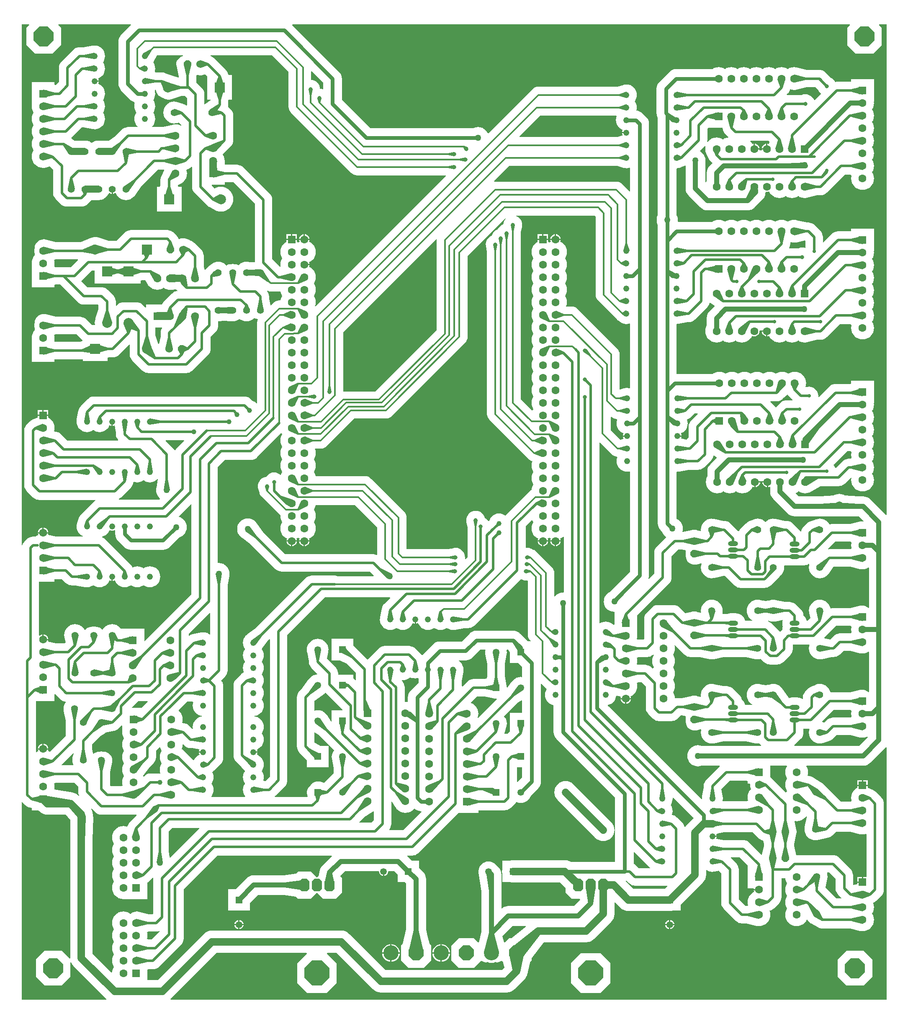
<source format=gtl>
%FSLAX43Y43*%
%MOMM*%
G71*
G01*
G75*
G04 Layer_Physical_Order=1*
G04 Layer_Color=204*
%ADD10C,1.500*%
%ADD11C,1.000*%
%ADD12C,0.500*%
%ADD13C,0.800*%
%ADD14C,0.300*%
%ADD15P,3.299X8X202.5*%
%ADD16C,3.048*%
%ADD17R,1.600X1.600*%
%ADD18C,1.600*%
%ADD19R,1.600X1.600*%
%ADD20P,5.412X8X202.5*%
G04:AMPARAMS|DCode=21|XSize=2.032mm|YSize=2.54mm|CornerRadius=0mm|HoleSize=0mm|Usage=FLASHONLY|Rotation=180.000|XOffset=0mm|YOffset=0mm|HoleType=Round|Shape=Octagon|*
%AMOCTAGOND21*
4,1,8,0.508,-1.270,-0.508,-1.270,-1.016,-0.762,-1.016,0.762,-0.508,1.270,0.508,1.270,1.016,0.762,1.016,-0.762,0.508,-1.270,0.0*
%
%ADD21OCTAGOND21*%

%ADD22C,1.524*%
%ADD23P,1.650X8X202.5*%
%ADD24R,2.000X2.000*%
%ADD25C,2.000*%
%ADD26C,1.219*%
%ADD27O,2.000X1.000*%
%ADD28O,2.000X1.000*%
%ADD29R,1.350X1.350*%
%ADD30C,1.350*%
%ADD31R,2.000X2.000*%
%ADD32R,1.350X1.350*%
%ADD33C,1.400*%
%ADD34P,4.330X8X22.5*%
%ADD35P,1.650X8X112.5*%
%ADD36C,1.270*%
%ADD37C,0.800*%
%ADD38C,1.000*%
%ADD39C,0.700*%
%ADD40C,1.500*%
G36*
X184359Y118266D02*
X183074Y116981D01*
X181229D01*
X181180Y117098D01*
X182465Y118384D01*
X184311D01*
X184359Y118266D01*
D02*
G37*
G36*
X254263Y118946D02*
X254418Y118915D01*
X254762Y118881D01*
X254926Y118898D01*
X254980Y118783D01*
X251204Y115007D01*
X251096Y115073D01*
X251187Y115373D01*
X251231Y115824D01*
X251187Y116275D01*
X251055Y116708D01*
X250842Y117108D01*
X250554Y117458D01*
X250204Y117746D01*
X249804Y117959D01*
X249770Y117970D01*
X249739Y118093D01*
X250950Y119304D01*
X252454D01*
X254263Y118946D01*
D02*
G37*
G36*
X223706Y116708D02*
Y116538D01*
X221559D01*
Y114388D01*
X221553Y114323D01*
X221558Y114265D01*
X221439Y114223D01*
X220570Y115543D01*
X220551Y115578D01*
X220420Y115738D01*
X220322Y115859D01*
X220321Y115860D01*
X220320Y115862D01*
X220315Y115865D01*
X220279Y115909D01*
X219948Y116181D01*
X219570Y116383D01*
X219160Y116507D01*
X218734Y116549D01*
X218308Y116507D01*
X218169Y116465D01*
X218067Y116541D01*
Y118417D01*
X218134Y118484D01*
X219926Y119742D01*
X219948Y119754D01*
X219980Y119780D01*
X220018Y119806D01*
X220132Y119905D01*
X220279Y120025D01*
X220383Y120030D01*
X223706Y116708D01*
D02*
G37*
G36*
X237465Y123130D02*
X237794Y123028D01*
X238137Y122992D01*
X238150Y122993D01*
X238163Y122989D01*
X238506Y122956D01*
X238849Y122989D01*
X238862Y122993D01*
X238875Y122992D01*
X239042Y123010D01*
X239137Y122925D01*
Y122076D01*
X237537Y120476D01*
X237300Y120187D01*
X237123Y119857D01*
X237014Y119498D01*
X236978Y119126D01*
Y118248D01*
X236884Y118163D01*
X236474Y118203D01*
X236422Y118198D01*
X236327Y118283D01*
Y121158D01*
X236294Y121501D01*
X236217Y121754D01*
X236194Y121831D01*
X236031Y122135D01*
X235812Y122401D01*
X235715Y122499D01*
X235769Y122614D01*
X235966Y122594D01*
X236380Y122635D01*
X236777Y122756D01*
X237144Y122951D01*
X237403Y123164D01*
X237465Y123130D01*
D02*
G37*
G36*
X252685Y128672D02*
X252655Y128573D01*
X252621Y128230D01*
X252654Y127887D01*
X253044Y125922D01*
Y123410D01*
X252946Y122919D01*
X252454Y122821D01*
X250222D01*
X249879Y122787D01*
X249549Y122687D01*
X249407Y122612D01*
X249245Y122525D01*
X248978Y122306D01*
X248002Y121330D01*
X247884Y121378D01*
Y122454D01*
X248200Y124282D01*
X248205Y124300D01*
X248208Y124333D01*
X248217Y124385D01*
X248228Y124533D01*
X248246Y124714D01*
X248205Y125128D01*
X248084Y125525D01*
X247889Y125892D01*
X247625Y126213D01*
X247304Y126477D01*
X247276Y126492D01*
X247306Y126615D01*
X248666D01*
X249038Y126651D01*
X249397Y126760D01*
X249727Y126937D01*
X250016Y127174D01*
X251616Y128774D01*
X252609D01*
X252685Y128672D01*
D02*
G37*
G36*
X285135Y121319D02*
Y116967D01*
X285135Y116967D01*
X285135D01*
X285168Y116624D01*
X285245Y116371D01*
X285268Y116294D01*
X285431Y115990D01*
X285650Y115724D01*
X285650Y115724D01*
X285650Y115724D01*
X286539Y114835D01*
Y114835D01*
X286539Y114835D01*
X286539Y114835D01*
Y114835D01*
X286805Y114616D01*
X287109Y114453D01*
X287186Y114430D01*
X287439Y114353D01*
X287782Y114320D01*
X290322D01*
X290665Y114353D01*
X290918Y114430D01*
X290995Y114453D01*
X291299Y114616D01*
X291565Y114835D01*
X292193Y115463D01*
X292432D01*
X293200Y115285D01*
X293194Y115243D01*
X293202Y115131D01*
X293169Y115024D01*
X293136Y114681D01*
X293169Y114338D01*
X293202Y114231D01*
X293194Y114119D01*
X293239Y113777D01*
X293349Y113450D01*
X293520Y113151D01*
X293747Y112892D01*
X294020Y112681D01*
X294329Y112528D01*
X294662Y112438D01*
X295006Y112415D01*
X295347Y112459D01*
X296233Y112663D01*
X296320Y112571D01*
X296282Y112445D01*
X296239Y112014D01*
X296282Y111583D01*
X296408Y111168D01*
X296612Y110786D01*
X296887Y110451D01*
X297222Y110176D01*
X297604Y109972D01*
X298019Y109846D01*
X298450Y109803D01*
X298504Y109809D01*
X298511Y109808D01*
X298674Y109825D01*
X298881Y109846D01*
X298929Y109860D01*
X300831Y110256D01*
X305340D01*
X307242Y109860D01*
X307290Y109846D01*
X307497Y109825D01*
X307660Y109808D01*
X307667Y109809D01*
X307721Y109803D01*
X308048Y109836D01*
X308441Y109442D01*
X308393Y109325D01*
X296386D01*
X296075Y109419D01*
X295656Y109460D01*
X295237Y109419D01*
X294835Y109297D01*
X294464Y109099D01*
X294139Y108832D01*
X293872Y108507D01*
X293674Y108136D01*
X293552Y107734D01*
X293511Y107315D01*
X293552Y106896D01*
X293674Y106494D01*
X293872Y106123D01*
X294139Y105798D01*
X294464Y105531D01*
X294835Y105333D01*
X295237Y105211D01*
X295656Y105170D01*
X296075Y105211D01*
X296386Y105305D01*
X300011D01*
X300059Y105188D01*
X297334Y102462D01*
X297115Y102196D01*
X296952Y101892D01*
X296929Y101815D01*
X296852Y101562D01*
X296819Y101219D01*
X296819Y101219D01*
X296819D01*
X296819Y101219D01*
X296819D01*
Y100939D01*
X296503Y99111D01*
X296498Y99093D01*
X296495Y99060D01*
X296486Y99008D01*
X296475Y98860D01*
X296457Y98679D01*
X296467Y98578D01*
X296352Y98524D01*
X277427Y117449D01*
X277458Y117572D01*
X277798Y117676D01*
X278165Y117871D01*
X278486Y118135D01*
X278750Y118456D01*
X278945Y118823D01*
X279066Y119220D01*
X279086Y119421D01*
X279189Y119495D01*
X279983Y119301D01*
X280041Y119187D01*
X280024Y119147D01*
X280005Y118999D01*
X282097D01*
X282078Y119147D01*
X282008Y119316D01*
X282335Y119490D01*
X282685Y119778D01*
X282973Y120128D01*
X283186Y120528D01*
X283318Y120961D01*
X283362Y121412D01*
X283318Y121863D01*
X283268Y122027D01*
X283331Y122137D01*
X283563Y122194D01*
X284260D01*
X285135Y121319D01*
D02*
G37*
G36*
X260092Y118487D02*
Y116031D01*
X257627D01*
Y113827D01*
X257622Y113755D01*
X257627Y113716D01*
Y112286D01*
X257082Y111740D01*
X256608D01*
X256531Y111841D01*
X256925Y113359D01*
X256927Y113367D01*
X256945Y113429D01*
X256961Y113582D01*
X256979Y113699D01*
X256977Y113749D01*
X256987Y113855D01*
X256945Y114282D01*
X256821Y114692D01*
X256619Y115070D01*
X256449Y115278D01*
X259165Y117994D01*
X259980Y118547D01*
X260092Y118487D01*
D02*
G37*
G36*
X318201Y112694D02*
X318126Y112445D01*
X318083Y112014D01*
X318126Y111583D01*
X318252Y111168D01*
X318456Y110786D01*
X318731Y110451D01*
X319066Y110176D01*
X319448Y109972D01*
X319863Y109846D01*
X320294Y109803D01*
X320491Y109823D01*
X320590Y109826D01*
X320633Y109836D01*
X320642Y109838D01*
X320725Y109846D01*
X320872Y109890D01*
X320926Y109903D01*
X321049Y109944D01*
X321140Y109972D01*
X321155Y109979D01*
X321174Y109986D01*
X322250Y110347D01*
X322306Y110372D01*
X322364Y110389D01*
X322371Y110393D01*
X322418Y110418D01*
X322475Y110440D01*
X322518Y110467D01*
X322545Y110479D01*
X322565Y110488D01*
X322614Y110523D01*
X322668Y110552D01*
X322678Y110560D01*
X322715Y110591D01*
X322767Y110623D01*
X322801Y110655D01*
X322804Y110658D01*
X322846Y110688D01*
X322887Y110732D01*
X322934Y110771D01*
X323689Y111526D01*
X326418D01*
X328402Y111041D01*
X328479Y111017D01*
X328658Y111000D01*
X328788Y110981D01*
X328825Y110983D01*
X328930Y110973D01*
X329381Y111017D01*
X329814Y111149D01*
X329936Y111214D01*
X330012Y111112D01*
X328225Y109325D01*
X315177D01*
X315129Y109442D01*
X316457Y110771D01*
X316457Y110771D01*
X316457Y110771D01*
X316676Y111037D01*
X316839Y111341D01*
X316862Y111418D01*
X316939Y111671D01*
X316972Y112014D01*
X316972Y112014D01*
X316972Y112014D01*
Y112014D01*
Y112796D01*
X318125D01*
X318201Y112694D01*
D02*
G37*
G36*
X166651Y118772D02*
X166917Y118553D01*
X167221Y118390D01*
X167551Y118290D01*
X167730Y118273D01*
X167778Y118155D01*
X167707Y118068D01*
X167503Y117686D01*
X167377Y117271D01*
X167334Y116840D01*
X167340Y116786D01*
X167339Y116779D01*
X167356Y116616D01*
X167377Y116409D01*
X167391Y116361D01*
X167787Y114459D01*
Y111345D01*
X164598Y108157D01*
X164251Y108260D01*
X164196Y108375D01*
X164222Y108437D01*
X164241Y108585D01*
X162149D01*
X162168Y108437D01*
X162238Y108268D01*
X161911Y108094D01*
X161893Y108079D01*
X161778Y108133D01*
Y118350D01*
X165495D01*
Y119761D01*
X165612Y119810D01*
X166651Y118772D01*
D02*
G37*
G36*
X326650Y116549D02*
X326713Y116439D01*
X326663Y116275D01*
X326619Y115824D01*
X326663Y115373D01*
X326713Y115209D01*
X326650Y115099D01*
X326418Y115042D01*
X322961D01*
X322618Y115009D01*
X322365Y114932D01*
X322288Y114909D01*
X321984Y114746D01*
X321718Y114527D01*
X321218Y114027D01*
X321155Y114049D01*
X321140Y114056D01*
X321049Y114084D01*
X320926Y114125D01*
X320889Y114134D01*
X320872Y114138D01*
X320771Y114168D01*
X320740Y114291D01*
X323054Y116606D01*
X326418D01*
X326650Y116549D01*
D02*
G37*
G36*
X179183Y113411D02*
Y112381D01*
X179183D01*
X179194Y112369D01*
X179172Y112141D01*
X179216Y111690D01*
X179348Y111257D01*
X179554Y110871D01*
X179348Y110485D01*
X179216Y110052D01*
X179172Y109601D01*
X179216Y109150D01*
X179348Y108717D01*
X179554Y108331D01*
X179348Y107945D01*
X179216Y107512D01*
X179172Y107061D01*
X179216Y106610D01*
X179348Y106177D01*
X179554Y105791D01*
X179348Y105405D01*
X179216Y104972D01*
X179172Y104521D01*
X179216Y104070D01*
X179348Y103637D01*
X179554Y103251D01*
X179348Y102865D01*
X179216Y102432D01*
X179172Y101981D01*
X179216Y101530D01*
X179266Y101366D01*
X179203Y101256D01*
X178971Y101199D01*
X176877D01*
X176764Y101312D01*
Y104045D01*
X176768Y104061D01*
X177175Y106022D01*
X177212Y106365D01*
X177181Y106708D01*
X177084Y107039D01*
X176924Y107344D01*
X176708Y107613D01*
X176443Y107834D01*
X176140Y107999D01*
X175811Y108102D01*
X175469Y108138D01*
X175408Y108133D01*
X175349Y108151D01*
X175006Y108184D01*
X174663Y108151D01*
X174604Y108133D01*
X174543Y108138D01*
X174201Y108102D01*
X173872Y107999D01*
X173569Y107834D01*
X173421Y107710D01*
X173301Y107752D01*
X173285Y107825D01*
X173175Y108359D01*
X173121Y108617D01*
X173081Y108807D01*
Y109635D01*
X174376Y110929D01*
X174929Y111311D01*
X175591Y111769D01*
X175897Y111980D01*
X177530Y112326D01*
X177673Y112371D01*
X177818Y112413D01*
X177821Y112415D01*
X177827Y112418D01*
X177838Y112421D01*
X177848Y112427D01*
X177858Y112430D01*
X177990Y112503D01*
X178124Y112572D01*
X178132Y112579D01*
X178142Y112584D01*
X178150Y112591D01*
X178160Y112596D01*
X178275Y112693D01*
X178393Y112787D01*
X178400Y112796D01*
X178400Y112796D01*
X178408Y112803D01*
X178408Y112803D01*
X178408Y112803D01*
X179066Y113460D01*
X179183Y113411D01*
D02*
G37*
G36*
X193503Y118225D02*
X193570Y118117D01*
X193501Y117889D01*
X193460Y117475D01*
X193501Y117061D01*
X193622Y116664D01*
X193817Y116297D01*
X194081Y115976D01*
X194402Y115712D01*
X194769Y115517D01*
X195166Y115396D01*
X195333Y115380D01*
Y115253D01*
X195166Y115236D01*
X194769Y115115D01*
X194402Y114920D01*
X194081Y114656D01*
X193817Y114335D01*
X193622Y113968D01*
X193501Y113571D01*
X193460Y113157D01*
X193493Y112820D01*
X193379Y112765D01*
X192759Y113384D01*
X192493Y113603D01*
X192189Y113766D01*
X192112Y113789D01*
X191859Y113866D01*
X191681Y113883D01*
X191383Y113956D01*
X191320Y114066D01*
X191370Y114230D01*
X191414Y114681D01*
X191370Y115132D01*
X191238Y115565D01*
X191025Y115965D01*
X190737Y116315D01*
X190642Y116394D01*
X190635Y116521D01*
X192371Y118257D01*
X193320D01*
X193503Y118225D01*
D02*
G37*
G36*
X293200Y148813D02*
X293194Y148771D01*
X293202Y148659D01*
X293169Y148552D01*
X293136Y148209D01*
X293169Y147866D01*
X293202Y147759D01*
X293194Y147647D01*
X293239Y147305D01*
X293349Y146978D01*
X293520Y146679D01*
X293747Y146420D01*
X294020Y146209D01*
X294329Y146056D01*
X294662Y145966D01*
X295006Y145943D01*
X295347Y145987D01*
X296275Y146201D01*
X296361Y146108D01*
X296282Y145846D01*
X296239Y145415D01*
X296282Y144984D01*
X296408Y144569D01*
X296612Y144187D01*
X296887Y143852D01*
X297222Y143577D01*
X297604Y143373D01*
X298019Y143247D01*
X298450Y143204D01*
X298504Y143210D01*
X298511Y143209D01*
X298674Y143226D01*
X298881Y143247D01*
X298929Y143261D01*
X299445Y143369D01*
X300831Y143657D01*
X301151D01*
X303049Y141759D01*
X303315Y141540D01*
X303619Y141377D01*
X303696Y141354D01*
X303949Y141277D01*
X304292Y141244D01*
X309118D01*
X309461Y141277D01*
X309714Y141354D01*
X309791Y141377D01*
X310095Y141540D01*
X310361Y141759D01*
X312139Y143537D01*
X312144Y143542D01*
X312428Y143826D01*
X312459Y143852D01*
X312485Y143883D01*
X312485Y143884D01*
X312566Y143982D01*
X312734Y144187D01*
X312938Y144569D01*
X313064Y144984D01*
X313107Y145415D01*
X313076Y145721D01*
X313162Y145816D01*
X317119D01*
X317462Y145849D01*
X317715Y145926D01*
X317792Y145949D01*
X318081Y146104D01*
X318180Y146024D01*
X318126Y145846D01*
X318083Y145415D01*
X318126Y144984D01*
X318252Y144569D01*
X318456Y144187D01*
X318731Y143852D01*
X319066Y143577D01*
X319448Y143373D01*
X319863Y143247D01*
X320294Y143204D01*
X320725Y143247D01*
X321140Y143373D01*
X321522Y143577D01*
X321857Y143852D01*
X321984Y144007D01*
X322087Y144128D01*
X322103Y144152D01*
X322132Y144187D01*
X322148Y144216D01*
X322186Y144272D01*
X322382Y144555D01*
X323077Y145562D01*
X326418D01*
X328402Y145077D01*
X328479Y145053D01*
X328658Y145036D01*
X328788Y145017D01*
X328825Y145019D01*
X328930Y145009D01*
X329381Y145053D01*
X329814Y145185D01*
X330113Y145345D01*
X330222Y145279D01*
Y137213D01*
X330104Y137167D01*
X330053Y137224D01*
X329777Y137431D01*
X329466Y137580D01*
X329132Y137666D01*
X328788Y137685D01*
X328447Y137636D01*
X326418Y137140D01*
X322834D01*
X322491Y137107D01*
X322448Y137130D01*
X322336Y137498D01*
X322132Y137880D01*
X321857Y138215D01*
X321522Y138490D01*
X321140Y138694D01*
X320725Y138820D01*
X320294Y138863D01*
X319863Y138820D01*
X319448Y138694D01*
X319066Y138490D01*
X318731Y138215D01*
X318456Y137880D01*
X318252Y137498D01*
X318126Y137083D01*
X318083Y136652D01*
X318091Y136580D01*
X318089Y136557D01*
X318107Y136410D01*
X318126Y136221D01*
X318143Y136165D01*
X318365Y135178D01*
X317788Y134600D01*
X317656D01*
X317571Y134881D01*
X317385Y135229D01*
X317135Y135533D01*
X316969Y135669D01*
X316939Y135979D01*
X316839Y136309D01*
X316676Y136613D01*
X316457Y136879D01*
X315441Y137895D01*
X315175Y138114D01*
X314871Y138277D01*
X314794Y138300D01*
X314541Y138377D01*
X314198Y138410D01*
X313277D01*
X311375Y138806D01*
X311327Y138820D01*
X311120Y138841D01*
X310957Y138858D01*
X310950Y138857D01*
X310896Y138863D01*
X310842Y138857D01*
X310835Y138858D01*
X310672Y138841D01*
X310465Y138820D01*
X310417Y138806D01*
X309831Y138684D01*
X309309Y138575D01*
X308200Y138806D01*
X308152Y138820D01*
X307945Y138841D01*
X307782Y138858D01*
X307775Y138857D01*
X307721Y138863D01*
X307290Y138820D01*
X306875Y138694D01*
X306493Y138490D01*
X306158Y138215D01*
X305883Y137880D01*
X305679Y137498D01*
X305553Y137083D01*
X305510Y136652D01*
X305553Y136221D01*
X305679Y135806D01*
X305883Y135424D01*
X306158Y135089D01*
X306493Y134814D01*
X306662Y134724D01*
X306631Y134600D01*
X305210D01*
X305125Y134881D01*
X304939Y135229D01*
X304689Y135533D01*
X304385Y135783D01*
X304037Y135969D01*
X303660Y136083D01*
X303268Y136122D01*
X302268D01*
X301876Y136083D01*
X301594Y135997D01*
X300661D01*
X300584Y136099D01*
X300589Y136116D01*
X300593Y136136D01*
X300618Y136221D01*
X300632Y136356D01*
X300649Y136455D01*
X300648Y136520D01*
X300661Y136652D01*
X300618Y137083D01*
X300492Y137498D01*
X300288Y137880D01*
X300013Y138215D01*
X299678Y138490D01*
X299296Y138694D01*
X298881Y138820D01*
X298450Y138863D01*
X298019Y138820D01*
X297604Y138694D01*
X297222Y138490D01*
X296887Y138215D01*
X296612Y137880D01*
X296408Y137498D01*
X296282Y137083D01*
X296239Y136652D01*
X296252Y136520D01*
X296251Y136455D01*
X296268Y136357D01*
X296222Y136314D01*
X296173Y136271D01*
X295404Y136448D01*
X295337Y136468D01*
X295148Y136487D01*
X295006Y136505D01*
X294979Y136504D01*
X294894Y136512D01*
X294809Y136504D01*
X294782Y136505D01*
X294640Y136487D01*
X294451Y136468D01*
X294384Y136448D01*
X293064Y136143D01*
X291946Y137260D01*
X291680Y137479D01*
X291376Y137642D01*
X291299Y137665D01*
X291046Y137742D01*
X290703Y137775D01*
X287528D01*
X287185Y137742D01*
X286855Y137642D01*
X286551Y137479D01*
X286285Y137260D01*
X285269Y136244D01*
X285050Y135978D01*
X284887Y135674D01*
X284864Y135597D01*
X284787Y135344D01*
X284754Y135001D01*
X284754Y135001D01*
X284754D01*
X284754Y135001D01*
X284754D01*
Y130903D01*
X284641Y130790D01*
X283563D01*
X283331Y130847D01*
X283268Y130957D01*
X283318Y131121D01*
X283362Y131572D01*
X283340Y131800D01*
X283351Y131812D01*
X283351D01*
Y135703D01*
X289787Y142140D01*
X290006Y142406D01*
X290169Y142710D01*
X290192Y142787D01*
X290269Y143040D01*
X290302Y143383D01*
Y147608D01*
X291685Y148991D01*
X292432D01*
X293200Y148813D01*
D02*
G37*
G36*
X312797Y134682D02*
X312743Y134504D01*
X312704Y134112D01*
X312743Y133720D01*
X312817Y133477D01*
X312743Y133234D01*
X312704Y132842D01*
X312706Y132820D01*
X312701Y132815D01*
X312288Y132403D01*
X312162Y132410D01*
X312155Y132419D01*
X312146Y132426D01*
X312139Y132434D01*
X310488Y134085D01*
X310222Y134304D01*
X309918Y134467D01*
X309857Y134485D01*
X309888Y134608D01*
X310417Y134498D01*
X310465Y134484D01*
X310672Y134463D01*
X310835Y134446D01*
X310842Y134447D01*
X310896Y134441D01*
X310950Y134447D01*
X310957Y134446D01*
X311120Y134463D01*
X311327Y134484D01*
X311375Y134498D01*
X312483Y134729D01*
X312711Y134776D01*
X312797Y134682D01*
D02*
G37*
G36*
X278228Y168246D02*
X278479Y168039D01*
X278766Y167886D01*
X279077Y167792D01*
X279269Y167773D01*
X279340Y167667D01*
X279226Y167292D01*
X279185Y166878D01*
X279226Y166464D01*
X279347Y166067D01*
X279542Y165700D01*
X279806Y165379D01*
X280127Y165115D01*
X280494Y164920D01*
X280891Y164799D01*
X281305Y164758D01*
X281719Y164799D01*
X281834Y164834D01*
X281936Y164758D01*
Y144555D01*
X277892Y140511D01*
X277573Y140341D01*
X277248Y140074D01*
X276981Y139749D01*
X276783Y139378D01*
X276661Y138976D01*
X276646Y138829D01*
X276638Y138802D01*
X276602Y138430D01*
X276638Y138058D01*
X276747Y137699D01*
X276924Y137369D01*
X277161Y137080D01*
X277450Y136843D01*
X277560Y136784D01*
X277573Y136773D01*
X277944Y136575D01*
X278346Y136453D01*
X278751Y136413D01*
X278751Y136412D01*
X278751Y136412D01*
X278751Y136412D01*
Y133843D01*
X278636Y133788D01*
X278472Y133923D01*
X278197Y134070D01*
X278165Y134097D01*
X278109Y134127D01*
X278082Y134146D01*
X278013Y134177D01*
X277798Y134292D01*
X277401Y134413D01*
X276987Y134454D01*
X276573Y134413D01*
X276176Y134292D01*
X275809Y134097D01*
X275697Y134149D01*
Y138684D01*
Y170610D01*
X275815Y170658D01*
X278228Y168246D01*
D02*
G37*
G36*
X193187Y158149D02*
Y139920D01*
X183773Y130507D01*
X183656Y130556D01*
Y132983D01*
X181266D01*
X181214Y132986D01*
X181194Y132983D01*
X179056D01*
Y132983D01*
X178957Y132983D01*
X178944Y132999D01*
X178910Y133052D01*
X178858Y133106D01*
X178845Y133119D01*
X178728Y133262D01*
X178393Y133537D01*
X178011Y133741D01*
X177596Y133867D01*
X177165Y133910D01*
X176734Y133867D01*
X176319Y133741D01*
X175937Y133537D01*
X175602Y133262D01*
X175327Y132927D01*
X175298Y132873D01*
X175172Y132856D01*
X175081Y132953D01*
X174800Y133153D01*
X174485Y133294D01*
X174149Y133371D01*
X173984Y133376D01*
X173825Y133424D01*
X173482Y133457D01*
X173139Y133424D01*
X172980Y133376D01*
X172815Y133371D01*
X172479Y133294D01*
X172164Y133153D01*
X171883Y132953D01*
X171711Y132770D01*
X171585Y132787D01*
X171510Y132927D01*
X171235Y133262D01*
X170900Y133537D01*
X170518Y133741D01*
X170103Y133867D01*
X169672Y133910D01*
X169241Y133867D01*
X168826Y133741D01*
X168444Y133537D01*
X168109Y133262D01*
X167834Y132927D01*
X167630Y132545D01*
X167504Y132130D01*
X167461Y131699D01*
X167469Y131627D01*
X167467Y131604D01*
X167485Y131457D01*
X167504Y131268D01*
X167521Y131212D01*
X167743Y130225D01*
X167547Y130028D01*
X165707D01*
X164263Y130381D01*
X164205Y130495D01*
X164222Y130535D01*
X164241Y130683D01*
X163195D01*
Y130810D01*
X163068D01*
Y131856D01*
X162920Y131837D01*
X162663Y131731D01*
X162517Y131619D01*
X162403Y131675D01*
Y142480D01*
X163285D01*
X163337Y142477D01*
X163357Y142480D01*
X165495D01*
Y142970D01*
X165707Y143022D01*
X167039D01*
X167794Y142267D01*
X168060Y142048D01*
X168364Y141885D01*
X168441Y141862D01*
X168694Y141785D01*
X169037Y141752D01*
X169825D01*
X170158Y141694D01*
X171653Y141436D01*
X171671Y141431D01*
X171704Y141428D01*
X171756Y141419D01*
X171904Y141408D01*
X172085Y141390D01*
X172499Y141431D01*
X172896Y141552D01*
X173263Y141747D01*
X173355Y141823D01*
X173447Y141747D01*
X173814Y141552D01*
X174211Y141431D01*
X174625Y141390D01*
X175039Y141431D01*
X175436Y141552D01*
X175803Y141747D01*
X176124Y142011D01*
X176388Y142332D01*
X176583Y142699D01*
X176593Y142729D01*
X176714Y142768D01*
X176729Y142756D01*
X176940Y142669D01*
X177038Y142656D01*
Y143510D01*
X177292D01*
Y142656D01*
X177390Y142669D01*
X177601Y142756D01*
X177616Y142768D01*
X177737Y142729D01*
X177747Y142699D01*
X177942Y142332D01*
X178206Y142011D01*
X178527Y141747D01*
X178894Y141552D01*
X179291Y141431D01*
X179705Y141390D01*
X180119Y141431D01*
X180516Y141552D01*
X180883Y141747D01*
X180975Y141823D01*
X181067Y141747D01*
X181434Y141552D01*
X181831Y141431D01*
X182245Y141390D01*
X182659Y141431D01*
X183056Y141552D01*
X183423Y141747D01*
X183515Y141823D01*
X183607Y141747D01*
X183974Y141552D01*
X184371Y141431D01*
X184785Y141390D01*
X185199Y141431D01*
X185596Y141552D01*
X185963Y141747D01*
X186284Y142011D01*
X186548Y142332D01*
X186743Y142699D01*
X186864Y143096D01*
X186905Y143510D01*
X186864Y143924D01*
X186743Y144321D01*
X186548Y144688D01*
X186284Y145009D01*
X185963Y145273D01*
X185596Y145468D01*
X185199Y145589D01*
X184785Y145630D01*
X184371Y145589D01*
X183974Y145468D01*
X183607Y145273D01*
X183515Y145197D01*
X183423Y145273D01*
X183056Y145468D01*
X182659Y145589D01*
X182245Y145630D01*
X181831Y145589D01*
X181434Y145468D01*
X181346Y145422D01*
X181273Y145449D01*
X181253Y145480D01*
X181238Y145515D01*
X181199Y145570D01*
X181167Y145630D01*
X181124Y145682D01*
X181088Y145739D01*
X181062Y145766D01*
X181040Y145797D01*
X180991Y145844D01*
X180948Y145896D01*
X175741Y151103D01*
X175475Y151322D01*
X175171Y151485D01*
X175139Y151494D01*
Y151621D01*
X175436Y151712D01*
X175803Y151907D01*
X176078Y152133D01*
X176085Y152139D01*
X176087Y152141D01*
X176124Y152171D01*
X176228Y152297D01*
X176316Y152396D01*
X176379Y152482D01*
X176388Y152492D01*
X176390Y152497D01*
X176694Y152911D01*
X176729Y152916D01*
X176940Y152829D01*
X177165Y152799D01*
X177390Y152829D01*
X177601Y152916D01*
X177616Y152928D01*
X177737Y152889D01*
X177747Y152859D01*
X177796Y152767D01*
Y152146D01*
X177796Y152146D01*
X177796D01*
X177832Y151774D01*
X177941Y151415D01*
X178118Y151085D01*
X178355Y150796D01*
X179625Y149526D01*
X179914Y149289D01*
X180244Y149112D01*
X180603Y149003D01*
X180975Y148967D01*
X187452D01*
X187824Y149003D01*
X188183Y149112D01*
X188513Y149289D01*
X188802Y149526D01*
X188802Y149526D01*
X188802Y149526D01*
X190792Y151516D01*
X190940Y151561D01*
X191311Y151759D01*
X191636Y152026D01*
X191903Y152351D01*
X192101Y152722D01*
X192223Y153124D01*
X192264Y153543D01*
X192223Y153962D01*
X192101Y154364D01*
X191903Y154735D01*
X191636Y155060D01*
X191311Y155327D01*
X190940Y155525D01*
X190641Y155616D01*
X190611Y155739D01*
X193069Y158197D01*
X193187Y158149D01*
D02*
G37*
G36*
X326650Y150585D02*
X326713Y150475D01*
X326663Y150311D01*
X326619Y149860D01*
X326663Y149409D01*
X326713Y149245D01*
X326650Y149135D01*
X326418Y149078D01*
X322199D01*
X322024Y149061D01*
X321970Y149176D01*
X323435Y150642D01*
X326418D01*
X326650Y150585D01*
D02*
G37*
G36*
X262177Y154898D02*
X262358Y154559D01*
X262152Y154173D01*
X262020Y153740D01*
X261976Y153289D01*
X262020Y152838D01*
X262152Y152405D01*
X262365Y152005D01*
X262653Y151655D01*
X263003Y151367D01*
X263330Y151193D01*
X263260Y151024D01*
X263241Y150876D01*
X265333D01*
X265314Y151024D01*
X265244Y151193D01*
X265557Y151360D01*
X265870Y151193D01*
X265800Y151024D01*
X265781Y150876D01*
X267873D01*
X267854Y151024D01*
X267784Y151193D01*
X268111Y151367D01*
X268383Y151590D01*
X268498Y151536D01*
Y140401D01*
X268403Y140316D01*
X268351Y140321D01*
X267932Y140280D01*
X267530Y140158D01*
X267159Y139960D01*
X266834Y139693D01*
X266700Y139529D01*
X266580Y139572D01*
Y144272D01*
X266548Y144595D01*
X266454Y144906D01*
X266301Y145193D01*
X266094Y145444D01*
X262919Y148619D01*
X262917Y148621D01*
X262915Y148624D01*
X262794Y148723D01*
X262673Y148822D01*
X262670Y148824D01*
X262668Y148826D01*
X262665Y148827D01*
X262663Y148829D01*
X262525Y148902D01*
X262387Y148976D01*
X261899Y149180D01*
X261843Y149211D01*
X261484Y149320D01*
X261112Y149356D01*
X260933Y149339D01*
X260838Y149424D01*
Y153704D01*
X262051Y154916D01*
X262177Y154898D01*
D02*
G37*
G36*
X318201Y129712D02*
X318126Y129463D01*
X318083Y129032D01*
X318126Y128601D01*
X318252Y128186D01*
X318456Y127804D01*
X318731Y127469D01*
X319066Y127194D01*
X319448Y126990D01*
X319863Y126864D01*
X320294Y126821D01*
X320348Y126827D01*
X320355Y126826D01*
X320518Y126843D01*
X320725Y126864D01*
X320773Y126878D01*
X322675Y127274D01*
X323088D01*
X323431Y127307D01*
X323684Y127384D01*
X323761Y127407D01*
X324065Y127570D01*
X324331Y127789D01*
X325086Y128544D01*
X326418D01*
X328402Y128059D01*
X328479Y128035D01*
X328658Y128018D01*
X328788Y127999D01*
X328825Y128001D01*
X328930Y127991D01*
X329381Y128035D01*
X329814Y128167D01*
X330113Y128327D01*
X330222Y128261D01*
Y120195D01*
X330104Y120149D01*
X330053Y120206D01*
X329777Y120413D01*
X329466Y120562D01*
X329132Y120648D01*
X328788Y120667D01*
X328447Y120618D01*
X326418Y120122D01*
X322445D01*
X322336Y120480D01*
X322132Y120862D01*
X321857Y121197D01*
X321522Y121472D01*
X321140Y121676D01*
X320725Y121802D01*
X320294Y121845D01*
X319863Y121802D01*
X319448Y121676D01*
X319346Y121622D01*
X318798Y121392D01*
X318472Y121256D01*
X318326Y121177D01*
X318179Y121100D01*
X318177Y121098D01*
X318174Y121096D01*
X318172Y121094D01*
X318169Y121093D01*
X318041Y120987D01*
X317912Y120882D01*
X317910Y120879D01*
X317908Y120877D01*
X317400Y120369D01*
X317181Y120103D01*
X317018Y119799D01*
X316995Y119722D01*
X316918Y119469D01*
X316885Y119126D01*
Y118860D01*
X316776Y118794D01*
X316483Y118951D01*
X316106Y119065D01*
X315714Y119104D01*
X314714D01*
X314322Y119065D01*
X314038Y118979D01*
X314013Y119004D01*
X313992Y119035D01*
X312996Y120476D01*
X312750Y120833D01*
X312734Y120862D01*
X312705Y120897D01*
X312689Y120921D01*
X312586Y121042D01*
X312459Y121197D01*
X312124Y121472D01*
X311742Y121676D01*
X311327Y121802D01*
X310896Y121845D01*
X310842Y121839D01*
X310835Y121840D01*
X310672Y121823D01*
X310465Y121802D01*
X310417Y121788D01*
X309309Y121557D01*
X308200Y121788D01*
X308152Y121802D01*
X307945Y121823D01*
X307782Y121840D01*
X307775Y121839D01*
X307721Y121845D01*
X307290Y121802D01*
X306875Y121676D01*
X306493Y121472D01*
X306158Y121197D01*
X305883Y120862D01*
X305679Y120480D01*
X305553Y120065D01*
X305510Y119634D01*
X305553Y119203D01*
X305679Y118788D01*
X305883Y118406D01*
X306158Y118071D01*
X306493Y117796D01*
X306662Y117706D01*
X306631Y117582D01*
X305210D01*
X305125Y117863D01*
X304939Y118211D01*
X304689Y118515D01*
X304496Y118674D01*
X304493Y118707D01*
X304416Y118960D01*
X304393Y119037D01*
X304230Y119341D01*
X304011Y119607D01*
X302741Y120877D01*
X302475Y121096D01*
X302171Y121259D01*
X302094Y121282D01*
X301841Y121359D01*
X301498Y121392D01*
X300831D01*
X298929Y121788D01*
X298881Y121802D01*
X298674Y121823D01*
X298511Y121840D01*
X298504Y121839D01*
X298450Y121845D01*
X298019Y121802D01*
X297604Y121676D01*
X297222Y121472D01*
X296887Y121197D01*
X296612Y120862D01*
X296408Y120480D01*
X296282Y120065D01*
X296239Y119634D01*
X296255Y119474D01*
X296255Y119392D01*
X296266Y119341D01*
X296174Y119252D01*
X295404Y119430D01*
X295337Y119450D01*
X295148Y119469D01*
X295006Y119487D01*
X294979Y119486D01*
X294894Y119494D01*
X294809Y119486D01*
X294782Y119487D01*
X294640Y119469D01*
X294451Y119450D01*
X294384Y119430D01*
X292432Y118979D01*
X291465D01*
X291122Y118946D01*
X291075Y118931D01*
X290969Y119002D01*
X290938Y119323D01*
X290806Y119756D01*
X290600Y120142D01*
X290806Y120528D01*
X290938Y120961D01*
X290982Y121412D01*
X290938Y121863D01*
X290806Y122296D01*
X290600Y122682D01*
X290806Y123068D01*
X290938Y123501D01*
X290982Y123952D01*
X290938Y124403D01*
X290806Y124836D01*
X290600Y125222D01*
X290806Y125608D01*
X290938Y126041D01*
X290982Y126492D01*
X290938Y126943D01*
X290806Y127376D01*
X290600Y127762D01*
X290806Y128148D01*
X290938Y128581D01*
X290982Y129032D01*
X290938Y129483D01*
X290902Y129601D01*
X291011Y129666D01*
X292889Y127789D01*
X293155Y127570D01*
X293459Y127407D01*
X293536Y127384D01*
X293789Y127307D01*
X294132Y127274D01*
X296069D01*
X297971Y126878D01*
X298019Y126864D01*
X298226Y126843D01*
X298389Y126826D01*
X298396Y126827D01*
X298450Y126821D01*
X298504Y126827D01*
X298511Y126826D01*
X298674Y126843D01*
X298881Y126864D01*
X298929Y126878D01*
X300831Y127274D01*
X305340D01*
X307242Y126878D01*
X307290Y126864D01*
X307497Y126843D01*
X307660Y126826D01*
X307667Y126827D01*
X307721Y126821D01*
X308152Y126864D01*
X308356Y126926D01*
X309018Y126265D01*
X309284Y126046D01*
X309588Y125883D01*
X309665Y125860D01*
X309918Y125783D01*
X310261Y125750D01*
X311658D01*
X312001Y125783D01*
X312254Y125860D01*
X312331Y125883D01*
X312635Y126046D01*
X312901Y126265D01*
X314298Y127662D01*
X314298Y127662D01*
X314298Y127662D01*
X314517Y127928D01*
X314680Y128232D01*
X314780Y128562D01*
X314813Y128905D01*
Y129814D01*
X318125D01*
X318201Y129712D01*
D02*
G37*
G36*
X286620Y127787D02*
X286717Y127716D01*
X286536Y127376D01*
X286404Y126943D01*
X286360Y126492D01*
X286404Y126041D01*
X286536Y125608D01*
X286742Y125222D01*
X286605Y124966D01*
X286479Y124947D01*
X286231Y125195D01*
X285965Y125414D01*
X285661Y125577D01*
X285584Y125600D01*
X285331Y125677D01*
X284988Y125710D01*
X283563D01*
X283331Y125767D01*
X283268Y125877D01*
X283318Y126041D01*
X283362Y126492D01*
X283318Y126943D01*
X283268Y127107D01*
X283331Y127217D01*
X283563Y127274D01*
X285369D01*
X285712Y127307D01*
X285965Y127384D01*
X286042Y127407D01*
X286346Y127570D01*
X286612Y127789D01*
X286620Y127787D01*
D02*
G37*
G36*
X257627Y128162D02*
Y126095D01*
X259277D01*
X260092Y125280D01*
Y123314D01*
X259998Y123229D01*
X259802Y123248D01*
X259376Y123206D01*
X258966Y123082D01*
X258588Y122880D01*
X258257Y122608D01*
X258147Y122475D01*
X258058Y122374D01*
X258006Y122303D01*
X257985Y122277D01*
X257978Y122264D01*
X257102Y121057D01*
X256983Y121102D01*
X256983Y121103D01*
X256950Y121446D01*
X256560Y123410D01*
Y125922D01*
X256950Y127887D01*
X256983Y128230D01*
X256949Y128573D01*
X256919Y128672D01*
X256995Y128774D01*
X257251D01*
X257627Y128162D01*
D02*
G37*
G36*
X260127Y142889D02*
X260486Y142780D01*
X260704Y142759D01*
X260710Y142758D01*
X260719Y142758D01*
X260858Y142744D01*
X260966Y142754D01*
X261035Y142754D01*
X261123Y142770D01*
X261138Y142771D01*
X261232Y142686D01*
Y131826D01*
X261264Y131503D01*
X261358Y131192D01*
X261511Y130905D01*
X261718Y130654D01*
X261809Y130562D01*
X261760Y130445D01*
X261237D01*
X261152Y130549D01*
X259668Y132033D01*
X259551Y132129D01*
X259438Y132229D01*
X259407Y132248D01*
X259379Y132270D01*
X259245Y132342D01*
X259115Y132418D01*
X259080Y132430D01*
X259049Y132447D01*
X258904Y132491D01*
X258761Y132540D01*
X258725Y132545D01*
X258690Y132556D01*
X258540Y132570D01*
X258390Y132591D01*
X258354Y132589D01*
X258318Y132592D01*
X250825D01*
X250825Y132592D01*
X250486Y132559D01*
X250453Y132556D01*
X250094Y132447D01*
X249764Y132270D01*
X249605Y132140D01*
X249475Y132033D01*
X249475Y132033D01*
X247875Y130433D01*
X243459D01*
X243087Y130397D01*
X242728Y130288D01*
X242398Y130111D01*
X242109Y129874D01*
X239916Y127681D01*
X239789Y127688D01*
X239757Y127728D01*
X239753Y127731D01*
X239749Y127735D01*
X238479Y129005D01*
X238213Y129224D01*
X237909Y129387D01*
X237832Y129410D01*
X237579Y129487D01*
X237236Y129520D01*
X232321D01*
X231978Y129487D01*
X231648Y129387D01*
X231344Y129224D01*
X231077Y129005D01*
X228905Y126833D01*
X228879Y126801D01*
X228752Y126795D01*
X227024Y128523D01*
X226950Y128599D01*
X226950Y128599D01*
X226935Y128614D01*
X225909Y129671D01*
Y130953D01*
X221559D01*
Y126603D01*
X223206D01*
X224634Y125891D01*
X224730Y125843D01*
X226461Y124113D01*
Y122648D01*
X226343Y122600D01*
X226129Y122814D01*
X226114Y122826D01*
X226102Y122840D01*
X225996Y122924D01*
X225909Y122998D01*
Y123746D01*
X223785D01*
X223775Y123747D01*
X223768Y123746D01*
X222865D01*
Y123952D01*
X222832Y124295D01*
X222755Y124548D01*
X222732Y124625D01*
X222569Y124929D01*
X222350Y125195D01*
X220596Y126950D01*
X220865Y128312D01*
X220878Y128352D01*
X220882Y128393D01*
X220882Y128395D01*
X220898Y128564D01*
X220919Y128778D01*
X220878Y129204D01*
X220753Y129614D01*
X220551Y129992D01*
X220279Y130323D01*
X219948Y130595D01*
X219570Y130797D01*
X219160Y130922D01*
X218734Y130964D01*
X218308Y130922D01*
X217898Y130797D01*
X217520Y130595D01*
X217189Y130323D01*
X216917Y129992D01*
X216715Y129614D01*
X216590Y129204D01*
X216548Y128778D01*
X216570Y128564D01*
X216586Y128395D01*
X216586Y128393D01*
X216590Y128352D01*
X216602Y128312D01*
X216976Y126430D01*
Y126325D01*
X217009Y125982D01*
X217086Y125729D01*
X217109Y125652D01*
X217272Y125348D01*
X217491Y125082D01*
X218704Y123869D01*
X218661Y123749D01*
X218308Y123714D01*
X217898Y123590D01*
X217520Y123388D01*
X217189Y123116D01*
X217068Y122969D01*
X217007Y122898D01*
X216969Y122854D01*
X216943Y122817D01*
X216917Y122785D01*
X216905Y122763D01*
X215647Y120970D01*
X215066Y120389D01*
X214847Y120123D01*
X214684Y119819D01*
X214661Y119742D01*
X214584Y119489D01*
X214551Y119146D01*
Y109192D01*
X214584Y108849D01*
X214661Y108596D01*
X214684Y108519D01*
X214847Y108215D01*
X215066Y107949D01*
X215554Y107461D01*
X216175Y106757D01*
X216559Y106323D01*
Y104981D01*
X220909D01*
Y109331D01*
X219299D01*
X218982Y109503D01*
X218067Y109998D01*
Y111996D01*
X218181Y112053D01*
X218794Y111595D01*
X219247Y111257D01*
X219261Y111246D01*
X222072Y108435D01*
X222068Y108359D01*
X221850Y108093D01*
X221687Y107789D01*
X221587Y107459D01*
X221553Y107116D01*
X221586Y106773D01*
X221976Y104809D01*
Y103812D01*
X220046Y101883D01*
X219181Y102084D01*
X218839Y102129D01*
X218495Y102106D01*
X218162Y102017D01*
X217853Y101864D01*
X217579Y101654D01*
X217352Y101395D01*
X217318Y101335D01*
X217238Y101285D01*
X216987Y101049D01*
X216787Y100768D01*
X216646Y100454D01*
X216569Y100118D01*
X216558Y99773D01*
X216615Y99433D01*
X216701Y99117D01*
X216624Y99016D01*
X210107D01*
X210064Y99136D01*
X210158Y99214D01*
X212063Y101119D01*
X212282Y101385D01*
X212445Y101689D01*
X212468Y101766D01*
X212545Y102019D01*
X212578Y102362D01*
Y131733D01*
X220184Y139339D01*
X233333D01*
X233381Y139221D01*
X232183Y138022D01*
X232178Y138017D01*
X232174Y138013D01*
X232073Y137889D01*
X231971Y137767D01*
X231968Y137761D01*
X231964Y137756D01*
X231961Y137750D01*
X231957Y137745D01*
X231883Y137604D01*
X231806Y137464D01*
X231804Y137458D01*
X231801Y137452D01*
X231800Y137446D01*
X231797Y137440D01*
X231751Y137287D01*
X231704Y137135D01*
X231703Y137128D01*
X231701Y137122D01*
X231701Y137116D01*
X231699Y137109D01*
X231356Y135317D01*
X231347Y135288D01*
X231343Y135251D01*
X231341Y135238D01*
X231326Y135073D01*
X231306Y134874D01*
X231347Y134460D01*
X231468Y134063D01*
X231663Y133696D01*
X231927Y133375D01*
X232248Y133111D01*
X232615Y132916D01*
X233012Y132795D01*
X233426Y132754D01*
X233840Y132795D01*
X234237Y132916D01*
X234604Y133111D01*
X234696Y133187D01*
X234788Y133111D01*
X235155Y132916D01*
X235552Y132795D01*
X235966Y132754D01*
X236380Y132795D01*
X236777Y132916D01*
X237144Y133111D01*
X237465Y133375D01*
X237729Y133696D01*
X237924Y134063D01*
X237934Y134093D01*
X238055Y134132D01*
X238070Y134120D01*
X238281Y134033D01*
X238379Y134020D01*
Y134874D01*
X238633D01*
Y134020D01*
X238731Y134033D01*
X238942Y134120D01*
X238957Y134132D01*
X239078Y134093D01*
X239088Y134063D01*
X239283Y133696D01*
X239547Y133375D01*
X239868Y133111D01*
X240235Y132916D01*
X240632Y132795D01*
X241046Y132754D01*
X241460Y132795D01*
X241857Y132916D01*
X242224Y133111D01*
X242316Y133187D01*
X242408Y133111D01*
X242775Y132916D01*
X243172Y132795D01*
X243586Y132754D01*
X244000Y132795D01*
X244397Y132916D01*
X244764Y133111D01*
X244856Y133187D01*
X244948Y133111D01*
X245315Y132916D01*
X245712Y132795D01*
X246126Y132754D01*
X246307Y132772D01*
X246455Y132783D01*
X246507Y132792D01*
X246540Y132795D01*
X246558Y132800D01*
X248386Y133116D01*
X249174D01*
X249517Y133149D01*
X249770Y133226D01*
X249847Y133249D01*
X250151Y133412D01*
X250417Y133631D01*
X259833Y143046D01*
X260127Y142889D01*
D02*
G37*
G36*
X196997Y136178D02*
Y131890D01*
X196882Y131836D01*
X196758Y131938D01*
X196391Y132133D01*
X195994Y132254D01*
X195580Y132295D01*
X195538Y132291D01*
X195533Y132291D01*
X195367Y132274D01*
X195166Y132254D01*
X195130Y132243D01*
X193448Y131898D01*
X193294Y131850D01*
X193139Y131804D01*
X193134Y131801D01*
X193129Y131800D01*
X193124Y131797D01*
X193119Y131795D01*
X192977Y131718D01*
X192834Y131643D01*
X192830Y131640D01*
X192825Y131637D01*
X192821Y131634D01*
X192816Y131631D01*
X192754Y131580D01*
X192639Y131634D01*
Y131987D01*
X196879Y136226D01*
X196997Y136178D01*
D02*
G37*
G36*
X326650Y133567D02*
X326713Y133457D01*
X326663Y133293D01*
X326619Y132842D01*
X326663Y132391D01*
X326713Y132227D01*
X326650Y132117D01*
X326418Y132060D01*
X324358D01*
X324015Y132027D01*
X323762Y131950D01*
X323685Y131927D01*
X323381Y131764D01*
X323115Y131545D01*
X322414Y130845D01*
X321195Y131098D01*
X321159Y131220D01*
X323562Y133624D01*
X326418D01*
X326650Y133567D01*
D02*
G37*
G36*
X307875Y90705D02*
X307930Y90659D01*
X307964Y90623D01*
X307980Y90608D01*
X308004Y90591D01*
X308026Y90570D01*
X308086Y90531D01*
X308141Y90486D01*
X308204Y90452D01*
X308263Y90411D01*
X308290Y90400D01*
X308315Y90383D01*
X308382Y90357D01*
X308388Y90354D01*
X308445Y90323D01*
X308514Y90303D01*
X308547Y90288D01*
X308579Y90274D01*
X308849Y90187D01*
X309011Y89486D01*
Y89076D01*
X308612Y87351D01*
X308490Y87316D01*
X306043Y89762D01*
X305777Y89981D01*
X305473Y90144D01*
X305396Y90167D01*
X305143Y90244D01*
X304800Y90277D01*
X300837D01*
X299398Y90525D01*
X299337Y90637D01*
X299418Y90834D01*
X299431Y90932D01*
X298577D01*
Y91186D01*
X299431D01*
X299418Y91284D01*
X299374Y91391D01*
X299428Y91506D01*
X299442Y91510D01*
X299691Y91643D01*
X300837Y91841D01*
X306739D01*
X307875Y90705D01*
D02*
G37*
G36*
X194811Y92612D02*
X188926Y86727D01*
X188804Y86765D01*
X188575Y88019D01*
Y91982D01*
X189323Y92730D01*
X194762D01*
X194811Y92612D01*
D02*
G37*
G36*
X285904Y84736D02*
X285963Y84687D01*
X285970Y84680D01*
X285921Y84562D01*
X283684D01*
X283056Y85190D01*
X282790Y85409D01*
X282706Y85454D01*
Y87767D01*
X282824Y87816D01*
X285904Y84736D01*
D02*
G37*
G36*
X173763Y95912D02*
X174029Y95693D01*
X174192Y95606D01*
X174333Y95530D01*
X174663Y95430D01*
X175006Y95397D01*
X182062D01*
X182111Y95279D01*
X180748Y93916D01*
X180693Y93850D01*
X180633Y93789D01*
X180632Y93788D01*
X180630Y93786D01*
X180583Y93715D01*
X180529Y93649D01*
X180489Y93574D01*
X180441Y93503D01*
X180440Y93501D01*
X180439Y93500D01*
X180407Y93421D01*
X180366Y93345D01*
X180343Y93268D01*
X180342Y93263D01*
X180309Y93185D01*
X180243Y92968D01*
X179902Y93072D01*
X179451Y93116D01*
X179000Y93072D01*
X178567Y92940D01*
X178167Y92727D01*
X177817Y92439D01*
X177529Y92089D01*
X177316Y91689D01*
X177184Y91256D01*
X177140Y90805D01*
X177184Y90354D01*
X177316Y89921D01*
X177522Y89535D01*
X177316Y89149D01*
X177184Y88716D01*
X177140Y88265D01*
X177184Y87814D01*
X177316Y87381D01*
X177522Y86995D01*
X177316Y86609D01*
X177184Y86176D01*
X177140Y85725D01*
X177184Y85274D01*
X177316Y84841D01*
X177522Y84455D01*
X177316Y84069D01*
X177184Y83636D01*
X177140Y83185D01*
X177184Y82734D01*
X177316Y82301D01*
X177522Y81915D01*
X177316Y81529D01*
X177184Y81096D01*
X177140Y80645D01*
X177184Y80194D01*
X177316Y79761D01*
X177529Y79361D01*
X177817Y79011D01*
X178167Y78723D01*
X178567Y78510D01*
X179000Y78378D01*
X179451Y78334D01*
X179679Y78356D01*
X179691Y78345D01*
Y78345D01*
X184291D01*
Y81683D01*
X184360Y81719D01*
X184362Y81721D01*
X184365Y81723D01*
X184367Y81725D01*
X184370Y81726D01*
X184498Y81832D01*
X184627Y81937D01*
X184629Y81940D01*
X184631Y81942D01*
X185356Y82666D01*
X185471Y82612D01*
X185464Y82536D01*
Y75428D01*
X185327Y75291D01*
X184503D01*
X182474Y75787D01*
X182133Y75836D01*
X181789Y75817D01*
X181455Y75731D01*
X181144Y75582D01*
X180868Y75375D01*
X180853Y75358D01*
X180735Y75455D01*
X180335Y75668D01*
X179902Y75800D01*
X179451Y75844D01*
X179000Y75800D01*
X178567Y75668D01*
X178167Y75455D01*
X177817Y75167D01*
X177529Y74817D01*
X177316Y74417D01*
X177184Y73984D01*
X177140Y73533D01*
X177184Y73082D01*
X177316Y72649D01*
X177522Y72263D01*
X177316Y71877D01*
X177184Y71444D01*
X177140Y70993D01*
X177184Y70542D01*
X177316Y70109D01*
X177522Y69723D01*
X177316Y69337D01*
X177184Y68904D01*
X177140Y68453D01*
X177184Y68002D01*
X177316Y67569D01*
X177522Y67183D01*
X177316Y66797D01*
X177184Y66364D01*
X177140Y65913D01*
X177184Y65462D01*
X177316Y65029D01*
X177522Y64643D01*
X177316Y64257D01*
X177184Y63824D01*
X177159Y63564D01*
X177039Y63521D01*
X173203Y67357D01*
Y89826D01*
X173214Y90288D01*
X173329Y94940D01*
X173328Y94955D01*
X173317Y95103D01*
X173314Y95266D01*
X173301Y95323D01*
X173297Y95382D01*
X173253Y95539D01*
X173249Y95557D01*
X173218Y95698D01*
X173204Y95731D01*
X173194Y95752D01*
X173179Y95809D01*
X173171Y95823D01*
X173159Y95945D01*
X173031Y96369D01*
X172920Y96577D01*
X173022Y96652D01*
X173763Y95912D01*
D02*
G37*
G36*
X294739Y94737D02*
X293422Y93420D01*
X293141Y93077D01*
X293067Y92939D01*
X292984Y92931D01*
X292933Y92936D01*
X292836Y93256D01*
X292673Y93560D01*
X292454Y93826D01*
X291438Y94842D01*
X291434Y94846D01*
X291431Y94850D01*
X291305Y94952D01*
X291181Y95055D01*
X291176Y95058D01*
X291172Y95061D01*
X291167Y95064D01*
X291163Y95067D01*
X291020Y95142D01*
X290878Y95219D01*
X290873Y95221D01*
X290868Y95224D01*
X290863Y95225D01*
X290858Y95228D01*
X290703Y95274D01*
X290549Y95322D01*
X290476Y95336D01*
X290411Y95446D01*
X290496Y95725D01*
X290537Y96139D01*
X290496Y96553D01*
X290375Y96950D01*
X290180Y97317D01*
X290104Y97409D01*
X290180Y97501D01*
X290375Y97868D01*
X290496Y98265D01*
X290537Y98679D01*
X290527Y98780D01*
X290642Y98834D01*
X294739Y94737D01*
D02*
G37*
G36*
X234526Y96877D02*
X234552Y96828D01*
X234591Y96781D01*
X234595Y96775D01*
X234698Y96651D01*
X234840Y96478D01*
X235190Y96190D01*
X235590Y95977D01*
X236023Y95845D01*
X236474Y95801D01*
X236925Y95845D01*
X237358Y95977D01*
X237758Y96190D01*
X238108Y96478D01*
X238285Y96693D01*
X238299Y96694D01*
X238588Y96457D01*
X238918Y96280D01*
X239277Y96171D01*
X239649Y96135D01*
X239659D01*
X239708Y96017D01*
X236000Y92309D01*
X233248D01*
X233194Y92424D01*
X233319Y92577D01*
X233482Y92881D01*
X233505Y92958D01*
X233582Y93211D01*
X233616Y93554D01*
X233616Y93554D01*
X233616Y93554D01*
Y93554D01*
Y98010D01*
X233737Y98047D01*
X234526Y96877D01*
D02*
G37*
G36*
X186785Y71797D02*
X185200Y70211D01*
X184503D01*
X184271Y70268D01*
X184208Y70378D01*
X184258Y70542D01*
X184302Y70993D01*
X184258Y71444D01*
X184208Y71608D01*
X184271Y71718D01*
X184503Y71775D01*
X186055D01*
X186398Y71808D01*
X186651Y71885D01*
X186720Y71906D01*
X186785Y71797D01*
D02*
G37*
G36*
X260898Y72800D02*
X257911Y70474D01*
X257454D01*
X256570Y69590D01*
X256448Y69624D01*
X256119Y70892D01*
X258147Y72920D01*
X260857D01*
X260898Y72800D01*
D02*
G37*
G36*
X159666Y97309D02*
X159696Y97284D01*
X159723Y97254D01*
X159798Y97198D01*
X159867Y97135D01*
X159901Y97115D01*
X159932Y97090D01*
X159967Y97071D01*
X159999Y97048D01*
X160083Y97007D01*
X160164Y96959D01*
X160201Y96946D01*
X160236Y96927D01*
X160274Y96916D01*
X160310Y96899D01*
X160401Y96876D01*
X160489Y96844D01*
X160895Y96745D01*
Y96252D01*
X162298D01*
X162485Y96064D01*
X162828Y95783D01*
X163219Y95574D01*
X163643Y95446D01*
X164084Y95402D01*
X167743D01*
X168681Y94308D01*
Y66421D01*
X168688Y66347D01*
X168574Y66292D01*
X166977Y67889D01*
X163477D01*
X161727Y66139D01*
Y62639D01*
X163477Y60889D01*
X166977D01*
X168727Y62639D01*
Y65539D01*
X168853Y65558D01*
X168853Y65556D01*
X169062Y65165D01*
X169343Y64822D01*
X176025Y58140D01*
X175977Y58023D01*
X158861D01*
Y89281D01*
X158861Y89281D01*
X158861Y89281D01*
Y89281D01*
Y97947D01*
X158978Y97996D01*
X159666Y97309D01*
D02*
G37*
G36*
X281713Y81561D02*
X281979Y81342D01*
X282283Y81179D01*
X282360Y81156D01*
X282613Y81079D01*
X282956Y81046D01*
X289431D01*
X289480Y80928D01*
X289005Y80453D01*
X282535D01*
X281042Y81947D01*
X281077Y82045D01*
X281201Y82072D01*
X281713Y81561D01*
D02*
G37*
G36*
X323489Y82457D02*
Y80518D01*
X323489Y80518D01*
X323489D01*
X323522Y80175D01*
X323599Y79922D01*
X323622Y79845D01*
X323785Y79541D01*
X324004Y79275D01*
X324004Y79275D01*
X324004Y79275D01*
X324694Y78584D01*
X324646Y78466D01*
X323689D01*
X321450Y80706D01*
X321464Y80775D01*
X321632Y81581D01*
X321813Y82452D01*
X321827Y82500D01*
X321848Y82707D01*
X321865Y82870D01*
X321864Y82877D01*
X321870Y82931D01*
X321827Y83362D01*
X321752Y83611D01*
X321828Y83713D01*
X322233D01*
X323489Y82457D01*
D02*
G37*
G36*
X305691Y85142D02*
X305675Y85104D01*
X305675D01*
X305675Y85104D01*
Y82966D01*
X305672Y82946D01*
X305675Y82894D01*
Y80504D01*
X306847D01*
X306931Y80409D01*
X306929Y80391D01*
X307975D01*
Y80137D01*
X306929D01*
X306948Y79989D01*
X307018Y79820D01*
X306691Y79646D01*
X306341Y79358D01*
X306053Y79008D01*
X305840Y78608D01*
X305708Y78175D01*
X305664Y77724D01*
X305708Y77273D01*
X305758Y77109D01*
X305695Y76999D01*
X305463Y76942D01*
X305274D01*
X303891Y78325D01*
Y84328D01*
X303858Y84671D01*
X303781Y84924D01*
X303758Y85001D01*
X303595Y85305D01*
X303376Y85571D01*
X302305Y86643D01*
X302353Y86761D01*
X304072D01*
X305691Y85142D01*
D02*
G37*
G36*
X260092Y102939D02*
X259189Y102036D01*
X259162Y102028D01*
X259060Y102104D01*
Y104981D01*
X259647D01*
X259673Y104978D01*
X259741Y104981D01*
X260092D01*
Y102939D01*
D02*
G37*
G36*
X186869Y109044D02*
X186968Y108717D01*
X187174Y108331D01*
X186968Y107945D01*
X186836Y107512D01*
X186792Y107061D01*
X186836Y106610D01*
X186968Y106177D01*
X187174Y105791D01*
X186968Y105405D01*
X186836Y104972D01*
X186792Y104521D01*
X186836Y104070D01*
X186908Y103834D01*
X186827Y103736D01*
X186792Y103739D01*
X184912D01*
X184569Y103706D01*
X184239Y103606D01*
X184098Y103530D01*
X183935Y103443D01*
X183669Y103224D01*
X183586Y103142D01*
X183479Y103158D01*
X183430Y103275D01*
X184773Y105070D01*
X185520Y105818D01*
X185739Y106084D01*
X185826Y106247D01*
X185902Y106388D01*
X186002Y106718D01*
X186035Y107061D01*
Y108365D01*
X186745Y109075D01*
X186869Y109044D01*
D02*
G37*
G36*
X209062Y130844D02*
Y103090D01*
X208187Y102215D01*
X208000D01*
X207817Y102247D01*
X207750Y102355D01*
X207819Y102583D01*
X207860Y102997D01*
X207819Y103411D01*
X207698Y103808D01*
X207503Y104175D01*
X207427Y104267D01*
X207503Y104359D01*
X207698Y104726D01*
X207819Y105123D01*
X207860Y105537D01*
X207819Y105951D01*
X207698Y106348D01*
X207503Y106715D01*
X207239Y107036D01*
X207126Y107128D01*
X207091Y107166D01*
X207020Y107216D01*
X206918Y107300D01*
X206849Y107336D01*
X206809Y107364D01*
X206517Y107530D01*
X206494Y107641D01*
X206581Y107852D01*
X206594Y107950D01*
X205778D01*
X205740Y107972D01*
Y108204D01*
X206594D01*
X206581Y108302D01*
X206494Y108513D01*
X206482Y108528D01*
X206521Y108649D01*
X206551Y108659D01*
X206918Y108854D01*
X207239Y109118D01*
X207503Y109439D01*
X207698Y109806D01*
X207819Y110203D01*
X207860Y110617D01*
X207819Y111031D01*
X207698Y111428D01*
X207503Y111795D01*
X207427Y111887D01*
X207503Y111979D01*
X207698Y112346D01*
X207819Y112743D01*
X207860Y113157D01*
X207819Y113571D01*
X207698Y113968D01*
X207503Y114335D01*
X207239Y114656D01*
X206918Y114920D01*
X206551Y115115D01*
X206154Y115236D01*
X205987Y115253D01*
Y115380D01*
X206154Y115396D01*
X206551Y115517D01*
X206918Y115712D01*
X207239Y115976D01*
X207503Y116297D01*
X207698Y116664D01*
X207819Y117061D01*
X207860Y117475D01*
X207819Y117889D01*
X207698Y118286D01*
X207503Y118653D01*
X207427Y118745D01*
X207503Y118837D01*
X207698Y119204D01*
X207819Y119601D01*
X207860Y120015D01*
X207819Y120429D01*
X207698Y120826D01*
X207503Y121193D01*
X207427Y121285D01*
X207503Y121377D01*
X207698Y121744D01*
X207819Y122141D01*
X207860Y122555D01*
X207819Y122969D01*
X207698Y123366D01*
X207503Y123733D01*
X207427Y123825D01*
X207503Y123917D01*
X207698Y124284D01*
X207819Y124681D01*
X207860Y125095D01*
X207819Y125509D01*
X207698Y125906D01*
X207503Y126273D01*
X207427Y126365D01*
X207503Y126457D01*
X207698Y126824D01*
X207819Y127221D01*
X207860Y127635D01*
X207819Y128049D01*
X207698Y128446D01*
X207503Y128813D01*
X207431Y128900D01*
X207431Y128901D01*
X207494Y128987D01*
X207503Y128997D01*
X207505Y129002D01*
X208749Y130697D01*
X208944Y130892D01*
X209062Y130844D01*
D02*
G37*
G36*
X191797Y109374D02*
Y109374D01*
X191797Y109374D01*
X191797Y109374D01*
Y109374D01*
X192063Y109155D01*
X192367Y108992D01*
X192444Y108969D01*
X192697Y108892D01*
X193040Y108859D01*
X193320D01*
X194759Y108611D01*
X194820Y108499D01*
X194739Y108302D01*
X194726Y108204D01*
X195580D01*
Y107950D01*
X194726D01*
X194739Y107852D01*
X194826Y107641D01*
X194838Y107626D01*
X194799Y107505D01*
X194769Y107495D01*
X194402Y107300D01*
X194081Y107036D01*
X193817Y106715D01*
X193699Y106493D01*
X193573Y106474D01*
X192759Y107288D01*
X191743Y108304D01*
X191741Y108306D01*
X191739Y108309D01*
X191610Y108414D01*
X191482Y108520D01*
X191479Y108521D01*
X191477Y108523D01*
X191474Y108525D01*
X191472Y108527D01*
X191325Y108605D01*
X191211Y108666D01*
X191238Y108717D01*
X191370Y109150D01*
X191413Y109594D01*
X191533Y109637D01*
X191797Y109374D01*
D02*
G37*
G36*
X169347Y107760D02*
X169169Y106905D01*
X169155Y106857D01*
X169134Y106650D01*
X169117Y106487D01*
X169118Y106480D01*
X169112Y106426D01*
X169155Y105995D01*
X169281Y105580D01*
X169324Y105499D01*
X169258Y105390D01*
X166971D01*
X166923Y105508D01*
X169235Y107820D01*
X169347Y107760D01*
D02*
G37*
G36*
X333772Y108971D02*
Y58023D01*
X189021D01*
X188973Y58140D01*
X198294Y67462D01*
X216490D01*
X216539Y67345D01*
X214580Y65386D01*
Y61386D01*
X216580Y59386D01*
X220580D01*
X222580Y61386D01*
Y65386D01*
X220621Y67345D01*
X220670Y67462D01*
X222584D01*
X229922Y60123D01*
X230265Y59842D01*
X230656Y59633D01*
X231080Y59505D01*
X231521Y59461D01*
X256921D01*
X257362Y59505D01*
X257786Y59633D01*
X258177Y59842D01*
X258520Y60123D01*
X260564Y62168D01*
X260575Y62180D01*
X260587Y62191D01*
X260705Y62339D01*
X260828Y62484D01*
X260835Y62498D01*
X260846Y62511D01*
X260853Y62525D01*
X260863Y62537D01*
X260889Y62587D01*
X260950Y62706D01*
X261042Y62872D01*
X261047Y62887D01*
X261054Y62902D01*
X261059Y62917D01*
X261067Y62931D01*
X261080Y62978D01*
X261119Y63113D01*
X261177Y63294D01*
X261635Y65440D01*
X261674Y65622D01*
X261990Y65938D01*
Y66395D01*
X264503Y69621D01*
X273050D01*
X273491Y69665D01*
X273915Y69793D01*
X274306Y70002D01*
X274649Y70283D01*
X278090Y73725D01*
X278372Y74068D01*
X278580Y74459D01*
X278709Y74883D01*
X278753Y75324D01*
Y77675D01*
X278870Y77724D01*
X280000Y76593D01*
X280343Y76312D01*
X280734Y76103D01*
X281158Y75975D01*
X281599Y75931D01*
X289941D01*
X290382Y75975D01*
X290522Y76017D01*
X292116D01*
Y77170D01*
X296620Y81673D01*
X296901Y82016D01*
X297110Y82407D01*
X297238Y82831D01*
X297282Y83272D01*
X297282Y83272D01*
X297282Y83272D01*
Y83272D01*
Y84164D01*
X297397Y84219D01*
X297399Y84216D01*
X297766Y84021D01*
X298163Y83900D01*
X298577Y83859D01*
X298776Y83879D01*
X298941Y83894D01*
X298954Y83896D01*
X298991Y83900D01*
X299020Y83909D01*
X299897Y84077D01*
X300375Y83600D01*
Y77597D01*
X300375Y77597D01*
X300375D01*
X300408Y77254D01*
X300485Y77001D01*
X300508Y76924D01*
X300671Y76620D01*
X300890Y76354D01*
X300890Y76354D01*
X300890Y76354D01*
X303303Y73941D01*
Y73941D01*
X303303Y73941D01*
X303303Y73941D01*
Y73941D01*
X303569Y73722D01*
X303873Y73559D01*
X303950Y73536D01*
X304203Y73459D01*
X304546Y73426D01*
X305463D01*
X307447Y72941D01*
X307524Y72917D01*
X307703Y72900D01*
X307833Y72881D01*
X307870Y72883D01*
X307975Y72873D01*
X308426Y72917D01*
X308859Y73049D01*
X309259Y73262D01*
X309609Y73550D01*
X309897Y73900D01*
X310110Y74300D01*
X310242Y74733D01*
X310286Y75184D01*
X310242Y75635D01*
X310131Y75999D01*
X310290Y76050D01*
X310357Y76078D01*
X310426Y76099D01*
X310490Y76133D01*
X310557Y76160D01*
X310581Y76175D01*
X310607Y76187D01*
X310666Y76228D01*
X310730Y76262D01*
X310786Y76308D01*
X310847Y76347D01*
X310867Y76367D01*
X310890Y76383D01*
X310941Y76435D01*
X310996Y76481D01*
X310996Y76481D01*
X310996Y76481D01*
X312012Y77497D01*
X312012Y77497D01*
X312012Y77497D01*
X312231Y77763D01*
X312394Y78067D01*
X312494Y78397D01*
X312527Y78740D01*
Y82570D01*
X313307D01*
X313328Y82353D01*
X313460Y81920D01*
X313666Y81534D01*
X313460Y81148D01*
X313328Y80715D01*
X313284Y80264D01*
X313328Y79813D01*
X313460Y79380D01*
X313666Y78994D01*
X313460Y78608D01*
X313328Y78175D01*
X313284Y77724D01*
X313328Y77273D01*
X313460Y76840D01*
X313666Y76454D01*
X313460Y76068D01*
X313328Y75635D01*
X313284Y75184D01*
X313328Y74733D01*
X313460Y74300D01*
X313673Y73900D01*
X313961Y73550D01*
X314311Y73262D01*
X314711Y73049D01*
X315144Y72917D01*
X315595Y72873D01*
X316046Y72917D01*
X316479Y73049D01*
X316879Y73262D01*
X317229Y73550D01*
X317517Y73900D01*
X317654Y74157D01*
X317781D01*
X317821Y74083D01*
X317861Y74034D01*
X317870Y74020D01*
X317872Y74017D01*
X317874Y74014D01*
X317876Y74011D01*
X317879Y74007D01*
X317913Y73971D01*
X318096Y73748D01*
X318204Y73659D01*
X318252Y73609D01*
X318330Y73555D01*
X318431Y73473D01*
X318515Y73428D01*
X318536Y73414D01*
X319950Y72630D01*
X319974Y72619D01*
X319997Y72605D01*
X320065Y72578D01*
X320129Y72543D01*
X320199Y72522D01*
X320266Y72493D01*
X320292Y72488D01*
X320317Y72478D01*
X320389Y72465D01*
X320459Y72443D01*
X320532Y72436D01*
X320603Y72421D01*
X320630Y72420D01*
X320656Y72416D01*
X320729Y72417D01*
X320802Y72410D01*
X326418D01*
X328402Y71925D01*
X328479Y71901D01*
X328658Y71884D01*
X328788Y71865D01*
X328825Y71867D01*
X328930Y71857D01*
X329381Y71901D01*
X329814Y72033D01*
X330214Y72246D01*
X330564Y72534D01*
X330852Y72884D01*
X331065Y73284D01*
X331197Y73717D01*
X331241Y74168D01*
X331197Y74619D01*
X331065Y75052D01*
X330859Y75438D01*
X331065Y75824D01*
X331197Y76257D01*
X331241Y76708D01*
X331197Y77159D01*
X331065Y77592D01*
X331127Y77623D01*
X331127D01*
X331127Y77623D01*
X331150Y77636D01*
X331175Y77644D01*
X331279Y77704D01*
X331387Y77757D01*
X331408Y77773D01*
X331431Y77786D01*
X331451Y77803D01*
X331474Y77816D01*
X331565Y77895D01*
X331660Y77968D01*
X331677Y77988D01*
X331697Y78005D01*
X332713Y79021D01*
X332713Y79021D01*
X332713Y79021D01*
X332932Y79287D01*
X333095Y79591D01*
X333195Y79921D01*
X333228Y80264D01*
Y97663D01*
X333228Y97663D01*
X333228Y97663D01*
Y97663D01*
X333228D01*
X333228Y97663D01*
X333195Y98006D01*
X333118Y98259D01*
X333095Y98336D01*
X332932Y98640D01*
X332713Y98906D01*
X331570Y100049D01*
X331568Y100051D01*
X331566Y100054D01*
X331437Y100159D01*
X331309Y100265D01*
X331306Y100266D01*
X331304Y100268D01*
X331301Y100270D01*
X331299Y100272D01*
X331152Y100350D01*
X331006Y100428D01*
X329984Y100856D01*
Y101219D01*
X327876D01*
Y100851D01*
X327646Y100728D01*
X327296Y100440D01*
X327008Y100090D01*
X326795Y99690D01*
X326663Y99257D01*
X326619Y98806D01*
X326663Y98355D01*
X326713Y98191D01*
X326650Y98081D01*
X326418Y98024D01*
X324578D01*
X321283Y101319D01*
X321279Y101323D01*
X321267Y101335D01*
X320993Y101609D01*
X320968Y101639D01*
X320938Y101664D01*
X320937Y101664D01*
X320936Y101666D01*
X320935Y101666D01*
X320906Y101690D01*
X320888Y101711D01*
X320867Y101727D01*
X320859Y101733D01*
X320850Y101740D01*
X320794Y101783D01*
X320710Y101855D01*
X320706Y101858D01*
X320699Y101863D01*
X320686Y101870D01*
X320633Y101914D01*
X320580Y101942D01*
X320386Y102064D01*
X318938Y102966D01*
X318833Y103017D01*
X318732Y103075D01*
X318706Y103084D01*
X318681Y103098D01*
X318654Y103106D01*
X318629Y103118D01*
X318516Y103148D01*
X318406Y103186D01*
X318378Y103189D01*
X318351Y103198D01*
X318323Y103200D01*
X318296Y103208D01*
X318180Y103215D01*
X318164Y103218D01*
X317875Y103288D01*
X317812Y103398D01*
X317862Y103562D01*
X317906Y104013D01*
X317862Y104464D01*
X317730Y104897D01*
X317570Y105196D01*
X317636Y105305D01*
X329057D01*
X329449Y105344D01*
X329449D01*
X329449Y105344D01*
X329449Y105344D01*
X329826Y105458D01*
X330174Y105644D01*
X330478Y105894D01*
X333653Y109069D01*
X333772Y108971D01*
D02*
G37*
G36*
X264893Y121002D02*
X264901Y120995D01*
X264909Y120986D01*
X264915Y120981D01*
X264921Y120974D01*
X265018Y120898D01*
X265087Y120839D01*
X265064Y120812D01*
X264869Y120445D01*
X264748Y120048D01*
X264707Y119634D01*
X264748Y119220D01*
X264869Y118823D01*
X265064Y118456D01*
X265328Y118135D01*
X265649Y117871D01*
X266016Y117676D01*
X266413Y117555D01*
X266442Y117552D01*
Y112141D01*
X266478Y111769D01*
X266587Y111410D01*
X266764Y111080D01*
X267001Y110791D01*
X278888Y98904D01*
Y85856D01*
X269941D01*
X269933Y85863D01*
X269764Y85947D01*
X269597Y86036D01*
X269565Y86045D01*
X269536Y86060D01*
X269354Y86110D01*
X269173Y86164D01*
X269140Y86168D01*
X269108Y86176D01*
X268920Y86189D01*
X268732Y86208D01*
X258278D01*
X257837Y86164D01*
X257697Y86122D01*
X256103D01*
Y84528D01*
X256061Y84388D01*
X256017Y83947D01*
X256061Y83506D01*
X256103Y83366D01*
Y81772D01*
X257697D01*
X257837Y81730D01*
X258278Y81686D01*
X267796D01*
X268896Y80586D01*
Y79654D01*
X270154Y78396D01*
X271780D01*
X271812Y78185D01*
X270567Y76940D01*
X257315D01*
X256923Y76901D01*
X256546Y76787D01*
X256198Y76601D01*
X256010Y76447D01*
X255895Y76501D01*
Y83339D01*
X255895Y83339D01*
X255857Y83731D01*
X255742Y84108D01*
X255557Y84456D01*
X255307Y84760D01*
X255307Y84760D01*
X254699Y85368D01*
X254579Y85467D01*
X254462Y85571D01*
X254427Y85592D01*
X254395Y85618D01*
X254257Y85691D01*
X254123Y85770D01*
X254084Y85784D01*
X254047Y85804D01*
X253898Y85849D01*
X253751Y85900D01*
X253710Y85906D01*
X253670Y85918D01*
X253515Y85933D01*
X253361Y85955D01*
X253319Y85953D01*
X253278Y85957D01*
X253123Y85941D01*
X252968Y85933D01*
X252927Y85922D01*
X252886Y85918D01*
X252737Y85873D01*
X252586Y85834D01*
X252549Y85816D01*
X252509Y85804D01*
X252372Y85730D01*
X252231Y85663D01*
X252198Y85638D01*
X252161Y85618D01*
X252041Y85519D01*
X251917Y85425D01*
X251889Y85394D01*
X251857Y85368D01*
X251758Y85248D01*
X251654Y85131D01*
X251633Y85096D01*
X251607Y85064D01*
X251534Y84926D01*
X251455Y84792D01*
X251441Y84753D01*
X251421Y84716D01*
X251376Y84567D01*
X251325Y84420D01*
X251319Y84379D01*
X251307Y84339D01*
X251292Y84184D01*
X251270Y84030D01*
X251272Y83988D01*
X251268Y83947D01*
X251284Y83792D01*
X251292Y83637D01*
X251876Y79904D01*
Y71757D01*
X251324Y69624D01*
X251201Y69590D01*
X250318Y70474D01*
X247294D01*
X245782Y68962D01*
Y65938D01*
X247294Y64426D01*
X250318D01*
X251788Y65896D01*
X251996Y65769D01*
X252366Y65634D01*
X252755Y65573D01*
X253132Y65588D01*
X253494Y65479D01*
X253886Y65440D01*
X254278Y65479D01*
X254639Y65588D01*
X255016Y65573D01*
X255405Y65634D01*
X255775Y65769D01*
X255824Y65799D01*
X255983Y65896D01*
X256257Y65622D01*
X256296Y65440D01*
X256498Y64496D01*
X255985Y63983D01*
X232457D01*
X225119Y71322D01*
X224776Y71603D01*
X224385Y71812D01*
X223961Y71940D01*
X223520Y71984D01*
X197358D01*
X196917Y71940D01*
X196493Y71812D01*
X196102Y71603D01*
X195759Y71322D01*
X186389Y61951D01*
X184291D01*
Y64103D01*
X184503Y64155D01*
X185420D01*
X185763Y64188D01*
X186016Y64265D01*
X186093Y64288D01*
X186397Y64451D01*
X186663Y64670D01*
X191108Y69115D01*
X191327Y69381D01*
X191414Y69544D01*
X191490Y69685D01*
X191590Y70015D01*
X191623Y70358D01*
Y80298D01*
X198467Y87142D01*
X221547D01*
X221596Y87024D01*
X219699Y85127D01*
X219680Y85103D01*
X219657Y85084D01*
X219573Y84975D01*
X219483Y84872D01*
X219468Y84845D01*
X219449Y84822D01*
X219435Y84796D01*
X219416Y84772D01*
X219355Y84649D01*
X219287Y84530D01*
X219277Y84501D01*
X219263Y84475D01*
X219254Y84446D01*
X219241Y84419D01*
X219205Y84287D01*
X219161Y84156D01*
X218886Y82960D01*
X218616Y82690D01*
X218616D01*
X218604Y82678D01*
Y81581D01*
X218598Y81538D01*
X218604Y81458D01*
Y81166D01*
Y79654D01*
X218616Y79642D01*
X218616D01*
X219862Y78396D01*
X222378D01*
X223636Y79654D01*
Y81458D01*
X223641Y81538D01*
X223636Y81581D01*
Y82678D01*
X223354Y82960D01*
X223328Y83072D01*
X224225Y83969D01*
X231112D01*
X231132Y83947D01*
X231164Y83704D01*
X231258Y83478D01*
X231406Y83284D01*
X231600Y83136D01*
X231826Y83042D01*
X231942Y83027D01*
Y83947D01*
X232196D01*
Y83027D01*
X232311Y83042D01*
X232537Y83136D01*
X232732Y83284D01*
X232880Y83478D01*
X232974Y83704D01*
X233006Y83947D01*
X233026Y83969D01*
X234205D01*
X234894Y83280D01*
Y81772D01*
X236402D01*
X236636Y81538D01*
Y72203D01*
X235975Y69337D01*
X235968Y69308D01*
X235622Y68962D01*
Y67644D01*
X235620Y67627D01*
X235622Y67595D01*
Y65938D01*
X237134Y64426D01*
X240158D01*
X241670Y65938D01*
Y67595D01*
X241672Y67627D01*
X241670Y67644D01*
Y68962D01*
X241324Y69308D01*
X241317Y69337D01*
X240935Y70993D01*
X240655Y72203D01*
Y82370D01*
X240655Y82370D01*
X240617Y82762D01*
X240502Y83139D01*
X240317Y83487D01*
X240067Y83791D01*
X239244Y84614D01*
Y86122D01*
X237736D01*
X236834Y87024D01*
X236883Y87142D01*
X237871D01*
X238214Y87175D01*
X238467Y87252D01*
X238544Y87275D01*
X238848Y87438D01*
X239114Y87657D01*
X247202Y95744D01*
X249010D01*
X249062Y95741D01*
X249082Y95744D01*
X251220D01*
Y96234D01*
X251432Y96286D01*
X256540D01*
X256883Y96319D01*
X257136Y96396D01*
X257213Y96419D01*
X257517Y96582D01*
X257783Y96801D01*
X258545Y97563D01*
X258764Y97829D01*
X258808Y97912D01*
X258930Y97949D01*
X258966Y97930D01*
X259376Y97805D01*
X259802Y97763D01*
X260228Y97805D01*
X260638Y97930D01*
X261016Y98132D01*
X261347Y98404D01*
X261619Y98735D01*
X261821Y99113D01*
X261889Y99336D01*
X263351Y100798D01*
X263588Y101087D01*
X263765Y101417D01*
X263874Y101776D01*
X263910Y102148D01*
Y121818D01*
X264028Y121867D01*
X264893Y121002D01*
D02*
G37*
G36*
X317647Y95091D02*
Y94837D01*
X317252Y92940D01*
X317251Y92935D01*
X317237Y92887D01*
X317216Y92680D01*
X317199Y92517D01*
X317200Y92510D01*
X317194Y92456D01*
X317237Y92025D01*
X317363Y91610D01*
X317567Y91228D01*
X317842Y90893D01*
X318177Y90618D01*
X318559Y90414D01*
X318974Y90288D01*
X319405Y90245D01*
X319463Y90251D01*
X319474Y90250D01*
X319634Y90268D01*
X319836Y90288D01*
X319886Y90303D01*
X319894Y90305D01*
X320142Y90357D01*
X321929Y90736D01*
X322072Y90781D01*
X322217Y90823D01*
X322226Y90828D01*
X322237Y90831D01*
X322241Y90834D01*
X322247Y90837D01*
X322257Y90840D01*
X322353Y90893D01*
X322389Y90912D01*
X322523Y90982D01*
X322531Y90989D01*
X322541Y90994D01*
X322549Y91001D01*
X322559Y91006D01*
X322674Y91103D01*
X322792Y91197D01*
X322799Y91206D01*
X322807Y91213D01*
X323562Y91968D01*
X326418D01*
X328402Y91483D01*
X328479Y91459D01*
X328658Y91442D01*
X328788Y91423D01*
X328825Y91425D01*
X328930Y91415D01*
X329381Y91459D01*
X329610Y91529D01*
X329712Y91453D01*
Y82842D01*
X329057D01*
Y81788D01*
X328930D01*
Y81661D01*
X327876D01*
Y81363D01*
X327105Y81174D01*
X327005Y81253D01*
Y83185D01*
X326972Y83528D01*
X326895Y83781D01*
X326872Y83858D01*
X326709Y84162D01*
X326490Y84428D01*
X324204Y86714D01*
X323938Y86933D01*
X323634Y87096D01*
X323557Y87119D01*
X323304Y87196D01*
X322961Y87229D01*
X315494D01*
X315067Y89076D01*
Y89486D01*
X315531Y91495D01*
X315575Y91836D01*
X315568Y91948D01*
X315575Y92060D01*
X315531Y92401D01*
X315157Y94021D01*
X315241Y94117D01*
X315595Y94082D01*
X316046Y94126D01*
X316479Y94258D01*
X316879Y94471D01*
X317229Y94759D01*
X317517Y95109D01*
X317523Y95122D01*
X317647Y95091D01*
D02*
G37*
G36*
X230099Y96038D02*
Y94283D01*
X229626Y93809D01*
X227204D01*
X227156Y93927D01*
X228106Y94877D01*
X229987Y96099D01*
X230099Y96038D01*
D02*
G37*
G36*
X313620Y105196D02*
X313460Y104897D01*
X313328Y104464D01*
X313284Y104013D01*
X313328Y103562D01*
X313460Y103129D01*
X313666Y102743D01*
X313460Y102357D01*
X313328Y101924D01*
X313284Y101473D01*
X313328Y101022D01*
X313460Y100589D01*
X313666Y100203D01*
X313529Y99947D01*
X313403Y99928D01*
X310615Y102716D01*
X310613Y102718D01*
X310611Y102721D01*
X310482Y102826D01*
X310354Y102932D01*
X310351Y102933D01*
X310349Y102935D01*
X310346Y102937D01*
X310344Y102939D01*
X310275Y102975D01*
Y105305D01*
X313554D01*
X313620Y105196D01*
D02*
G37*
G36*
X170327Y101126D02*
Y100076D01*
X170360Y99733D01*
X170437Y99480D01*
X170460Y99403D01*
X170509Y99312D01*
X170407Y99236D01*
X170382Y99262D01*
X170348Y99289D01*
X170319Y99322D01*
X170246Y99378D01*
X170180Y99441D01*
X170106Y99488D01*
X170039Y99543D01*
X170000Y99563D01*
X169966Y99590D01*
X169883Y99630D01*
X169806Y99679D01*
X169725Y99711D01*
X169648Y99752D01*
X169606Y99764D01*
X169567Y99784D01*
X169478Y99807D01*
X169393Y99840D01*
X169307Y99855D01*
X169224Y99880D01*
X169181Y99885D01*
X169138Y99896D01*
X165495Y100475D01*
Y100852D01*
X165495D01*
X165484Y100864D01*
X165506Y101092D01*
X165462Y101543D01*
X165412Y101707D01*
X165475Y101817D01*
X165707Y101874D01*
X169579D01*
X170327Y101126D01*
D02*
G37*
G36*
X305675Y102203D02*
Y101713D01*
X306146D01*
X306231Y101619D01*
X306217Y101473D01*
X306250Y101130D01*
X306331Y100863D01*
X306360Y100585D01*
X306360Y100583D01*
X306341Y100567D01*
X306053Y100217D01*
X305840Y99817D01*
X305708Y99384D01*
X305664Y98933D01*
X305708Y98482D01*
X305758Y98318D01*
X305695Y98208D01*
X305463Y98151D01*
X300801D01*
X300727Y98155D01*
X300654Y98259D01*
X300656Y98265D01*
X300697Y98679D01*
X300679Y98860D01*
X300668Y99008D01*
X300659Y99060D01*
X300656Y99093D01*
X300651Y99111D01*
X300401Y100557D01*
X302099Y102255D01*
X305463D01*
X305675Y102203D01*
D02*
G37*
G36*
X208642Y201307D02*
X208953Y201213D01*
X209276Y201181D01*
X211212D01*
X211220Y201098D01*
X211352Y200665D01*
X211558Y200279D01*
X211352Y199893D01*
X211220Y199460D01*
X211212Y199377D01*
X210927D01*
X210604Y199345D01*
X210293Y199251D01*
X210006Y199098D01*
X209755Y198891D01*
X209284Y198420D01*
X209162Y198457D01*
X208895Y199739D01*
Y200152D01*
X208862Y200495D01*
X208762Y200825D01*
X208599Y201129D01*
X208512Y201235D01*
X208592Y201333D01*
X208642Y201307D01*
D02*
G37*
G36*
X171096Y191416D02*
X171206Y191325D01*
X171190Y191199D01*
X170736Y190988D01*
X165707D01*
X165495Y191040D01*
Y191530D01*
X165495D01*
X165484Y191542D01*
X165506Y191770D01*
X165462Y192221D01*
X165412Y192385D01*
X165475Y192495D01*
X165707Y192552D01*
X169960D01*
X171096Y191416D01*
D02*
G37*
G36*
X173649Y202755D02*
X182967D01*
Y203414D01*
X183234Y203497D01*
X183859D01*
X184336Y202644D01*
X184343Y202634D01*
X184387Y202551D01*
X184477Y202441D01*
X184534Y202361D01*
X184581Y202315D01*
X184675Y202201D01*
X185025Y201913D01*
X185425Y201700D01*
X185858Y201568D01*
X186309Y201524D01*
X186760Y201568D01*
X187193Y201700D01*
X187579Y201906D01*
X187965Y201700D01*
X188398Y201568D01*
X188473Y201561D01*
X188492Y201556D01*
X188644Y201544D01*
X188849Y201524D01*
X188927Y201532D01*
X188980Y201533D01*
X188991Y201532D01*
X188998Y201533D01*
X190162Y201559D01*
X190346Y201376D01*
X190303Y201256D01*
X190157Y201242D01*
X189904Y201165D01*
X189827Y201142D01*
X189523Y200979D01*
X189257Y200760D01*
X187606Y199109D01*
X187573Y199070D01*
X187536Y199035D01*
X187494Y198978D01*
X187446Y198926D01*
X187419Y198882D01*
X187387Y198843D01*
X187363Y198798D01*
X187333Y198757D01*
X187303Y198692D01*
X187266Y198632D01*
X187248Y198584D01*
X187224Y198539D01*
X187218Y198519D01*
X186404Y198520D01*
X186402Y198520D01*
X186399Y198520D01*
X186317Y198520D01*
X186295Y198520D01*
X186292Y198520D01*
X186273Y198520D01*
X186268Y198520D01*
X186251Y198520D01*
X186198Y198515D01*
X184009D01*
Y197993D01*
X183892Y197944D01*
X183361Y198474D01*
X183095Y198693D01*
X182791Y198856D01*
X182714Y198879D01*
X182461Y198956D01*
X182118Y198989D01*
X179451D01*
X179108Y198956D01*
X178855Y198879D01*
X178778Y198856D01*
X178474Y198693D01*
X178208Y198474D01*
X178025Y198292D01*
X177907Y198340D01*
Y199136D01*
X177874Y199479D01*
X177797Y199732D01*
X177774Y199809D01*
X177611Y200113D01*
X177392Y200379D01*
X176249Y201522D01*
X175983Y201741D01*
X175679Y201904D01*
X175602Y201927D01*
X175349Y202004D01*
X175006Y202037D01*
X172178D01*
X170952Y203264D01*
X173067Y205379D01*
X173649D01*
Y202755D01*
D02*
G37*
G36*
X317393Y211448D02*
Y210047D01*
X317291Y209971D01*
X317110Y210026D01*
X316738Y210062D01*
X316366Y210026D01*
X316007Y209917D01*
X315997Y209911D01*
X314169D01*
X314104Y210020D01*
X314172Y210147D01*
X314272Y210477D01*
X314305Y210820D01*
Y210848D01*
X314362Y211080D01*
X314472Y211143D01*
X314636Y211093D01*
X315087Y211049D01*
X315192Y211059D01*
X315229Y211057D01*
X315359Y211076D01*
X315538Y211093D01*
X315615Y211117D01*
X317293Y211527D01*
X317393Y211448D01*
D02*
G37*
G36*
X170262Y207547D02*
X168817Y206101D01*
X165707D01*
X165495Y206153D01*
Y206643D01*
X165495D01*
X165484Y206655D01*
X165506Y206883D01*
X165462Y207334D01*
X165412Y207498D01*
X165475Y207608D01*
X165707Y207665D01*
X170214D01*
X170262Y207547D01*
D02*
G37*
G36*
X313860Y180245D02*
X313917Y180168D01*
X313946Y180142D01*
X313971Y180113D01*
X314788Y179295D01*
X314740Y179177D01*
X313563D01*
X313220Y179144D01*
X312967Y179067D01*
X312890Y179044D01*
X312586Y178881D01*
X312320Y178662D01*
X311431Y177773D01*
X311414Y177753D01*
D01*
X311377Y177773D01*
X310306Y178845D01*
X310354Y178963D01*
X311531D01*
X311574Y178967D01*
X311616Y178965D01*
X311662Y178971D01*
X311707Y178971D01*
X311787Y178987D01*
X311868Y178995D01*
X311871Y178996D01*
X311874Y178996D01*
X311915Y179009D01*
X311957Y179015D01*
X312001Y179030D01*
X312045Y179039D01*
X312121Y179071D01*
X312199Y179094D01*
X312201Y179096D01*
X312204Y179096D01*
X312242Y179117D01*
X312282Y179131D01*
X312321Y179155D01*
X312364Y179172D01*
X312431Y179218D01*
X312503Y179256D01*
X312505Y179258D01*
X312508Y179259D01*
X312541Y179286D01*
X312578Y179308D01*
X312612Y179339D01*
X312650Y179364D01*
X312707Y179422D01*
X312770Y179474D01*
X313059Y179761D01*
X313580Y180188D01*
X313796Y180316D01*
X313860Y180245D01*
D02*
G37*
G36*
X295611Y176432D02*
X294286Y175106D01*
X294067Y174840D01*
X293904Y174536D01*
X293881Y174459D01*
X293804Y174206D01*
X293771Y173863D01*
Y171670D01*
X293343Y171242D01*
X292286Y171424D01*
X292225Y171536D01*
X292306Y171733D01*
X292319Y171831D01*
X291465D01*
Y172085D01*
X292319D01*
X292306Y172183D01*
X292219Y172394D01*
X292207Y172409D01*
X292246Y172530D01*
X292276Y172540D01*
X292643Y172735D01*
X292964Y172999D01*
X293228Y173320D01*
X293423Y173687D01*
X293544Y174084D01*
X293585Y174498D01*
X293544Y174912D01*
X293441Y175253D01*
X293503Y175363D01*
X293596Y175388D01*
X293628Y175403D01*
X293662Y175413D01*
X293693Y175430D01*
X293727Y175442D01*
X293815Y175493D01*
X293906Y175538D01*
X293935Y175559D01*
X293966Y175576D01*
X293993Y175598D01*
X294024Y175616D01*
X294100Y175684D01*
X294181Y175746D01*
X294205Y175772D01*
X294232Y175795D01*
X294987Y176550D01*
X295563D01*
X295611Y176432D01*
D02*
G37*
G36*
X242833Y211744D02*
X242817Y211582D01*
Y193346D01*
X230453Y180982D01*
X223901D01*
X223873Y181007D01*
Y192953D01*
X242718Y211798D01*
X242833Y211744D01*
D02*
G37*
G36*
X186251Y193910D02*
X186268Y193910D01*
X186273Y193910D01*
X186292Y193910D01*
X186295Y193910D01*
X186317Y193910D01*
X186399Y193910D01*
X186402Y193910D01*
X186404Y193910D01*
X187233Y193911D01*
X187288Y193797D01*
X187260Y193763D01*
X187097Y193459D01*
X187074Y193382D01*
X186997Y193129D01*
X186964Y192786D01*
Y192073D01*
X186619Y190579D01*
X186492Y190574D01*
X185931Y192378D01*
Y193915D01*
X186198D01*
X186251Y193910D01*
D02*
G37*
G36*
X274948Y216356D02*
Y200533D01*
X274948Y200533D01*
X274948D01*
X274980Y200210D01*
X275074Y199899D01*
X275227Y199612D01*
X275434Y199361D01*
X279244Y195551D01*
Y195551D01*
X279244Y195551D01*
X279244Y195551D01*
Y195551D01*
X279252Y195544D01*
X279260Y195535D01*
X279266Y195530D01*
X279272Y195523D01*
X279369Y195447D01*
X279463Y195367D01*
X279761Y195157D01*
X280000Y194960D01*
X280367Y194765D01*
X280543Y194711D01*
X280678Y194667D01*
X280697Y194664D01*
X280764Y194644D01*
X281178Y194603D01*
X281592Y194644D01*
X281834Y194717D01*
X281936Y194642D01*
Y181698D01*
X281834Y181622D01*
X281719Y181657D01*
X281305Y181698D01*
X281137Y181681D01*
X281054Y181680D01*
X280990Y181667D01*
X280891Y181657D01*
X280773Y181621D01*
X280736Y181613D01*
X279890Y181347D01*
X279788Y181422D01*
Y188468D01*
X279756Y188791D01*
X279662Y189102D01*
X279509Y189389D01*
X279302Y189640D01*
X271301Y197641D01*
X271050Y197848D01*
X270763Y198001D01*
X270452Y198095D01*
X270129Y198127D01*
X269070D01*
X268994Y198229D01*
X269094Y198558D01*
X269138Y199009D01*
X269094Y199460D01*
X268962Y199893D01*
X268756Y200279D01*
X268962Y200665D01*
X269094Y201098D01*
X269138Y201549D01*
X269094Y202000D01*
X268962Y202433D01*
X268756Y202819D01*
X268962Y203205D01*
X269094Y203638D01*
X269138Y204089D01*
X269094Y204540D01*
X268962Y204973D01*
X268756Y205359D01*
X268962Y205745D01*
X269094Y206178D01*
X269138Y206629D01*
X269094Y207080D01*
X268962Y207513D01*
X268756Y207899D01*
X268962Y208285D01*
X269094Y208718D01*
X269138Y209169D01*
X269094Y209620D01*
X268962Y210053D01*
X268749Y210453D01*
X268461Y210803D01*
X268111Y211091D01*
X267784Y211265D01*
X267854Y211434D01*
X267873Y211582D01*
X265781D01*
X265800Y211434D01*
X265870Y211265D01*
X265557Y211098D01*
X265341Y211214D01*
Y211582D01*
X263233D01*
Y211214D01*
X263003Y211091D01*
X262653Y210803D01*
X262365Y210453D01*
X262152Y210053D01*
X262020Y209620D01*
X261976Y209169D01*
X262020Y208718D01*
X262152Y208285D01*
X262358Y207899D01*
X262152Y207513D01*
X262020Y207080D01*
X261976Y206629D01*
X262020Y206178D01*
X262152Y205745D01*
X262358Y205359D01*
X262152Y204973D01*
X262020Y204540D01*
X261976Y204089D01*
X262020Y203638D01*
X262152Y203205D01*
X262358Y202819D01*
X262152Y202433D01*
X262020Y202000D01*
X261976Y201549D01*
X262020Y201098D01*
X262152Y200665D01*
X262358Y200279D01*
X262152Y199893D01*
X262020Y199460D01*
X261976Y199009D01*
X262020Y198558D01*
X262152Y198125D01*
X262358Y197739D01*
X262152Y197353D01*
X262020Y196920D01*
X261976Y196469D01*
X262020Y196018D01*
X262152Y195585D01*
X262358Y195199D01*
X262152Y194813D01*
X262020Y194380D01*
X261976Y193929D01*
X262020Y193478D01*
X262152Y193045D01*
X262358Y192659D01*
X262152Y192273D01*
X262020Y191840D01*
X261976Y191389D01*
X262020Y190938D01*
X262152Y190505D01*
X262358Y190119D01*
X262152Y189733D01*
X262020Y189300D01*
X261976Y188849D01*
X262020Y188398D01*
X262152Y187965D01*
X262358Y187579D01*
X262152Y187193D01*
X262020Y186760D01*
X261976Y186309D01*
X262020Y185858D01*
X262152Y185425D01*
X262358Y185039D01*
X262152Y184653D01*
X262020Y184220D01*
X261976Y183769D01*
X262020Y183318D01*
X262152Y182885D01*
X262358Y182499D01*
X262152Y182113D01*
X262020Y181680D01*
X261976Y181229D01*
X262020Y180778D01*
X262152Y180345D01*
X262358Y179959D01*
X262152Y179573D01*
X262020Y179140D01*
X261976Y178689D01*
X262020Y178238D01*
X262152Y177805D01*
X262358Y177419D01*
X262216Y177153D01*
X262090Y177135D01*
X259849Y179376D01*
Y213170D01*
X260057Y214235D01*
X260064Y214258D01*
X260066Y214282D01*
X260067Y214289D01*
X260082Y214448D01*
X260100Y214630D01*
X260064Y215002D01*
X259955Y215361D01*
X259778Y215691D01*
X259541Y215980D01*
X259252Y216217D01*
X258922Y216394D01*
X258893Y216402D01*
X258912Y216528D01*
X274776D01*
X274948Y216356D01*
D02*
G37*
G36*
X280609Y226184D02*
X280646Y226176D01*
X280764Y226140D01*
X280863Y226130D01*
X280927Y226117D01*
X281010Y226116D01*
X281178Y226099D01*
X281592Y226140D01*
X281834Y226213D01*
X281936Y226138D01*
Y221463D01*
X281818Y221414D01*
X280318Y222914D01*
X280067Y223121D01*
X279780Y223274D01*
X279469Y223368D01*
X279146Y223400D01*
X254635D01*
X254473Y223384D01*
X254419Y223499D01*
X257481Y226561D01*
X279413D01*
X280609Y226184D01*
D02*
G37*
G36*
X300679Y233895D02*
X300711Y233807D01*
X300734Y233716D01*
X300751Y233680D01*
X300762Y233642D01*
X300781Y233607D01*
X300794Y233570D01*
X300842Y233489D01*
X300883Y233405D01*
X300906Y233373D01*
X300925Y233338D01*
X300950Y233307D01*
X300970Y233273D01*
X301033Y233204D01*
X301089Y233129D01*
X301118Y233102D01*
X301144Y233072D01*
X301144Y233072D01*
X301144Y233072D01*
X301807Y232408D01*
X301765Y232288D01*
X301516Y232264D01*
X301083Y232132D01*
X300697Y231926D01*
X300311Y232132D01*
X299878Y232264D01*
X299427Y232308D01*
X298976Y232264D01*
X298543Y232132D01*
X298143Y231919D01*
X297793Y231631D01*
X297630Y231433D01*
X297513Y231481D01*
X297541Y231775D01*
Y234095D01*
X297748Y234301D01*
X299683D01*
X299702Y234298D01*
X299753Y234301D01*
X300580D01*
X300679Y233895D01*
D02*
G37*
G36*
X297185Y230528D02*
X297160Y230448D01*
X297116Y229997D01*
X297136Y229791D01*
X297135Y229772D01*
X297142Y229728D01*
X297160Y229546D01*
X297183Y229473D01*
X297189Y229432D01*
X297223Y229339D01*
X297292Y229113D01*
X297440Y228835D01*
X297844Y228000D01*
X297881Y227940D01*
X297911Y227875D01*
X297941Y227834D01*
X297965Y227789D01*
X297965Y227789D01*
X297965Y227789D01*
X297997Y227750D01*
X298024Y227706D01*
X298072Y227654D01*
X298114Y227597D01*
X298151Y227562D01*
X298184Y227523D01*
X298580Y227127D01*
X298006Y226553D01*
X297756Y226249D01*
X297570Y225901D01*
X297456Y225524D01*
X297417Y225132D01*
Y223496D01*
X297292Y223261D01*
X297283Y223233D01*
X297158Y223252D01*
Y227711D01*
X297119Y228103D01*
X297005Y228480D01*
X296819Y228828D01*
X296569Y229132D01*
X296265Y229382D01*
X296106Y229467D01*
X296087Y229592D01*
X297026Y230532D01*
X297073Y230588D01*
X297185Y230528D01*
D02*
G37*
G36*
X310147Y231434D02*
X310036Y231054D01*
X309922Y230999D01*
X309862Y231024D01*
X309714Y231043D01*
Y229997D01*
X309587D01*
Y229870D01*
X308541D01*
X308549Y229804D01*
X308466Y229708D01*
X308168D01*
X308085Y229804D01*
X308093Y229870D01*
X307047D01*
Y229997D01*
X306920D01*
Y231043D01*
X306772Y231024D01*
X306603Y230954D01*
X306429Y231281D01*
X306211Y231547D01*
X306265Y231662D01*
X309920D01*
X310147Y231434D01*
D02*
G37*
G36*
X279210Y236619D02*
X279099Y236253D01*
X279058Y235839D01*
X279099Y235425D01*
X279220Y235028D01*
X279415Y234661D01*
X279679Y234340D01*
X280000Y234076D01*
X280367Y233881D01*
X280397Y233871D01*
X280436Y233750D01*
X280424Y233735D01*
X280337Y233524D01*
X280324Y233426D01*
X281178D01*
Y233172D01*
X280324D01*
X280337Y233074D01*
X280424Y232863D01*
X280435Y232849D01*
X280397Y232727D01*
X279413Y232417D01*
X259566D01*
X259517Y232534D01*
X263704Y236721D01*
X279134D01*
X279210Y236619D01*
D02*
G37*
G36*
X219833Y243430D02*
Y242146D01*
X219731Y242071D01*
X219447Y242157D01*
X219194Y242181D01*
X219170Y242434D01*
X219061Y242793D01*
X218884Y243123D01*
X218647Y243412D01*
X218358Y243649D01*
X218028Y243826D01*
X217669Y243935D01*
X217431Y243958D01*
Y245666D01*
X217548Y245715D01*
X219833Y243430D01*
D02*
G37*
G36*
X191472Y248788D02*
X191174Y248687D01*
X190875Y248516D01*
X190616Y248289D01*
X190405Y248016D01*
X190252Y247707D01*
X190162Y247374D01*
X190139Y247030D01*
X190183Y246689D01*
X190647Y244680D01*
Y244484D01*
X190544Y244409D01*
X189124Y244850D01*
X187966Y245287D01*
X187871Y245338D01*
X187541Y245438D01*
X187198Y245471D01*
X186029D01*
X185846Y245503D01*
X185779Y245611D01*
X185848Y245839D01*
X185889Y246253D01*
X185848Y246667D01*
X185727Y247064D01*
X185532Y247431D01*
X185456Y247523D01*
X185532Y247615D01*
X185565Y247678D01*
X185569Y247684D01*
X186279Y248913D01*
X191451D01*
X191472Y248788D01*
D02*
G37*
G36*
X319924Y241977D02*
X319927Y241966D01*
X320104Y241636D01*
X320341Y241347D01*
X320506Y241211D01*
X320513Y241084D01*
X319262Y239834D01*
X319139Y239865D01*
X319137Y239872D01*
X318960Y240202D01*
X318723Y240491D01*
X318434Y240728D01*
X318104Y240905D01*
X317745Y241014D01*
X317373Y241050D01*
X317001Y241014D01*
X316642Y240905D01*
X316632Y240899D01*
X313656D01*
X313608Y241017D01*
X313790Y241200D01*
X313836Y241255D01*
X313888Y241306D01*
X313904Y241329D01*
X313924Y241349D01*
X313963Y241410D01*
X314009Y241466D01*
X314043Y241530D01*
X314084Y241589D01*
X314096Y241615D01*
X314111Y241639D01*
X314138Y241706D01*
X314172Y241770D01*
X314193Y241839D01*
X314221Y241906D01*
X314272Y242065D01*
X314636Y241954D01*
X315087Y241910D01*
X315192Y241920D01*
X315229Y241918D01*
X315359Y241937D01*
X315538Y241954D01*
X315615Y241978D01*
X317599Y242463D01*
X319439D01*
X319924Y241977D01*
D02*
G37*
G36*
X212845Y245566D02*
Y238506D01*
X212845Y238506D01*
X212845D01*
X212877Y238183D01*
X212971Y237872D01*
X213124Y237585D01*
X213331Y237334D01*
X225523Y225142D01*
Y225142D01*
X225523Y225142D01*
X225523Y225142D01*
Y225142D01*
X225774Y224935D01*
X226061Y224782D01*
X226372Y224688D01*
X226695Y224656D01*
X244624D01*
X244673Y224539D01*
X218305Y198171D01*
X218196Y198236D01*
X218294Y198558D01*
X218338Y199009D01*
X218294Y199460D01*
X218162Y199893D01*
X217956Y200279D01*
X218162Y200665D01*
X218294Y201098D01*
X218338Y201549D01*
X218294Y202000D01*
X218162Y202433D01*
X217956Y202819D01*
X218162Y203205D01*
X218294Y203638D01*
X218338Y204089D01*
X218294Y204540D01*
X218162Y204973D01*
X217949Y205373D01*
X217661Y205723D01*
X217311Y206011D01*
X216984Y206185D01*
X217054Y206354D01*
X217073Y206502D01*
X216027D01*
Y206756D01*
X217073D01*
X217054Y206904D01*
X216984Y207073D01*
X217311Y207247D01*
X217661Y207535D01*
X217949Y207885D01*
X218162Y208285D01*
X218294Y208718D01*
X218338Y209169D01*
X218294Y209620D01*
X218162Y210053D01*
X217949Y210453D01*
X217661Y210803D01*
X217311Y211091D01*
X216984Y211265D01*
X217054Y211434D01*
X217073Y211582D01*
X214981D01*
X215000Y211434D01*
X215070Y211265D01*
X214757Y211098D01*
X214541Y211214D01*
Y211582D01*
X212433D01*
Y211214D01*
X212203Y211091D01*
X211853Y210803D01*
X211565Y210453D01*
X211352Y210053D01*
X211220Y209620D01*
X211176Y209169D01*
X211220Y208718D01*
X211352Y208285D01*
X211558Y207899D01*
X211352Y207513D01*
X211220Y207080D01*
X211176Y206629D01*
X211216Y206222D01*
X211101Y206168D01*
X209530Y207738D01*
Y219710D01*
X209497Y220053D01*
X209397Y220383D01*
X209234Y220687D01*
X209015Y220953D01*
X203681Y226287D01*
X203415Y226506D01*
X203111Y226669D01*
X203034Y226692D01*
X202781Y226769D01*
X202438Y226802D01*
X200124D01*
X199912Y226854D01*
Y227344D01*
X199912D01*
X199902Y227355D01*
X199915Y227442D01*
X199913Y227479D01*
X199923Y227584D01*
X199879Y228035D01*
X199747Y228468D01*
X199555Y228829D01*
X201000Y230390D01*
X201141Y230532D01*
X201360Y230798D01*
X201523Y231102D01*
X201546Y231179D01*
X201623Y231432D01*
X201656Y231775D01*
Y236728D01*
X201623Y237071D01*
X201523Y237401D01*
X201360Y237705D01*
X201141Y237971D01*
X200611Y238502D01*
X200626Y238550D01*
X200626Y238550D01*
Y238550D01*
X200626Y238550D01*
X200626D01*
X200626D01*
X200626D01*
X200626Y238550D01*
X200630Y238567D01*
X200630Y238567D01*
X200630D01*
X200631Y238575D01*
X200633Y238584D01*
X200647Y238739D01*
X200663Y238893D01*
X200663Y238901D01*
X200663Y238901D01*
X200663Y238910D01*
Y239676D01*
X200746Y239943D01*
X201405D01*
Y244943D01*
X200684D01*
X200681Y244952D01*
X200567Y245281D01*
X200545Y245329D01*
X200530Y245379D01*
X200505Y245425D01*
X200487Y245475D01*
X200475Y245494D01*
X200466Y245516D01*
X200464Y245519D01*
X200454Y245534D01*
X200445Y245554D01*
X200432Y245573D01*
X200423Y245594D01*
X200398Y245628D01*
X200392Y245637D01*
X200367Y245683D01*
X200367Y245683D01*
X200334Y245724D01*
X200306Y245768D01*
X200291Y245785D01*
X200278Y245805D01*
X200263Y245820D01*
X200250Y245838D01*
X200234Y245854D01*
X200220Y245873D01*
X200182Y245909D01*
X200148Y245949D01*
X197712Y248385D01*
X197688Y248405D01*
X197675Y248416D01*
X197642Y248452D01*
X197581Y248497D01*
X197525Y248548D01*
X197484Y248573D01*
X197446Y248604D01*
X197403Y248627D01*
X197364Y248656D01*
X197295Y248688D01*
X197230Y248727D01*
X197185Y248744D01*
X197142Y248767D01*
X197095Y248781D01*
X197078Y248789D01*
X197105Y248913D01*
X209498D01*
X212845Y245566D01*
D02*
G37*
G36*
X186170Y241416D02*
X186322Y241106D01*
X186532Y240833D01*
X186792Y240606D01*
X187090Y240434D01*
X187417Y240323D01*
X187481Y240315D01*
X187653Y240202D01*
X187739Y240145D01*
X188058Y240015D01*
X188397Y239950D01*
X188741Y239953D01*
X189079Y240022D01*
X191212Y240685D01*
X191931D01*
X192298Y240318D01*
Y238944D01*
X192189Y238771D01*
X192112Y238825D01*
X192112Y238825D01*
X192079Y238843D01*
X192058Y238854D01*
X192041Y238866D01*
X192009Y238889D01*
X191962Y238910D01*
X191919Y238937D01*
X191862Y238959D01*
X191808Y238988D01*
X191750Y239005D01*
X191694Y239030D01*
X191534Y239084D01*
X190599Y239398D01*
X190584Y239405D01*
X190493Y239433D01*
X190370Y239474D01*
X190316Y239487D01*
X190169Y239531D01*
X190086Y239539D01*
X190034Y239551D01*
X189935Y239554D01*
X189738Y239574D01*
X189307Y239531D01*
X188892Y239405D01*
X188510Y239201D01*
X188175Y238926D01*
X187900Y238591D01*
X187696Y238209D01*
X187570Y237794D01*
X187527Y237363D01*
X187570Y236932D01*
X187696Y236517D01*
X187900Y236135D01*
X188175Y235800D01*
X188510Y235525D01*
X188892Y235321D01*
X189307Y235195D01*
X189738Y235152D01*
X189935Y235172D01*
X190034Y235175D01*
X190086Y235187D01*
X190169Y235195D01*
X190316Y235239D01*
X190370Y235252D01*
X190493Y235293D01*
X190584Y235321D01*
X190599Y235328D01*
X190662Y235350D01*
X191133Y234878D01*
X191118Y234752D01*
X191046Y234709D01*
X190876Y234799D01*
X190443Y234931D01*
X189992Y234975D01*
X189887Y234965D01*
X189850Y234967D01*
X189720Y234948D01*
X189541Y234931D01*
X189464Y234907D01*
X187480Y234422D01*
X185247D01*
X185205Y234542D01*
X185268Y234594D01*
X185532Y234915D01*
X185727Y235282D01*
X185848Y235679D01*
X185889Y236093D01*
X185848Y236507D01*
X185727Y236904D01*
X185532Y237271D01*
X185456Y237363D01*
X185532Y237455D01*
X185727Y237822D01*
X185848Y238219D01*
X185889Y238633D01*
X185848Y239047D01*
X185727Y239444D01*
X185532Y239811D01*
X185456Y239903D01*
X185532Y239995D01*
X185727Y240362D01*
X185848Y240759D01*
X185889Y241173D01*
X185848Y241587D01*
X185779Y241815D01*
X185846Y241923D01*
X185970Y241944D01*
X186170Y241416D01*
D02*
G37*
G36*
X211465Y172512D02*
X211558Y172339D01*
X211352Y171953D01*
X211220Y171520D01*
X211176Y171069D01*
X211220Y170618D01*
X211352Y170185D01*
X211558Y169799D01*
X211352Y169413D01*
X211220Y168980D01*
X211176Y168529D01*
X211220Y168078D01*
X211352Y167645D01*
X211558Y167259D01*
X211352Y166873D01*
X211220Y166440D01*
X211176Y165989D01*
X211220Y165538D01*
X211352Y165105D01*
X211558Y164719D01*
X211352Y164333D01*
X211299Y164159D01*
X211177Y164122D01*
X210992Y164274D01*
X210662Y164451D01*
X210303Y164560D01*
X209931Y164596D01*
X209559Y164560D01*
X209200Y164451D01*
X208870Y164274D01*
X208581Y164037D01*
X208344Y163748D01*
X208310Y163685D01*
X208162Y163671D01*
X207803Y163562D01*
X207473Y163385D01*
X207184Y163148D01*
X206947Y162859D01*
X206770Y162529D01*
X206661Y162170D01*
X206640Y161952D01*
X206639Y161946D01*
X206639Y161937D01*
X206625Y161798D01*
X206635Y161690D01*
X206635Y161621D01*
X206651Y161533D01*
X206661Y161426D01*
X206686Y161345D01*
X206694Y161301D01*
X206942Y160447D01*
X206949Y160428D01*
X206953Y160408D01*
X206982Y160343D01*
X207002Y160275D01*
X207036Y160212D01*
X207062Y160146D01*
X207073Y160128D01*
X207082Y160109D01*
X207122Y160051D01*
X207155Y159988D01*
X207201Y159933D01*
X207239Y159873D01*
X207254Y159858D01*
X207265Y159841D01*
X207316Y159792D01*
X207362Y159737D01*
X211172Y155927D01*
X211184Y155916D01*
X211176Y155829D01*
X211220Y155378D01*
X211352Y154945D01*
X211558Y154559D01*
X211352Y154173D01*
X211220Y153740D01*
X211176Y153289D01*
X211220Y152838D01*
X211352Y152405D01*
X211565Y152005D01*
X211853Y151655D01*
X212203Y151367D01*
X212530Y151193D01*
X212460Y151024D01*
X212441Y150876D01*
X214533D01*
X214514Y151024D01*
X214444Y151193D01*
X214757Y151360D01*
X215070Y151193D01*
X215000Y151024D01*
X214981Y150876D01*
X217073D01*
X217054Y151024D01*
X216984Y151193D01*
X217311Y151367D01*
X217661Y151655D01*
X217949Y152005D01*
X218162Y152405D01*
X218294Y152838D01*
X218338Y153289D01*
X218294Y153740D01*
X218162Y154173D01*
X217956Y154559D01*
X218162Y154945D01*
X218294Y155378D01*
X218338Y155829D01*
X218294Y156280D01*
X218162Y156713D01*
X217956Y157099D01*
X218162Y157485D01*
X218294Y157918D01*
X218300Y157981D01*
X226262D01*
X230752Y153491D01*
Y148010D01*
X230650Y147935D01*
X230593Y147952D01*
X230340Y148029D01*
X229997Y148062D01*
X212183D01*
X207636Y152610D01*
X206387Y154342D01*
X206381Y154354D01*
X206363Y154375D01*
X206317Y154440D01*
X206273Y154490D01*
X206241Y154526D01*
X206224Y154544D01*
X206114Y154679D01*
X205789Y154946D01*
X205418Y155144D01*
X205016Y155266D01*
X204597Y155307D01*
X204178Y155266D01*
X203776Y155144D01*
X203405Y154946D01*
X203080Y154679D01*
X202813Y154354D01*
X202615Y153983D01*
X202493Y153581D01*
X202452Y153162D01*
X202493Y152743D01*
X202615Y152341D01*
X202813Y151970D01*
X203080Y151645D01*
X203215Y151535D01*
X203253Y151501D01*
X203319Y151442D01*
X203381Y151398D01*
Y151398D01*
X203381Y151398D01*
X203381Y151398D01*
Y151398D01*
X203381Y151398D01*
X203384Y151396D01*
X203405Y151378D01*
X203417Y151372D01*
X203666Y151193D01*
X205149Y150123D01*
Y150123D01*
X205149D01*
X205149D01*
X210212Y145061D01*
Y145061D01*
X210212Y145061D01*
X210212Y145061D01*
Y145061D01*
X210478Y144842D01*
X210641Y144755D01*
X210782Y144679D01*
X211112Y144579D01*
X211455Y144546D01*
X229269D01*
X230053Y143761D01*
X230004Y143644D01*
X222813D01*
X222593Y143711D01*
X222250Y143744D01*
X217551D01*
X217208Y143711D01*
X216955Y143634D01*
X216878Y143611D01*
X216574Y143448D01*
X216308Y143229D01*
X206262Y133184D01*
X204567Y131940D01*
X204562Y131938D01*
X204552Y131929D01*
X204466Y131866D01*
X204367Y131778D01*
X204241Y131674D01*
X204211Y131637D01*
X204209Y131635D01*
X204203Y131628D01*
X203977Y131353D01*
X203782Y130986D01*
X203661Y130589D01*
X203620Y130175D01*
X203661Y129761D01*
X203782Y129364D01*
X203977Y128997D01*
X204053Y128905D01*
X203977Y128813D01*
X203782Y128446D01*
X203661Y128049D01*
X203620Y127635D01*
X203661Y127221D01*
X203782Y126824D01*
X203977Y126457D01*
X204053Y126365D01*
X203977Y126273D01*
X203782Y125906D01*
X203661Y125509D01*
X203620Y125095D01*
X203661Y124681D01*
X203782Y124284D01*
X203815Y124222D01*
X203797Y124180D01*
X203729Y124143D01*
X203657Y124114D01*
X203642Y124104D01*
X203625Y124097D01*
X203561Y124054D01*
X203493Y124017D01*
X203433Y123968D01*
X203369Y123926D01*
X203356Y123913D01*
X203340Y123903D01*
X203286Y123847D01*
X203227Y123798D01*
X202211Y122782D01*
X201992Y122516D01*
X201829Y122212D01*
X201806Y122135D01*
X201729Y121882D01*
X201696Y121539D01*
Y107442D01*
X201729Y107099D01*
X201806Y106846D01*
X201829Y106769D01*
X201992Y106465D01*
X202211Y106199D01*
X202637Y105772D01*
X204043Y104254D01*
X203977Y104175D01*
X203782Y103808D01*
X203661Y103411D01*
X203620Y102997D01*
X203661Y102583D01*
X203782Y102186D01*
X203977Y101819D01*
X204053Y101727D01*
X203977Y101635D01*
X203782Y101268D01*
X203661Y100871D01*
X203620Y100457D01*
X203661Y100043D01*
X203782Y99646D01*
X203977Y99279D01*
X204099Y99131D01*
X204045Y99016D01*
X197275D01*
X197221Y99131D01*
X197343Y99279D01*
X197538Y99646D01*
X197659Y100043D01*
X197700Y100457D01*
X197659Y100871D01*
X197538Y101268D01*
X197343Y101635D01*
X197267Y101727D01*
X197343Y101819D01*
X197538Y102186D01*
X197659Y102583D01*
X197700Y102997D01*
X197659Y103411D01*
X197538Y103808D01*
X197417Y104036D01*
X197424Y104061D01*
X197435Y104069D01*
X197446Y104075D01*
X197456Y104083D01*
X197467Y104089D01*
X197579Y104184D01*
X197694Y104276D01*
X197702Y104285D01*
X197712Y104294D01*
X199109Y105691D01*
X199328Y105957D01*
X199491Y106261D01*
X199591Y106591D01*
X199624Y106934D01*
Y121412D01*
X199591Y121755D01*
X199514Y122008D01*
X199491Y122085D01*
X199328Y122389D01*
X199200Y122545D01*
X199998Y123344D01*
X200217Y123610D01*
X200380Y123914D01*
X200403Y123991D01*
X200480Y124244D01*
X200513Y124587D01*
Y141851D01*
X200851Y143700D01*
X200859Y143726D01*
X200863Y143765D01*
X200868Y143794D01*
X200881Y143952D01*
X200900Y144145D01*
X200859Y144564D01*
X200737Y144966D01*
X200539Y145337D01*
X200272Y145662D01*
X199947Y145929D01*
X199576Y146127D01*
X199174Y146249D01*
X198755Y146290D01*
X198576Y146273D01*
X198481Y146358D01*
Y165642D01*
X199960Y167120D01*
X205200D01*
X205543Y167154D01*
X205796Y167230D01*
X205873Y167254D01*
X206177Y167416D01*
X206444Y167635D01*
X211340Y172531D01*
X211465Y172512D01*
D02*
G37*
G36*
X196405Y244719D02*
Y239943D01*
X197050D01*
X197086Y239821D01*
X196994Y239761D01*
X196174Y239225D01*
X196130Y239201D01*
X195970Y239070D01*
X195929Y239037D01*
X195814Y239092D01*
Y241046D01*
X195781Y241389D01*
X195681Y241719D01*
X195518Y242023D01*
X195299Y242289D01*
X194163Y243425D01*
Y244680D01*
X194215Y244903D01*
X194325Y244966D01*
X194502Y244913D01*
X194945Y244869D01*
X195178Y244892D01*
X195278Y244896D01*
X195317Y244906D01*
X195388Y244913D01*
X195564Y244966D01*
X195613Y244978D01*
X195675Y245000D01*
X195815Y245042D01*
X195851Y245062D01*
X196008Y245116D01*
X196405Y244719D01*
D02*
G37*
G36*
X299439Y167675D02*
X299454Y167549D01*
X298133Y166228D01*
X297883Y165924D01*
X297697Y165576D01*
X297583Y165199D01*
X297544Y164807D01*
Y163806D01*
X297419Y163571D01*
X297287Y163138D01*
X297243Y162687D01*
X297287Y162236D01*
X297419Y161803D01*
X297632Y161403D01*
X297920Y161053D01*
X298270Y160765D01*
X298670Y160552D01*
X299103Y160420D01*
X299554Y160376D01*
X300005Y160420D01*
X300438Y160552D01*
X300824Y160758D01*
X301210Y160552D01*
X301643Y160420D01*
X302094Y160376D01*
X302545Y160420D01*
X302978Y160552D01*
X303364Y160758D01*
X303750Y160552D01*
X304183Y160420D01*
X304634Y160376D01*
X305085Y160420D01*
X305518Y160552D01*
X305918Y160765D01*
X306268Y161053D01*
X306556Y161403D01*
X306730Y161730D01*
X306899Y161660D01*
X307047Y161641D01*
Y162687D01*
X307174D01*
Y162814D01*
X308297D01*
X308314Y162834D01*
X308574D01*
X308591Y162814D01*
X309714D01*
Y162687D01*
X309841D01*
Y161641D01*
X309989Y161660D01*
X310158Y161730D01*
X310244Y161568D01*
Y160694D01*
X310283Y160302D01*
X310397Y159925D01*
X310583Y159577D01*
X310833Y159273D01*
X313793Y156313D01*
X313793Y156313D01*
X314097Y156063D01*
X314445Y155877D01*
X314822Y155763D01*
X315214Y155724D01*
X315214Y155724D01*
X328225D01*
X329147Y154802D01*
X329095Y154686D01*
X328788Y154703D01*
X328447Y154654D01*
X326418Y154158D01*
X322707D01*
X322364Y154125D01*
X322228Y154083D01*
X322132Y154263D01*
X321857Y154598D01*
X321522Y154873D01*
X321140Y155077D01*
X320725Y155203D01*
X320294Y155246D01*
X320097Y155226D01*
X319999Y155223D01*
X319946Y155211D01*
X319863Y155203D01*
X319716Y155159D01*
X319662Y155146D01*
X319539Y155105D01*
X319448Y155077D01*
X319433Y155070D01*
X318338Y154702D01*
X318282Y154677D01*
X318224Y154660D01*
X318170Y154631D01*
X318113Y154609D01*
X318070Y154582D01*
X318023Y154561D01*
X317974Y154526D01*
X317920Y154497D01*
X317873Y154458D01*
X317821Y154426D01*
X317784Y154391D01*
X317742Y154361D01*
X317701Y154317D01*
X317686Y154305D01*
X317654Y154278D01*
X317019Y153643D01*
X316800Y153377D01*
X316637Y153073D01*
X316614Y152996D01*
X316537Y152743D01*
X316534Y152713D01*
X316415Y152670D01*
X314806Y154278D01*
X314540Y154497D01*
X314236Y154660D01*
X314159Y154683D01*
X313906Y154760D01*
X313563Y154793D01*
X313277D01*
X311375Y155189D01*
X311327Y155203D01*
X311120Y155224D01*
X310957Y155241D01*
X310950Y155240D01*
X310896Y155246D01*
X310465Y155203D01*
X310050Y155077D01*
X309668Y154873D01*
X309333Y154598D01*
X309284D01*
X308949Y154873D01*
X308567Y155077D01*
X308152Y155203D01*
X307721Y155246D01*
X307290Y155203D01*
X306875Y155077D01*
X306773Y155023D01*
X305899Y154657D01*
X305753Y154578D01*
X305733Y154568D01*
X305606Y154501D01*
X305604Y154499D01*
X305601Y154497D01*
X305599Y154495D01*
X305596Y154494D01*
X305468Y154388D01*
X305339Y154283D01*
X305337Y154280D01*
X305335Y154278D01*
X304192Y153135D01*
X303973Y152869D01*
X303908Y152748D01*
X303783Y152729D01*
X302233Y154278D01*
X301967Y154497D01*
X301663Y154660D01*
X301586Y154683D01*
X301333Y154760D01*
X300990Y154793D01*
X300831D01*
X298929Y155189D01*
X298881Y155203D01*
X298674Y155224D01*
X298511Y155241D01*
X298504Y155240D01*
X298450Y155246D01*
X298019Y155203D01*
X297604Y155077D01*
X297222Y154873D01*
X296887Y154598D01*
X296612Y154263D01*
X296408Y153881D01*
X296282Y153466D01*
X296239Y153035D01*
X296256Y152867D01*
X296160Y152783D01*
X295404Y152958D01*
X295337Y152978D01*
X295148Y152997D01*
X295006Y153015D01*
X294979Y153014D01*
X294894Y153022D01*
X294809Y153014D01*
X294782Y153015D01*
X294640Y152997D01*
X294451Y152978D01*
X294384Y152958D01*
X292567Y152539D01*
X292481Y152632D01*
X292553Y152870D01*
X292594Y153289D01*
X292553Y153708D01*
X292431Y154110D01*
X292233Y154481D01*
X291966Y154806D01*
X291641Y155073D01*
X291342Y155232D01*
Y164676D01*
X291436Y164761D01*
X291465Y164758D01*
X291646Y164776D01*
X291794Y164787D01*
X291846Y164796D01*
X291879Y164799D01*
X291897Y164804D01*
X293725Y165120D01*
X295656D01*
X295999Y165153D01*
X296252Y165230D01*
X296329Y165253D01*
X296633Y165416D01*
X296899Y165635D01*
X298296Y167032D01*
X298515Y167298D01*
X298678Y167602D01*
X298778Y167932D01*
X298780Y167953D01*
X298893Y168009D01*
X299439Y167675D01*
D02*
G37*
G36*
X186433Y163208D02*
X186118Y161481D01*
X186110Y161455D01*
X186106Y161416D01*
X186101Y161387D01*
X186088Y161229D01*
X186069Y161036D01*
X186110Y160617D01*
X186232Y160215D01*
X186430Y159844D01*
X186697Y159519D01*
X186862Y159383D01*
X186869Y159256D01*
X186724Y159111D01*
X178521D01*
X178491Y159235D01*
X178650Y159320D01*
X178916Y159539D01*
X178916Y159539D01*
X178916Y159539D01*
X180948Y161571D01*
X180948Y161571D01*
X180948Y161571D01*
X180953Y161576D01*
X180957Y161580D01*
X181058Y161704D01*
X181160Y161826D01*
X181163Y161832D01*
X181167Y161837D01*
X181170Y161843D01*
X181174Y161848D01*
X181248Y161989D01*
X181325Y162129D01*
X181327Y162135D01*
X181330Y162141D01*
X181331Y162147D01*
X181334Y162153D01*
X181380Y162306D01*
X181427Y162458D01*
X181428Y162465D01*
X181430Y162471D01*
X181430Y162477D01*
X181432Y162484D01*
X181464Y162653D01*
X181573Y162718D01*
X181831Y162640D01*
X182245Y162599D01*
X182659Y162640D01*
X183056Y162761D01*
X183423Y162956D01*
X183515Y163032D01*
X183607Y162956D01*
X183974Y162761D01*
X184371Y162640D01*
X184785Y162599D01*
X185199Y162640D01*
X185596Y162761D01*
X185963Y162956D01*
X186284Y163220D01*
X186318Y163262D01*
X186433Y163208D01*
D02*
G37*
G36*
X256763Y215884D02*
X256604Y215691D01*
X256427Y215361D01*
X256318Y215002D01*
X256296Y214775D01*
X256190Y214743D01*
X255860Y214566D01*
X255571Y214329D01*
X255334Y214040D01*
X255189Y213770D01*
X255047Y213727D01*
X254717Y213550D01*
X254428Y213313D01*
X254191Y213024D01*
X254014Y212694D01*
X253946Y212470D01*
X253904Y212457D01*
X253574Y212280D01*
X253285Y212043D01*
X253048Y211754D01*
X252871Y211424D01*
X252762Y211065D01*
X252726Y210693D01*
X252744Y210511D01*
X252759Y210352D01*
X252760Y210345D01*
X252762Y210321D01*
X252769Y210298D01*
X252977Y209233D01*
Y176403D01*
X253009Y176080D01*
X253103Y175769D01*
X253256Y175482D01*
X253463Y175231D01*
X261337Y167357D01*
X261588Y167150D01*
X261875Y166997D01*
X262133Y166919D01*
X262152Y166873D01*
X262020Y166440D01*
X261976Y165989D01*
X262020Y165538D01*
X262152Y165105D01*
X262358Y164719D01*
X262152Y164333D01*
X262020Y163900D01*
X261976Y163449D01*
X262020Y162998D01*
X262152Y162565D01*
X262358Y162179D01*
X262152Y161793D01*
X262020Y161360D01*
X261995Y161099D01*
X261914Y161056D01*
X261842Y161018D01*
X261591Y160811D01*
X256765Y155985D01*
X256659Y155857D01*
X256514Y155976D01*
X256166Y156162D01*
X255789Y156276D01*
X255397Y156315D01*
X255005Y156276D01*
X254628Y156162D01*
X254280Y155976D01*
X253976Y155726D01*
X253726Y155422D01*
X253540Y155074D01*
X253480Y154875D01*
X253384Y154779D01*
X253257Y154785D01*
X253064Y155020D01*
X252775Y155257D01*
X252551Y155377D01*
X252462Y155671D01*
X252285Y156001D01*
X252048Y156290D01*
X251759Y156527D01*
X251429Y156704D01*
X251070Y156813D01*
X250698Y156849D01*
X250326Y156813D01*
X249967Y156704D01*
X249637Y156527D01*
X249348Y156290D01*
X249111Y156001D01*
X248934Y155671D01*
X248825Y155312D01*
X248789Y154940D01*
X248807Y154758D01*
X248822Y154599D01*
X248823Y154592D01*
X248825Y154568D01*
X248832Y154545D01*
X249040Y153480D01*
Y147499D01*
X248628Y147087D01*
X248513Y147141D01*
X248543Y147447D01*
X248507Y147819D01*
X248398Y148178D01*
X248221Y148508D01*
X247984Y148797D01*
X247695Y149034D01*
X247365Y149211D01*
X247006Y149320D01*
X246634Y149356D01*
X246452Y149338D01*
X246293Y149323D01*
X246286Y149322D01*
X246262Y149320D01*
X246239Y149313D01*
X245174Y149105D01*
X236735D01*
Y155448D01*
X236703Y155771D01*
X236609Y156082D01*
X236456Y156369D01*
X236249Y156620D01*
X229518Y163351D01*
X229267Y163558D01*
X228980Y163711D01*
X228669Y163805D01*
X228346Y163837D01*
X218300D01*
X218294Y163900D01*
X218162Y164333D01*
X217956Y164719D01*
X218162Y165105D01*
X218294Y165538D01*
X218338Y165989D01*
X218294Y166440D01*
X218162Y166873D01*
X217956Y167259D01*
X218162Y167645D01*
X218294Y168078D01*
X218338Y168529D01*
X218294Y168980D01*
X218194Y169309D01*
X218270Y169411D01*
X219329D01*
X219652Y169443D01*
X219963Y169537D01*
X220250Y169690D01*
X220501Y169897D01*
X226112Y175507D01*
X232537D01*
X232860Y175539D01*
X233171Y175633D01*
X233458Y175786D01*
X233709Y175993D01*
X248568Y190852D01*
X248775Y191103D01*
X248928Y191390D01*
X249022Y191701D01*
X249054Y192024D01*
Y208355D01*
X256668Y215970D01*
X256763Y215884D01*
D02*
G37*
G36*
X333772Y156023D02*
X333653Y155980D01*
X330478Y159155D01*
X330174Y159405D01*
X329826Y159591D01*
X329449Y159705D01*
X329057Y159744D01*
X328079D01*
X325380Y159925D01*
X325096Y160077D01*
X324672Y160205D01*
X324231Y160249D01*
X323790Y160205D01*
X323366Y160077D01*
X323082Y159925D01*
X321875Y159844D01*
X320378Y159744D01*
X316046D01*
X315428Y160362D01*
X315459Y160485D01*
X315678Y160552D01*
X316064Y160758D01*
X316450Y160552D01*
X316883Y160420D01*
X317334Y160376D01*
X317785Y160420D01*
X318091Y160513D01*
X318131Y160523D01*
X318149Y160531D01*
X318218Y160552D01*
X318355Y160625D01*
X318445Y160666D01*
X318597Y160754D01*
X318618Y160765D01*
X318622Y160769D01*
X320428Y161818D01*
X324104D01*
X324447Y161851D01*
X324700Y161928D01*
X324777Y161951D01*
X325081Y162114D01*
X325347Y162333D01*
X326544Y163529D01*
X326659Y163475D01*
X326619Y163068D01*
X326663Y162617D01*
X326795Y162184D01*
X327008Y161784D01*
X327296Y161434D01*
X327646Y161146D01*
X328046Y160933D01*
X328479Y160801D01*
X328930Y160757D01*
X329381Y160801D01*
X329814Y160933D01*
X330214Y161146D01*
X330564Y161434D01*
X330852Y161784D01*
X331065Y162184D01*
X331197Y162617D01*
X331241Y163068D01*
X331197Y163519D01*
X331065Y163952D01*
X330859Y164338D01*
X331065Y164724D01*
X331197Y165157D01*
X331241Y165608D01*
X331197Y166059D01*
X331065Y166492D01*
X330859Y166878D01*
X331065Y167264D01*
X331197Y167697D01*
X331241Y168148D01*
X331197Y168599D01*
X331065Y169032D01*
X330859Y169418D01*
X331065Y169804D01*
X331197Y170237D01*
X331241Y170688D01*
X331197Y171139D01*
X331065Y171572D01*
X330859Y171958D01*
X331065Y172344D01*
X331197Y172777D01*
X331241Y173228D01*
X331197Y173679D01*
X331065Y174112D01*
X330859Y174498D01*
X331065Y174884D01*
X331197Y175317D01*
X331241Y175768D01*
X331197Y176219D01*
X331065Y176652D01*
X330859Y177038D01*
X331065Y177424D01*
X331197Y177857D01*
X331241Y178308D01*
X331219Y178536D01*
X331230Y178548D01*
X331230D01*
Y183148D01*
X326630D01*
Y182560D01*
X326363Y182479D01*
X323469D01*
X323126Y182446D01*
X322873Y182369D01*
X322796Y182346D01*
X322492Y182183D01*
X322226Y181964D01*
X320089Y179827D01*
X319974Y179882D01*
X319994Y180086D01*
X319958Y180449D01*
X319852Y180797D01*
X319681Y181119D01*
X319449Y181400D01*
X319168Y181632D01*
X318846Y181803D01*
X318498Y181909D01*
X318135Y181945D01*
X317772Y181909D01*
X317559Y181844D01*
X317487D01*
X317411Y181946D01*
X317427Y181997D01*
X317459Y182089D01*
X317463Y182116D01*
X317481Y182175D01*
X317502Y182387D01*
X317508Y182430D01*
X317507Y182442D01*
X317525Y182626D01*
X317481Y183077D01*
X317349Y183510D01*
X317136Y183910D01*
X316848Y184260D01*
X316498Y184548D01*
X316098Y184761D01*
X315665Y184893D01*
X315214Y184937D01*
X314763Y184893D01*
X314330Y184761D01*
X313944Y184555D01*
X313558Y184761D01*
X313125Y184893D01*
X312674Y184937D01*
X312223Y184893D01*
X311790Y184761D01*
X311404Y184555D01*
X311018Y184761D01*
X310585Y184893D01*
X310134Y184937D01*
X309683Y184893D01*
X309250Y184761D01*
X308864Y184555D01*
X308478Y184761D01*
X308045Y184893D01*
X307594Y184937D01*
X307143Y184893D01*
X306710Y184761D01*
X306324Y184555D01*
X305938Y184761D01*
X305505Y184893D01*
X305054Y184937D01*
X304603Y184893D01*
X304170Y184761D01*
X303784Y184555D01*
X303398Y184761D01*
X302965Y184893D01*
X302514Y184937D01*
X302063Y184893D01*
X301630Y184761D01*
X301244Y184555D01*
X300858Y184761D01*
X300425Y184893D01*
X299974Y184937D01*
X299523Y184893D01*
X299090Y184761D01*
X298690Y184548D01*
X298675Y184535D01*
X291342D01*
Y194604D01*
X291519Y194621D01*
X291667Y194632D01*
X291719Y194641D01*
X291752Y194644D01*
X291770Y194649D01*
X293598Y194965D01*
X293751D01*
X294094Y194998D01*
X294347Y195075D01*
X294424Y195098D01*
X294728Y195261D01*
X294994Y195480D01*
X297534Y198020D01*
X297753Y198286D01*
X297840Y198449D01*
X297916Y198590D01*
X297995Y198851D01*
X298116Y198887D01*
X298143Y198865D01*
X298215Y198827D01*
X298974Y198323D01*
X298986Y198196D01*
X298006Y197216D01*
X297756Y196912D01*
X297570Y196564D01*
X297456Y196187D01*
X297417Y195795D01*
Y194286D01*
X297292Y194051D01*
X297160Y193618D01*
X297116Y193167D01*
X297160Y192716D01*
X297292Y192283D01*
X297505Y191883D01*
X297793Y191533D01*
X298143Y191245D01*
X298543Y191032D01*
X298976Y190900D01*
X299427Y190856D01*
X299878Y190900D01*
X300311Y191032D01*
X300697Y191238D01*
X301083Y191032D01*
X301516Y190900D01*
X301967Y190856D01*
X302418Y190900D01*
X302851Y191032D01*
X303237Y191238D01*
X303623Y191032D01*
X304056Y190900D01*
X304507Y190856D01*
X304958Y190900D01*
X305391Y191032D01*
X305791Y191245D01*
X306141Y191533D01*
X306316Y191745D01*
X306358Y191790D01*
X306376Y191819D01*
X306429Y191883D01*
X306497Y192012D01*
X306542Y192082D01*
X306605Y192209D01*
X306772Y192140D01*
X307047Y192104D01*
X307322Y192140D01*
X307579Y192246D01*
X307799Y192415D01*
X307968Y192635D01*
X308074Y192892D01*
X308110Y193167D01*
X308103Y193218D01*
X308187Y193314D01*
X308447D01*
X308464Y193294D01*
X309587D01*
Y193167D01*
X309714D01*
Y192121D01*
X309862Y192140D01*
X310031Y192210D01*
X310205Y191883D01*
X310493Y191533D01*
X310843Y191245D01*
X311243Y191032D01*
X311676Y190900D01*
X312127Y190856D01*
X312578Y190900D01*
X313011Y191032D01*
X313397Y191238D01*
X313783Y191032D01*
X314216Y190900D01*
X314667Y190856D01*
X315118Y190900D01*
X315551Y191032D01*
X315937Y191238D01*
X316323Y191032D01*
X316756Y190900D01*
X317207Y190856D01*
X317312Y190866D01*
X317349Y190864D01*
X317479Y190883D01*
X317658Y190900D01*
X317735Y190924D01*
X319719Y191409D01*
X320421D01*
X320764Y191442D01*
X321017Y191519D01*
X321094Y191542D01*
X321398Y191705D01*
X321664Y191924D01*
X324324Y194584D01*
X326418D01*
X326650Y194527D01*
X326713Y194417D01*
X326663Y194253D01*
X326619Y193802D01*
X326663Y193351D01*
X326795Y192918D01*
X327008Y192518D01*
X327296Y192168D01*
X327646Y191880D01*
X328046Y191667D01*
X328479Y191535D01*
X328930Y191491D01*
X329381Y191535D01*
X329814Y191667D01*
X330214Y191880D01*
X330564Y192168D01*
X330852Y192518D01*
X331065Y192918D01*
X331197Y193351D01*
X331241Y193802D01*
X331197Y194253D01*
X331065Y194686D01*
X330859Y195072D01*
X331065Y195458D01*
X331197Y195891D01*
X331241Y196342D01*
X331197Y196793D01*
X331065Y197226D01*
X330859Y197612D01*
X331065Y197998D01*
X331197Y198431D01*
X331241Y198882D01*
X331197Y199333D01*
X331065Y199766D01*
X330859Y200152D01*
X331065Y200538D01*
X331197Y200971D01*
X331241Y201422D01*
X331197Y201873D01*
X331065Y202306D01*
X330859Y202692D01*
X331065Y203078D01*
X331197Y203511D01*
X331241Y203962D01*
X331197Y204413D01*
X331065Y204846D01*
X330859Y205232D01*
X331065Y205618D01*
X331197Y206051D01*
X331241Y206502D01*
X331197Y206953D01*
X331065Y207386D01*
X330859Y207772D01*
X331065Y208158D01*
X331197Y208591D01*
X331241Y209042D01*
X331219Y209270D01*
X331230Y209282D01*
X331230D01*
Y213882D01*
X328840D01*
X328788Y213885D01*
X328768Y213882D01*
X326630D01*
Y213392D01*
X326418Y213340D01*
X324104D01*
X324040Y213334D01*
X323977Y213340D01*
X323634Y213307D01*
X323304Y213207D01*
X323000Y213044D01*
X322734Y212825D01*
X321027Y211119D01*
X320909Y211167D01*
Y212217D01*
X320876Y212560D01*
X320799Y212813D01*
X320776Y212890D01*
X320613Y213194D01*
X320394Y213460D01*
X319251Y214603D01*
X318985Y214822D01*
X318681Y214985D01*
X318604Y215008D01*
X318351Y215085D01*
X318008Y215118D01*
X317599D01*
X315615Y215603D01*
X315538Y215627D01*
X315359Y215644D01*
X315229Y215663D01*
X315192Y215661D01*
X315087Y215671D01*
X314636Y215627D01*
X314203Y215495D01*
X313817Y215289D01*
X313431Y215495D01*
X312998Y215627D01*
X312547Y215671D01*
X312096Y215627D01*
X311663Y215495D01*
X311277Y215289D01*
X310891Y215495D01*
X310458Y215627D01*
X310007Y215671D01*
X309556Y215627D01*
X309123Y215495D01*
X308737Y215289D01*
X308351Y215495D01*
X307918Y215627D01*
X307467Y215671D01*
X307016Y215627D01*
X306583Y215495D01*
X306197Y215289D01*
X305811Y215495D01*
X305378Y215627D01*
X304927Y215671D01*
X304476Y215627D01*
X304043Y215495D01*
X303657Y215289D01*
X303271Y215495D01*
X302838Y215627D01*
X302387Y215671D01*
X301936Y215627D01*
X301503Y215495D01*
X301117Y215289D01*
X300731Y215495D01*
X300298Y215627D01*
X299847Y215671D01*
X299396Y215627D01*
X298963Y215495D01*
X298563Y215282D01*
X298548Y215269D01*
X291636D01*
X291550Y215363D01*
X291578Y215646D01*
X291537Y216065D01*
X291415Y216467D01*
X291342Y216603D01*
Y226023D01*
X291436Y226109D01*
X291436Y226109D01*
X291459Y226111D01*
X291752Y226140D01*
X291774Y226147D01*
X291779Y226147D01*
X291834Y226165D01*
X292149Y226261D01*
X292244Y226311D01*
X292924Y226604D01*
X293029Y226663D01*
X293138Y226598D01*
Y224076D01*
Y221996D01*
X293138Y221996D01*
X293138D01*
X293177Y221604D01*
X293291Y221227D01*
X293477Y220879D01*
X293727Y220575D01*
X296146Y218156D01*
X296146Y218156D01*
X296450Y217906D01*
D01*
D01*
Y217906D01*
X296450Y217906D01*
D01*
D01*
X296451D01*
X296451Y217906D01*
D01*
X296451D01*
Y217906D01*
X296798Y217720D01*
X297175Y217606D01*
X297567Y217567D01*
X297567Y217567D01*
X305667D01*
X305798Y217580D01*
X305930Y217585D01*
X305993Y217600D01*
X306059Y217606D01*
X306185Y217644D01*
X306313Y217674D01*
X306373Y217701D01*
X306436Y217720D01*
X306552Y217782D01*
X306672Y217837D01*
X306725Y217875D01*
X306783Y217906D01*
X306834Y217948D01*
X306885Y217990D01*
X306992Y218066D01*
X307037Y218114D01*
X307088Y218156D01*
X308728Y219796D01*
X308728Y219796D01*
X308744Y219815D01*
X308762Y219831D01*
X308788Y219864D01*
X308868Y219967D01*
X308978Y220101D01*
X308990Y220122D01*
X309005Y220141D01*
X309047Y220227D01*
X309082Y220296D01*
X309164Y220448D01*
X309171Y220471D01*
X309182Y220493D01*
X309228Y220660D01*
X309278Y220825D01*
X309280Y220849D01*
X309287Y220873D01*
X309300Y221045D01*
X309317Y221217D01*
Y221253D01*
X309412Y221337D01*
X309587Y221314D01*
X309862Y221350D01*
X310031Y221420D01*
X310205Y221093D01*
X310493Y220743D01*
X310843Y220455D01*
X311243Y220242D01*
X311676Y220110D01*
X312127Y220066D01*
X312578Y220110D01*
X313011Y220242D01*
X313397Y220448D01*
X313783Y220242D01*
X314216Y220110D01*
X314667Y220066D01*
X315118Y220110D01*
X315551Y220242D01*
X315937Y220448D01*
X316323Y220242D01*
X316756Y220110D01*
X317207Y220066D01*
X317312Y220076D01*
X317349Y220074D01*
X317479Y220093D01*
X317658Y220110D01*
X317735Y220134D01*
X319719Y220619D01*
X320421D01*
X320764Y220652D01*
X321017Y220729D01*
X321094Y220752D01*
X321398Y220915D01*
X321664Y221134D01*
X325340Y224810D01*
X326418D01*
X326650Y224753D01*
X326713Y224643D01*
X326663Y224479D01*
X326619Y224028D01*
X326663Y223577D01*
X326795Y223144D01*
X327008Y222744D01*
X327296Y222394D01*
X327646Y222106D01*
X328046Y221893D01*
X328479Y221761D01*
X328930Y221717D01*
X329381Y221761D01*
X329814Y221893D01*
X330214Y222106D01*
X330564Y222394D01*
X330852Y222744D01*
X331065Y223144D01*
X331197Y223577D01*
X331241Y224028D01*
X331197Y224479D01*
X331065Y224912D01*
X330859Y225298D01*
X331065Y225684D01*
X331197Y226117D01*
X331241Y226568D01*
X331197Y227019D01*
X331065Y227452D01*
X330859Y227838D01*
X331065Y228224D01*
X331197Y228657D01*
X331241Y229108D01*
X331197Y229559D01*
X331065Y229992D01*
X330859Y230378D01*
X331065Y230764D01*
X331197Y231197D01*
X331241Y231648D01*
X331197Y232099D01*
X331065Y232532D01*
X330859Y232918D01*
X331065Y233304D01*
X331197Y233737D01*
X331241Y234188D01*
X331197Y234639D01*
X331065Y235072D01*
X330859Y235458D01*
X331065Y235844D01*
X331197Y236277D01*
X331241Y236728D01*
X331197Y237179D01*
X331065Y237612D01*
X330859Y237998D01*
X331065Y238384D01*
X331197Y238817D01*
X331241Y239268D01*
X331219Y239496D01*
X331230Y239508D01*
X331230D01*
Y244108D01*
X328840D01*
X328788Y244111D01*
X328768Y244108D01*
X326630D01*
Y243618D01*
X326418Y243566D01*
X323723D01*
X323398Y243534D01*
X323278Y243758D01*
X323041Y244047D01*
X322752Y244284D01*
X322422Y244461D01*
X322411Y244464D01*
X321410Y245464D01*
X321144Y245683D01*
X320840Y245846D01*
X320763Y245869D01*
X320510Y245946D01*
X320167Y245979D01*
X317599D01*
X315615Y246464D01*
X315538Y246488D01*
X315359Y246505D01*
X315229Y246524D01*
X315192Y246522D01*
X315087Y246532D01*
X314636Y246488D01*
X314203Y246356D01*
X313817Y246150D01*
X313431Y246356D01*
X312998Y246488D01*
X312547Y246532D01*
X312096Y246488D01*
X311663Y246356D01*
X311277Y246150D01*
X310891Y246356D01*
X310458Y246488D01*
X310007Y246532D01*
X309556Y246488D01*
X309123Y246356D01*
X308737Y246150D01*
X308351Y246356D01*
X307918Y246488D01*
X307467Y246532D01*
X307016Y246488D01*
X306583Y246356D01*
X306197Y246150D01*
X305811Y246356D01*
X305378Y246488D01*
X304927Y246532D01*
X304476Y246488D01*
X304043Y246356D01*
X303657Y246150D01*
X303271Y246356D01*
X302838Y246488D01*
X302387Y246532D01*
X301936Y246488D01*
X301503Y246356D01*
X301117Y246150D01*
X300731Y246356D01*
X300298Y246488D01*
X299847Y246532D01*
X299396Y246488D01*
X298963Y246356D01*
X298563Y246143D01*
X298548Y246130D01*
X291211D01*
X290839Y246094D01*
X290480Y245985D01*
X290150Y245808D01*
X289861Y245571D01*
X287829Y243539D01*
X287592Y243250D01*
X287415Y242920D01*
X287306Y242561D01*
X287270Y242189D01*
Y237236D01*
X287306Y236864D01*
X287415Y236505D01*
X287524Y236302D01*
Y216603D01*
X287451Y216467D01*
X287329Y216065D01*
X287288Y215646D01*
X287329Y215227D01*
X287451Y214825D01*
X287524Y214689D01*
Y211455D01*
Y205359D01*
Y181102D01*
Y175895D01*
Y154305D01*
X287560Y153933D01*
X287669Y153574D01*
X287846Y153244D01*
X288083Y152955D01*
X288422Y152616D01*
X288467Y152468D01*
X288665Y152097D01*
X288932Y151772D01*
X289167Y151579D01*
X289173Y151452D01*
X287301Y149579D01*
X287082Y149313D01*
X286919Y149009D01*
X286896Y148932D01*
X286819Y148679D01*
X286786Y148336D01*
X286786Y148336D01*
X286786D01*
X286786Y148336D01*
X286786D01*
Y144111D01*
X285751Y143077D01*
X285642Y143142D01*
X285717Y143392D01*
X285754Y143764D01*
Y175768D01*
Y205740D01*
Y235077D01*
X285717Y235449D01*
X285609Y235808D01*
X285432Y236138D01*
X285195Y236427D01*
X284433Y237189D01*
X284144Y237426D01*
X283814Y237603D01*
X283455Y237712D01*
X283288Y237728D01*
X283217Y237834D01*
X283257Y237965D01*
X283298Y238379D01*
X283257Y238793D01*
X283136Y239190D01*
X282941Y239557D01*
X282865Y239649D01*
X282941Y239741D01*
X283136Y240108D01*
X283257Y240505D01*
X283298Y240919D01*
X283257Y241333D01*
X283136Y241730D01*
X282941Y242097D01*
X282677Y242418D01*
X282356Y242682D01*
X281989Y242877D01*
X281592Y242998D01*
X281178Y243039D01*
X281010Y243022D01*
X280927Y243021D01*
X280863Y243008D01*
X280764Y242998D01*
X280646Y242962D01*
X280609Y242954D01*
X279413Y242577D01*
X263398D01*
X263075Y242545D01*
X262764Y242451D01*
X262477Y242298D01*
X262226Y242091D01*
X253281Y233147D01*
X253155Y233165D01*
X252990Y233475D01*
X252723Y233800D01*
X252398Y234067D01*
X252027Y234265D01*
X251625Y234387D01*
X251206Y234428D01*
X250787Y234387D01*
X250385Y234265D01*
X250249Y234192D01*
X229391D01*
X223651Y239932D01*
Y244221D01*
X223615Y244593D01*
X223506Y244952D01*
X223329Y245282D01*
X223092Y245571D01*
X213621Y255042D01*
X213670Y255159D01*
X326324D01*
X326373Y255042D01*
X325811Y254480D01*
Y250980D01*
X327561Y249230D01*
X331061D01*
X332811Y250980D01*
Y254480D01*
X332249Y255042D01*
X332298Y255159D01*
X333772D01*
Y156023D01*
D02*
G37*
G36*
X180968Y255042D02*
X178990Y253064D01*
X178753Y252775D01*
X178576Y252445D01*
X178467Y252086D01*
X178431Y251714D01*
Y243205D01*
X178467Y242833D01*
X178576Y242474D01*
X178753Y242144D01*
X178990Y241855D01*
X181022Y239823D01*
X181311Y239586D01*
X181641Y239409D01*
X181701Y239391D01*
X181760Y239279D01*
X181690Y239047D01*
X181649Y238633D01*
X181690Y238219D01*
X181811Y237822D01*
X182006Y237455D01*
X182082Y237363D01*
X182006Y237271D01*
X181811Y236904D01*
X181690Y236507D01*
X181649Y236093D01*
X181690Y235679D01*
X181811Y235282D01*
X182006Y234915D01*
X182270Y234594D01*
X182333Y234542D01*
X182291Y234422D01*
X180372D01*
X180029Y234389D01*
X179776Y234312D01*
X179699Y234289D01*
X179395Y234126D01*
X179128Y233907D01*
X177827Y232606D01*
X176507Y231694D01*
X174856Y231692D01*
X174496Y231695D01*
X174496Y231695D01*
X174495Y231695D01*
X174494Y231695D01*
X174486Y231695D01*
X174481Y231695D01*
X174481Y231695D01*
X174434Y231700D01*
X174272Y231684D01*
X174151Y231678D01*
X174146Y231676D01*
X174141Y231676D01*
X174115Y231669D01*
X174068Y231665D01*
X174061Y231663D01*
X174003Y231657D01*
X173589Y231531D01*
X173206Y231327D01*
X173053Y231202D01*
X172900Y231327D01*
X172518Y231531D01*
X172104Y231657D01*
X172056Y231662D01*
X172054Y231662D01*
X172046Y231663D01*
X172040Y231665D01*
X172039Y231665D01*
X172039Y231665D01*
X171997Y231669D01*
X171971Y231676D01*
X171966Y231676D01*
X171965Y231676D01*
X171961Y231676D01*
X171956Y231678D01*
X171953Y231678D01*
X171951Y231678D01*
X171951Y231678D01*
X171951Y231678D01*
X171943Y231679D01*
X171940Y231679D01*
X171829Y231684D01*
X171672Y231700D01*
X171629Y231695D01*
X169568Y231692D01*
X168927Y232109D01*
X168920Y232235D01*
X169010Y232310D01*
X169010Y232310D01*
X169010Y232310D01*
X171035Y234335D01*
X171349D01*
X173177Y234019D01*
X173195Y234014D01*
X173228Y234011D01*
X173280Y234002D01*
X173428Y233991D01*
X173609Y233973D01*
X174023Y234014D01*
X174420Y234135D01*
X174787Y234330D01*
X175108Y234594D01*
X175372Y234915D01*
X175567Y235282D01*
X175688Y235679D01*
X175729Y236093D01*
X175688Y236507D01*
X175567Y236904D01*
X175372Y237271D01*
X175296Y237363D01*
X175372Y237455D01*
X175567Y237822D01*
X175688Y238219D01*
X175729Y238633D01*
X175688Y239047D01*
X175567Y239444D01*
X175372Y239811D01*
X175296Y239903D01*
X175372Y239995D01*
X175567Y240362D01*
X175688Y240759D01*
X175729Y241173D01*
X175688Y241587D01*
X175567Y241984D01*
X175372Y242351D01*
X175108Y242672D01*
X174787Y242936D01*
X174420Y243131D01*
X174390Y243141D01*
X174351Y243262D01*
X174363Y243277D01*
X174450Y243488D01*
X174463Y243586D01*
X173609D01*
Y243840D01*
X174463D01*
X174450Y243938D01*
X174363Y244149D01*
X174351Y244164D01*
X174390Y244285D01*
X174420Y244295D01*
X174787Y244490D01*
X175108Y244754D01*
X175372Y245075D01*
X175567Y245442D01*
X175688Y245839D01*
X175729Y246253D01*
X175688Y246667D01*
X175567Y247064D01*
X175372Y247431D01*
X175296Y247523D01*
X175372Y247615D01*
X175567Y247982D01*
X175688Y248379D01*
X175729Y248793D01*
X175688Y249207D01*
X175567Y249604D01*
X175372Y249971D01*
X175108Y250292D01*
X174787Y250556D01*
X174420Y250751D01*
X174023Y250872D01*
X173609Y250913D01*
X173428Y250895D01*
X173280Y250884D01*
X173228Y250875D01*
X173195Y250872D01*
X173177Y250867D01*
X171349Y250551D01*
X170561D01*
X170218Y250518D01*
X169965Y250441D01*
X169888Y250418D01*
X169584Y250255D01*
X169318Y250036D01*
X166905Y247623D01*
X166686Y247357D01*
X166523Y247053D01*
X166500Y246976D01*
X166423Y246723D01*
X166390Y246380D01*
X166390Y246380D01*
X166390D01*
X166390Y246380D01*
X166390D01*
Y243552D01*
X165769Y242931D01*
X165707D01*
X165495Y242983D01*
Y243473D01*
X163357D01*
X163337Y243476D01*
X163285Y243473D01*
X160895D01*
Y238873D01*
X160895D01*
X160906Y238861D01*
X160884Y238633D01*
X160928Y238182D01*
X161060Y237749D01*
X161266Y237363D01*
X161060Y236977D01*
X160928Y236544D01*
X160884Y236093D01*
X160928Y235642D01*
X161060Y235209D01*
X161266Y234823D01*
X161060Y234437D01*
X160928Y234004D01*
X160884Y233553D01*
X160928Y233102D01*
X161060Y232669D01*
X161266Y232283D01*
X161060Y231897D01*
X160928Y231464D01*
X160884Y231013D01*
X160928Y230562D01*
X161060Y230129D01*
X161266Y229743D01*
X161060Y229357D01*
X160928Y228924D01*
X160884Y228473D01*
X160928Y228022D01*
X161060Y227589D01*
X161273Y227189D01*
X161561Y226839D01*
X161911Y226551D01*
X162311Y226338D01*
X162744Y226206D01*
X163195Y226162D01*
X163362Y226178D01*
X163438Y226178D01*
X163521Y226194D01*
X163646Y226206D01*
X163755Y226239D01*
X163777Y226244D01*
X164598Y226488D01*
X165247Y225840D01*
Y221107D01*
X165247Y221107D01*
X165247D01*
X165280Y220764D01*
X165357Y220511D01*
X165380Y220434D01*
X165543Y220130D01*
X165762Y219864D01*
X165762Y219864D01*
X165762Y219864D01*
X166778Y218848D01*
Y218848D01*
X166778Y218848D01*
X166778Y218848D01*
Y218848D01*
X167044Y218629D01*
X167348Y218466D01*
X167348Y218466D01*
X167348Y218466D01*
D01*
X167348Y218466D01*
X167348Y218466D01*
X167678Y218366D01*
X168021Y218333D01*
X170942D01*
X171285Y218366D01*
X171538Y218443D01*
X171615Y218466D01*
X171919Y218629D01*
X172185Y218848D01*
X172916Y219578D01*
X172938Y219605D01*
X172965Y219629D01*
X172992Y219665D01*
X174391Y219663D01*
X174434Y219658D01*
X174591Y219674D01*
X174702Y219679D01*
X174706Y219679D01*
X174713Y219680D01*
X174714Y219680D01*
X174714Y219680D01*
X174715Y219680D01*
X174718Y219680D01*
X174723Y219682D01*
X174728Y219682D01*
X174728Y219682D01*
X174733Y219682D01*
X174760Y219689D01*
X174801Y219693D01*
X174801Y219693D01*
X174802Y219693D01*
X174808Y219695D01*
X174816Y219696D01*
X174818Y219696D01*
X174866Y219701D01*
X175280Y219827D01*
X175663Y220031D01*
X175998Y220306D01*
X176273Y220641D01*
X176477Y221023D01*
X176493Y221075D01*
X176614Y221114D01*
X176716Y221036D01*
X176948Y220940D01*
X177070Y220923D01*
Y221869D01*
X177324D01*
Y220923D01*
X177446Y220940D01*
X177678Y221036D01*
X177780Y221114D01*
X177901Y221075D01*
X177917Y221023D01*
X178121Y220641D01*
X178396Y220306D01*
X178731Y220031D01*
X179113Y219827D01*
X179528Y219701D01*
X179959Y219658D01*
X180390Y219701D01*
X180805Y219827D01*
X181187Y220031D01*
X181522Y220306D01*
X181649Y220461D01*
X181752Y220582D01*
X181768Y220606D01*
X181797Y220641D01*
X181813Y220670D01*
X181824Y220687D01*
X183076Y222499D01*
X186402Y225826D01*
X187480D01*
X187665Y225780D01*
X187718Y225665D01*
X187142Y224568D01*
X187112Y224494D01*
X187074Y224424D01*
X187051Y224347D01*
X187020Y224274D01*
X187017Y224261D01*
X187013Y224249D01*
X186998Y224171D01*
X186974Y224094D01*
X186966Y224015D01*
X186950Y223936D01*
X186950Y223923D01*
X186948Y223910D01*
X186948Y223830D01*
X186941Y223751D01*
X186941Y223751D01*
X186941D01*
X186941Y223751D01*
X186941D01*
Y222604D01*
X186863Y222355D01*
X186858Y222337D01*
X186199D01*
Y217337D01*
X191199D01*
Y222337D01*
X190540D01*
X190536Y222350D01*
X190457Y222604D01*
Y222688D01*
X191135Y223044D01*
X191161Y223061D01*
X191276Y223122D01*
X191363Y223194D01*
X191423Y223234D01*
X191484Y223293D01*
X191626Y223410D01*
X191914Y223760D01*
X192127Y224160D01*
X192259Y224593D01*
X192303Y225044D01*
X192259Y225495D01*
X192184Y225741D01*
X192244Y225853D01*
X192399Y225899D01*
X192407Y225902D01*
X192416Y225904D01*
X192491Y225936D01*
X192493Y225936D01*
X192570Y225959D01*
X192642Y225998D01*
X192718Y226029D01*
X192726Y226034D01*
X192733Y226037D01*
X192801Y226083D01*
X192874Y226122D01*
X192937Y226174D01*
X193006Y226219D01*
X193012Y226225D01*
X193019Y226230D01*
X193077Y226288D01*
X193140Y226341D01*
X193196Y226396D01*
X193314Y226348D01*
Y222377D01*
X193347Y222034D01*
X193424Y221781D01*
X193447Y221704D01*
X193610Y221400D01*
X193829Y221134D01*
X196369Y218594D01*
X196392Y218574D01*
X196412Y218551D01*
X196456Y218518D01*
X196495Y218479D01*
X196497Y218478D01*
X196498Y218476D01*
X196513Y218466D01*
X196544Y218446D01*
X196585Y218410D01*
X196611Y218394D01*
X196635Y218375D01*
X196662Y218361D01*
X196686Y218342D01*
X196736Y218318D01*
X196781Y218287D01*
X196783Y218286D01*
X196785Y218285D01*
X197710Y217792D01*
X197763Y217748D01*
X198198Y217516D01*
X198397Y217456D01*
X198469Y217426D01*
X198543Y217411D01*
X198669Y217373D01*
X198803Y217360D01*
X198807Y217359D01*
X198811Y217359D01*
X199159Y217325D01*
X199649Y217373D01*
X200120Y217516D01*
X200555Y217748D01*
X200935Y218061D01*
X201248Y218441D01*
X201480Y218876D01*
X201623Y219347D01*
X201671Y219837D01*
X201623Y220327D01*
X201480Y220798D01*
X201248Y221233D01*
X200935Y221613D01*
X200555Y221926D01*
X200120Y222158D01*
X199649Y222301D01*
X199159Y222349D01*
X198811Y222315D01*
X198807Y222315D01*
X198803Y222314D01*
X198669Y222301D01*
X198543Y222263D01*
X198469Y222248D01*
X198397Y222218D01*
X198198Y222158D01*
X197924Y222012D01*
X197309Y222627D01*
X197358Y222744D01*
X197702D01*
X197754Y222741D01*
X197774Y222744D01*
X199912D01*
Y223234D01*
X200124Y223286D01*
X201710D01*
X206014Y218982D01*
Y207130D01*
X205059Y207082D01*
X204822Y207132D01*
X204774Y207146D01*
X204567Y207167D01*
X204404Y207184D01*
X204397Y207183D01*
X204343Y207189D01*
X203912Y207146D01*
X203497Y207020D01*
X203115Y206816D01*
X202780Y206541D01*
X202755Y206511D01*
X202683Y206551D01*
X202354Y206654D01*
X202012Y206690D01*
X201951Y206685D01*
X201892Y206703D01*
X201549Y206736D01*
X201206Y206703D01*
X201147Y206685D01*
X201086Y206690D01*
X200744Y206654D01*
X200415Y206551D01*
X200255Y206464D01*
X200191Y206541D01*
X199856Y206816D01*
X199474Y207020D01*
X199059Y207146D01*
X198628Y207189D01*
X198197Y207146D01*
X198143Y207130D01*
X198134Y207129D01*
X197986Y207082D01*
X197979Y207080D01*
X197782Y207020D01*
X197587Y206916D01*
X197503Y206878D01*
X197466Y206852D01*
X197400Y206816D01*
X197281Y206718D01*
X197223Y206677D01*
X197180Y206639D01*
X196918Y206460D01*
X196874Y206430D01*
X196760Y206334D01*
X196756Y206331D01*
X196680Y206270D01*
X196636Y206234D01*
X196630Y206227D01*
X196623Y206221D01*
X195988Y205586D01*
X195846Y205702D01*
X195844Y205705D01*
X195687Y206347D01*
Y208407D01*
X195654Y208750D01*
X195577Y209003D01*
X195554Y209080D01*
X195391Y209384D01*
X195172Y209650D01*
X193902Y210920D01*
X193862Y210953D01*
X193827Y210992D01*
X193778Y211027D01*
X193771Y211032D01*
X193721Y211079D01*
X193697Y211093D01*
X193676Y211106D01*
X193636Y211139D01*
X193590Y211164D01*
X193548Y211194D01*
X193485Y211223D01*
X193427Y211259D01*
X193174Y211381D01*
X193133Y211402D01*
X192646Y211638D01*
X192386Y211777D01*
X192169Y211843D01*
X192075Y211877D01*
X192032Y211884D01*
X191959Y211906D01*
X191784Y211924D01*
X191734Y211931D01*
X191713Y211931D01*
X191516Y211950D01*
X191073Y211906D01*
X190717Y211799D01*
X190605Y211858D01*
X190601Y211874D01*
X190578Y211917D01*
X190561Y211962D01*
X190522Y212027D01*
X190490Y212096D01*
X190461Y212135D01*
X190438Y212178D01*
X190407Y212216D01*
X190382Y212257D01*
X190331Y212313D01*
X190286Y212374D01*
X190250Y212407D01*
X190219Y212444D01*
X189584Y213079D01*
X189318Y213298D01*
X189014Y213461D01*
X188937Y213484D01*
X188684Y213561D01*
X188341Y213594D01*
X180975D01*
X180632Y213561D01*
X180302Y213461D01*
X180161Y213385D01*
X179998Y213298D01*
X179732Y213079D01*
X178088Y211435D01*
X176480D01*
X174347Y212098D01*
X174009Y212167D01*
X173665Y212170D01*
X173593Y212156D01*
X173524Y212163D01*
X173181Y212128D01*
X172852Y212027D01*
X170827Y211181D01*
X165707D01*
X163678Y211677D01*
X163337Y211726D01*
X162993Y211707D01*
X162659Y211621D01*
X162348Y211472D01*
X162072Y211265D01*
X161842Y211008D01*
X161667Y210712D01*
X161553Y210387D01*
X161504Y210045D01*
X161512Y209903D01*
X161470Y209766D01*
X161437Y209423D01*
X161470Y209080D01*
X161512Y208943D01*
X161504Y208801D01*
X161547Y208500D01*
X161273Y208167D01*
X161060Y207767D01*
X160928Y207334D01*
X160884Y206883D01*
X160906Y206655D01*
X160895Y206643D01*
X160895D01*
Y202043D01*
X163285D01*
X163337Y202040D01*
X163357Y202043D01*
X165495D01*
Y202533D01*
X165707Y202585D01*
X166658D01*
X170207Y199036D01*
Y199036D01*
X170207Y199036D01*
X170207Y199036D01*
Y199036D01*
X170473Y198817D01*
X170636Y198730D01*
X170777Y198654D01*
X171107Y198554D01*
X171450Y198521D01*
X174278D01*
X174391Y198408D01*
Y197562D01*
X173832Y195764D01*
X173828Y195756D01*
X173758Y195526D01*
X173728Y195429D01*
X173727Y195422D01*
X173685Y195285D01*
X173673Y195161D01*
X173659Y195091D01*
X173658Y195010D01*
X173637Y194795D01*
X173665Y194512D01*
X173580Y194417D01*
X173067D01*
X171931Y195553D01*
X171665Y195772D01*
X171361Y195935D01*
X171284Y195958D01*
X171031Y196035D01*
X170688Y196068D01*
X165707D01*
X163678Y196564D01*
X163337Y196613D01*
X162993Y196594D01*
X162659Y196508D01*
X162348Y196359D01*
X162072Y196152D01*
X161842Y195895D01*
X161667Y195599D01*
X161553Y195274D01*
X161504Y194932D01*
X161512Y194790D01*
X161470Y194653D01*
X161437Y194310D01*
X161470Y193967D01*
X161512Y193830D01*
X161504Y193688D01*
X161547Y193387D01*
X161273Y193054D01*
X161060Y192654D01*
X160928Y192221D01*
X160884Y191770D01*
X160906Y191542D01*
X160895Y191530D01*
X160895D01*
Y186930D01*
X163285D01*
X163337Y186927D01*
X163357Y186930D01*
X165495D01*
Y187420D01*
X165707Y187472D01*
X170999D01*
X171213Y187441D01*
Y187111D01*
X173659D01*
X173782Y187104D01*
X173783Y187104D01*
X173785Y187104D01*
X173791Y187105D01*
X173798Y187105D01*
X173804Y187105D01*
X173811Y187105D01*
X173849Y187111D01*
X176213D01*
Y187770D01*
X176480Y187853D01*
X177292D01*
X177635Y187886D01*
X177888Y187963D01*
X177965Y187986D01*
X178269Y188149D01*
X178535Y188368D01*
X180623Y190455D01*
X180741Y190407D01*
Y188468D01*
X180774Y188125D01*
X180851Y187872D01*
X180874Y187795D01*
X181037Y187491D01*
X181256Y187225D01*
X183288Y185193D01*
X183554Y184974D01*
X183858Y184811D01*
X183935Y184788D01*
X184188Y184711D01*
X184531Y184678D01*
X192151D01*
X192494Y184711D01*
X192747Y184788D01*
X192824Y184811D01*
X193128Y184974D01*
X193394Y185193D01*
X196569Y188368D01*
X196788Y188634D01*
X196951Y188938D01*
X196974Y189015D01*
X197051Y189268D01*
X197084Y189611D01*
Y192058D01*
X198093Y193067D01*
X198093Y193067D01*
X198093Y193067D01*
X198312Y193333D01*
X198475Y193637D01*
X198498Y193714D01*
X198575Y193967D01*
X198608Y194310D01*
X198608Y194310D01*
X198608Y194310D01*
Y194310D01*
Y195130D01*
X198628Y195147D01*
X198667Y195151D01*
X198689Y195152D01*
X198689Y195152D01*
Y195152D01*
X198852Y195169D01*
X199059Y195190D01*
X199107Y195204D01*
X199467Y195279D01*
X201455Y195153D01*
X201470Y195154D01*
X201488Y195152D01*
X201495Y195153D01*
X201549Y195147D01*
X201695Y195162D01*
X201799Y195165D01*
X201848Y195177D01*
X201980Y195190D01*
X202395Y195316D01*
X202777Y195520D01*
X202946Y195658D01*
X203115Y195520D01*
X203497Y195316D01*
X203912Y195190D01*
X204343Y195147D01*
X204774Y195190D01*
X205189Y195316D01*
X205571Y195520D01*
X205906Y195795D01*
X205931Y195825D01*
X206003Y195785D01*
X206332Y195682D01*
X206453Y195669D01*
X206583Y195600D01*
X206613Y195554D01*
X206527Y195268D01*
X206495Y194945D01*
Y178656D01*
X206380Y178602D01*
X206095Y178836D01*
X205747Y179022D01*
X205548Y179082D01*
X205205Y179424D01*
X204939Y179643D01*
X204635Y179806D01*
X204558Y179829D01*
X204305Y179906D01*
X203962Y179939D01*
X173482D01*
X173139Y179906D01*
X172809Y179806D01*
X172505Y179643D01*
X172239Y179424D01*
X170842Y178027D01*
X170837Y178022D01*
X170833Y178018D01*
X170732Y177894D01*
X170630Y177772D01*
X170627Y177766D01*
X170623Y177761D01*
X170620Y177755D01*
X170616Y177750D01*
X170542Y177609D01*
X170465Y177469D01*
X170463Y177463D01*
X170460Y177457D01*
X170459Y177451D01*
X170456Y177445D01*
X170410Y177292D01*
X170363Y177140D01*
X170362Y177133D01*
X170360Y177127D01*
X170360Y177121D01*
X170358Y177114D01*
X170015Y175322D01*
X170006Y175293D01*
X170002Y175257D01*
X170000Y175243D01*
X169985Y175078D01*
X169965Y174879D01*
X170006Y174465D01*
X170127Y174068D01*
X170322Y173701D01*
X170586Y173380D01*
X170907Y173116D01*
X171274Y172921D01*
X171671Y172800D01*
X172085Y172759D01*
X172499Y172800D01*
X172896Y172921D01*
X173263Y173116D01*
X173355Y173192D01*
X173447Y173116D01*
X173814Y172921D01*
X174211Y172800D01*
X174625Y172759D01*
X175039Y172800D01*
X175436Y172921D01*
X175803Y173116D01*
X176124Y173380D01*
X176388Y173701D01*
X176583Y174068D01*
X176593Y174098D01*
X176714Y174137D01*
X176729Y174125D01*
X176940Y174038D01*
X177038Y174025D01*
Y174879D01*
X177292D01*
Y174025D01*
X177390Y174038D01*
X177587Y174119D01*
X177699Y174058D01*
X177947Y172619D01*
Y172339D01*
X177980Y171996D01*
X178057Y171743D01*
X178080Y171666D01*
X178243Y171362D01*
X178405Y171164D01*
X178351Y171049D01*
X168114D01*
X166851Y172312D01*
X166585Y172531D01*
X166281Y172694D01*
X166204Y172717D01*
X165951Y172794D01*
X165773Y172811D01*
X165475Y172884D01*
X165412Y172994D01*
X165462Y173158D01*
X165506Y173609D01*
X165462Y174060D01*
X165330Y174493D01*
X165117Y174893D01*
X164829Y175243D01*
X164479Y175531D01*
X164249Y175654D01*
Y176022D01*
X162141D01*
Y175668D01*
X161047Y175253D01*
X161023Y175241D01*
X160998Y175234D01*
X160975Y175221D01*
X160950Y175213D01*
X160846Y175153D01*
X160738Y175100D01*
X160717Y175084D01*
X160694Y175071D01*
X160674Y175054D01*
X160651Y175041D01*
X160560Y174962D01*
X160465Y174889D01*
X160448Y174869D01*
X160428Y174852D01*
X159920Y174344D01*
X159701Y174078D01*
X159538Y173774D01*
X159515Y173697D01*
X159438Y173444D01*
X159405Y173101D01*
X159405Y173101D01*
X159405D01*
X159405Y173101D01*
X159405D01*
Y162052D01*
X159405Y162052D01*
X159405D01*
X159438Y161709D01*
X159515Y161456D01*
X159538Y161379D01*
X159701Y161075D01*
X159920Y160809D01*
X159920Y160809D01*
X159920Y160809D01*
X161190Y159539D01*
X161456Y159320D01*
X161760Y159157D01*
X161837Y159134D01*
X162090Y159057D01*
X162433Y159024D01*
X173746D01*
X173768Y158981D01*
X173731Y158860D01*
X173648Y158815D01*
X173382Y158596D01*
X170842Y156056D01*
X170799Y156004D01*
X170750Y155957D01*
X170728Y155926D01*
X170702Y155899D01*
X170666Y155842D01*
X170623Y155790D01*
X170591Y155730D01*
X170552Y155675D01*
X170537Y155640D01*
X170517Y155609D01*
X170492Y155546D01*
X170460Y155486D01*
X170441Y155421D01*
X170414Y155359D01*
X170058Y154273D01*
X170045Y154213D01*
X170006Y154084D01*
X169997Y153997D01*
X169984Y153936D01*
X169982Y153840D01*
X169965Y153670D01*
X170006Y153256D01*
X170127Y152859D01*
X170322Y152492D01*
X170586Y152171D01*
X170907Y151907D01*
X171217Y151742D01*
X171187Y151618D01*
X165707D01*
X164263Y151971D01*
X164205Y152085D01*
X164222Y152125D01*
X164241Y152273D01*
X162149D01*
X162168Y152125D01*
X162238Y151956D01*
X161911Y151782D01*
X161712Y151618D01*
X161163D01*
X160820Y151585D01*
X160490Y151485D01*
X160186Y151322D01*
X159920Y151103D01*
X159402Y150585D01*
X159183Y150319D01*
X159020Y150015D01*
X158997Y149938D01*
X158986Y149903D01*
X158861Y149922D01*
Y255159D01*
X160335D01*
X160384Y255042D01*
X159822Y254480D01*
Y250980D01*
X161572Y249230D01*
X165072D01*
X166822Y250980D01*
Y254480D01*
X166260Y255042D01*
X166309Y255159D01*
X180919D01*
X180968Y255042D01*
D02*
G37*
G36*
X278352Y175659D02*
X278639Y175506D01*
X278950Y175412D01*
X279266Y175381D01*
X279273Y175370D01*
X279273Y175067D01*
X279226Y174912D01*
X279185Y174498D01*
X279226Y174084D01*
X279347Y173687D01*
X279542Y173320D01*
X279806Y172999D01*
X280127Y172735D01*
X280494Y172540D01*
X280524Y172530D01*
X280563Y172409D01*
X280551Y172394D01*
X280464Y172183D01*
X280451Y172085D01*
X281305D01*
Y171831D01*
X280451D01*
X280464Y171733D01*
X280551Y171522D01*
X280562Y171508D01*
X280524Y171386D01*
X279956Y171207D01*
X278010Y173153D01*
Y175792D01*
X278125Y175846D01*
X278352Y175659D01*
D02*
G37*
G36*
X191725Y170971D02*
X190146Y169391D01*
X189927Y169125D01*
X189899Y169073D01*
X189772D01*
X189676Y169252D01*
X189457Y169518D01*
X188005Y170971D01*
X188053Y171089D01*
X191677D01*
X191725Y170971D01*
D02*
G37*
G36*
X326650Y168873D02*
X326713Y168763D01*
X326663Y168599D01*
X326619Y168148D01*
X326663Y167697D01*
X326713Y167533D01*
X326650Y167423D01*
X326418Y167366D01*
X326136D01*
X325793Y167333D01*
X325540Y167256D01*
X325463Y167233D01*
X325159Y167070D01*
X324893Y166851D01*
X323540Y165499D01*
X323417Y165530D01*
X323408Y165557D01*
X323237Y165879D01*
X323039Y166120D01*
X323950Y167032D01*
X323950Y167032D01*
X323950Y167032D01*
X325848Y168930D01*
X326418D01*
X326650Y168873D01*
D02*
G37*
%LPC*%
G36*
X275952Y67386D02*
X271952D01*
X269952Y65386D01*
Y61386D01*
X271952Y59386D01*
X275952D01*
X277952Y61386D01*
Y65386D01*
X275952Y67386D01*
D02*
G37*
G36*
X328803Y82842D02*
X327876D01*
Y81915D01*
X328803D01*
Y82842D01*
D02*
G37*
G36*
X233693Y69224D02*
Y67577D01*
X235340D01*
X235318Y67798D01*
X235216Y68133D01*
X235051Y68442D01*
X234829Y68713D01*
X234558Y68935D01*
X234249Y69100D01*
X233914Y69202D01*
X233693Y69224D01*
D02*
G37*
G36*
X233439D02*
X233217Y69202D01*
X232882Y69100D01*
X232573Y68935D01*
X232302Y68713D01*
X232080Y68442D01*
X231915Y68133D01*
X231813Y67798D01*
X231792Y67577D01*
X233439D01*
Y69224D01*
D02*
G37*
G36*
X245500Y67323D02*
X243853D01*
Y65676D01*
X244074Y65697D01*
X244409Y65799D01*
X244718Y65964D01*
X244989Y66186D01*
X245211Y66457D01*
X245376Y66766D01*
X245478Y67101D01*
X245500Y67323D01*
D02*
G37*
G36*
X268859Y102210D02*
X268418Y102166D01*
X267994Y102038D01*
X267603Y101829D01*
X267260Y101548D01*
X266979Y101205D01*
X266770Y100814D01*
X266642Y100390D01*
X266598Y99949D01*
X266642Y99508D01*
X266770Y99084D01*
X266979Y98693D01*
X267260Y98350D01*
X274893Y90718D01*
X275236Y90436D01*
X275626Y90228D01*
X276051Y90099D01*
X276492Y90055D01*
X276933Y90099D01*
X277357Y90228D01*
X277748Y90436D01*
X278090Y90718D01*
X278372Y91060D01*
X278580Y91451D01*
X278709Y91875D01*
X278753Y92316D01*
X278709Y92757D01*
X278580Y93182D01*
X278372Y93572D01*
X278090Y93915D01*
X270458Y101548D01*
X270115Y101829D01*
X269724Y102038D01*
X269300Y102166D01*
X268859Y102210D01*
D02*
G37*
G36*
X235340Y67323D02*
X233693D01*
Y65676D01*
X233914Y65697D01*
X234249Y65799D01*
X234558Y65964D01*
X234829Y66186D01*
X235051Y66457D01*
X235216Y66766D01*
X235318Y67101D01*
X235340Y67323D01*
D02*
G37*
G36*
X233439D02*
X231792D01*
X231813Y67101D01*
X231915Y66766D01*
X232080Y66457D01*
X232302Y66186D01*
X232573Y65964D01*
X232882Y65799D01*
X233217Y65697D01*
X233439Y65676D01*
Y67323D01*
D02*
G37*
G36*
X243599D02*
X241952D01*
X241973Y67101D01*
X242075Y66766D01*
X242240Y66457D01*
X242462Y66186D01*
X242733Y65964D01*
X243042Y65799D01*
X243377Y65697D01*
X243599Y65676D01*
Y67323D01*
D02*
G37*
G36*
X329156Y67889D02*
X325656D01*
X323906Y66139D01*
Y62639D01*
X325656Y60889D01*
X329156D01*
X330906Y62639D01*
Y66139D01*
X329156Y67889D01*
D02*
G37*
G36*
X290861Y73065D02*
X290068D01*
Y72272D01*
X290184Y72287D01*
X290410Y72381D01*
X290604Y72529D01*
X290752Y72723D01*
X290846Y72949D01*
X290861Y73065D01*
D02*
G37*
G36*
X202692Y74112D02*
X202576Y74097D01*
X202350Y74003D01*
X202156Y73855D01*
X202008Y73660D01*
X201914Y73435D01*
X201899Y73319D01*
X202692D01*
Y74112D01*
D02*
G37*
G36*
X289814Y73065D02*
X289021D01*
X289036Y72949D01*
X289130Y72723D01*
X289278Y72529D01*
X289473Y72381D01*
X289698Y72287D01*
X289814Y72272D01*
Y73065D01*
D02*
G37*
G36*
X202692D02*
X201899D01*
X201914Y72949D01*
X202008Y72723D01*
X202156Y72529D01*
X202350Y72381D01*
X202576Y72287D01*
X202692Y72272D01*
Y73065D01*
D02*
G37*
G36*
X203739D02*
X202946D01*
Y72272D01*
X203062Y72287D01*
X203288Y72381D01*
X203482Y72529D01*
X203630Y72723D01*
X203724Y72949D01*
X203739Y73065D01*
D02*
G37*
G36*
X202946Y74112D02*
Y73319D01*
X203739D01*
X203724Y73435D01*
X203630Y73660D01*
X203482Y73855D01*
X203288Y74003D01*
X203062Y74097D01*
X202946Y74112D01*
D02*
G37*
G36*
X243599Y69224D02*
X243377Y69202D01*
X243042Y69100D01*
X242733Y68935D01*
X242462Y68713D01*
X242240Y68442D01*
X242075Y68133D01*
X241973Y67798D01*
X241952Y67577D01*
X243599D01*
Y69224D01*
D02*
G37*
G36*
X217298Y83936D02*
X214782D01*
X214337Y83491D01*
X211894Y83175D01*
X205793D01*
X205401Y83137D01*
X205024Y83022D01*
X204676Y82837D01*
X204372Y82587D01*
X204372Y82587D01*
X202152Y80367D01*
X200644D01*
Y76017D01*
X204994D01*
Y77525D01*
X206625Y79156D01*
X211894D01*
X214337Y78840D01*
X214782Y78396D01*
X217298D01*
X218544Y79642D01*
X218544D01*
X218556Y79654D01*
Y81166D01*
Y82678D01*
X218544Y82690D01*
X218544D01*
X217298Y83936D01*
D02*
G37*
G36*
X290068Y74112D02*
Y73319D01*
X290861D01*
X290846Y73435D01*
X290752Y73660D01*
X290604Y73855D01*
X290410Y74003D01*
X290184Y74097D01*
X290068Y74112D01*
D02*
G37*
G36*
X289814D02*
X289698Y74097D01*
X289473Y74003D01*
X289278Y73855D01*
X289130Y73660D01*
X289036Y73435D01*
X289021Y73319D01*
X289814D01*
Y74112D01*
D02*
G37*
G36*
X243853Y69224D02*
Y67577D01*
X245500D01*
X245478Y67798D01*
X245376Y68133D01*
X245211Y68442D01*
X244989Y68713D01*
X244718Y68935D01*
X244409Y69100D01*
X244074Y69202D01*
X243853Y69224D01*
D02*
G37*
G36*
X308220Y162560D02*
X307301D01*
Y161641D01*
X307449Y161660D01*
X307706Y161766D01*
X307926Y161935D01*
X308095Y162155D01*
X308201Y162412D01*
X308220Y162560D01*
D02*
G37*
G36*
X309587D02*
X308668D01*
X308687Y162412D01*
X308793Y162155D01*
X308962Y161935D01*
X309182Y161766D01*
X309439Y161660D01*
X309587Y161641D01*
Y162560D01*
D02*
G37*
G36*
X163068Y153446D02*
X162920Y153427D01*
X162663Y153321D01*
X162443Y153152D01*
X162274Y152932D01*
X162168Y152675D01*
X162149Y152527D01*
X163068D01*
Y153446D01*
D02*
G37*
G36*
X163322D02*
Y152527D01*
X164241D01*
X164222Y152675D01*
X164116Y152932D01*
X163947Y153152D01*
X163727Y153321D01*
X163470Y153427D01*
X163322Y153446D01*
D02*
G37*
G36*
X164249Y177203D02*
X163322D01*
Y176276D01*
X164249D01*
Y177203D01*
D02*
G37*
G36*
X282097Y118745D02*
X281178D01*
Y117826D01*
X281326Y117845D01*
X281583Y117951D01*
X281803Y118120D01*
X281972Y118340D01*
X282078Y118597D01*
X282097Y118745D01*
D02*
G37*
G36*
X163322Y131856D02*
Y130937D01*
X164241D01*
X164222Y131085D01*
X164116Y131342D01*
X163947Y131562D01*
X163727Y131731D01*
X163470Y131837D01*
X163322Y131856D01*
D02*
G37*
G36*
X163068Y177203D02*
X162141D01*
Y176276D01*
X163068D01*
Y177203D01*
D02*
G37*
G36*
X264160Y150622D02*
X263241D01*
X263260Y150474D01*
X263366Y150217D01*
X263535Y149997D01*
X263755Y149828D01*
X264012Y149722D01*
X264160Y149703D01*
Y150622D01*
D02*
G37*
G36*
X217073D02*
X216154D01*
Y149703D01*
X216302Y149722D01*
X216559Y149828D01*
X216779Y149997D01*
X216948Y150217D01*
X217054Y150474D01*
X217073Y150622D01*
D02*
G37*
G36*
X266700D02*
X265781D01*
X265800Y150474D01*
X265906Y150217D01*
X266075Y149997D01*
X266295Y149828D01*
X266552Y149722D01*
X266700Y149703D01*
Y150622D01*
D02*
G37*
G36*
X265333D02*
X264414D01*
Y149703D01*
X264562Y149722D01*
X264819Y149828D01*
X265039Y149997D01*
X265208Y150217D01*
X265314Y150474D01*
X265333Y150622D01*
D02*
G37*
G36*
X213360D02*
X212441D01*
X212460Y150474D01*
X212566Y150217D01*
X212735Y149997D01*
X212955Y149828D01*
X213212Y149722D01*
X213360Y149703D01*
Y150622D01*
D02*
G37*
G36*
X267873D02*
X266954D01*
Y149703D01*
X267102Y149722D01*
X267359Y149828D01*
X267579Y149997D01*
X267748Y150217D01*
X267854Y150474D01*
X267873Y150622D01*
D02*
G37*
G36*
X215900D02*
X214981D01*
X215000Y150474D01*
X215106Y150217D01*
X215275Y149997D01*
X215495Y149828D01*
X215752Y149722D01*
X215900Y149703D01*
Y150622D01*
D02*
G37*
G36*
X214533D02*
X213614D01*
Y149703D01*
X213762Y149722D01*
X214019Y149828D01*
X214239Y149997D01*
X214408Y150217D01*
X214514Y150474D01*
X214533Y150622D01*
D02*
G37*
G36*
X328803Y102400D02*
X327876D01*
Y101473D01*
X328803D01*
Y102400D01*
D02*
G37*
G36*
X265341Y212763D02*
X264414D01*
Y211836D01*
X265341D01*
Y212763D01*
D02*
G37*
G36*
X264160D02*
X263233D01*
Y211836D01*
X264160D01*
Y212763D01*
D02*
G37*
G36*
X329984Y102400D02*
X329057D01*
Y101473D01*
X329984D01*
Y102400D01*
D02*
G37*
G36*
X307174Y231043D02*
Y230124D01*
X308093D01*
X308074Y230272D01*
X307968Y230529D01*
X307799Y230749D01*
X307579Y230918D01*
X307322Y231024D01*
X307174Y231043D01*
D02*
G37*
G36*
X309460D02*
X309312Y231024D01*
X309055Y230918D01*
X308835Y230749D01*
X308666Y230529D01*
X308560Y230272D01*
X308541Y230124D01*
X309460D01*
Y231043D01*
D02*
G37*
G36*
X266700Y212755D02*
X266552Y212736D01*
X266295Y212630D01*
X266075Y212461D01*
X265906Y212241D01*
X265800Y211984D01*
X265781Y211836D01*
X266700D01*
Y212755D01*
D02*
G37*
G36*
X266954D02*
Y211836D01*
X267873D01*
X267854Y211984D01*
X267748Y212241D01*
X267579Y212461D01*
X267359Y212630D01*
X267102Y212736D01*
X266954Y212755D01*
D02*
G37*
G36*
X163322Y109758D02*
Y108839D01*
X164241D01*
X164222Y108987D01*
X164116Y109244D01*
X163947Y109464D01*
X163727Y109633D01*
X163470Y109739D01*
X163322Y109758D01*
D02*
G37*
G36*
X163068D02*
X162920Y109739D01*
X162663Y109633D01*
X162443Y109464D01*
X162274Y109244D01*
X162168Y108987D01*
X162149Y108839D01*
X163068D01*
Y109758D01*
D02*
G37*
G36*
X280924Y118745D02*
X280005D01*
X280024Y118597D01*
X280130Y118340D01*
X280299Y118120D01*
X280519Y117951D01*
X280776Y117845D01*
X280924Y117826D01*
Y118745D01*
D02*
G37*
G36*
X309460Y193040D02*
X308541D01*
X308560Y192892D01*
X308666Y192635D01*
X308835Y192415D01*
X309055Y192246D01*
X309312Y192140D01*
X309460Y192121D01*
Y193040D01*
D02*
G37*
G36*
X215900Y212755D02*
X215752Y212736D01*
X215495Y212630D01*
X215275Y212461D01*
X215106Y212241D01*
X215000Y211984D01*
X214981Y211836D01*
X215900D01*
Y212755D01*
D02*
G37*
G36*
X216154D02*
Y211836D01*
X217073D01*
X217054Y211984D01*
X216948Y212241D01*
X216779Y212461D01*
X216559Y212630D01*
X216302Y212736D01*
X216154Y212755D01*
D02*
G37*
G36*
X213360Y212763D02*
X212433D01*
Y211836D01*
X213360D01*
Y212763D01*
D02*
G37*
G36*
X214541D02*
X213614D01*
Y211836D01*
X214541D01*
Y212763D01*
D02*
G37*
%LPD*%
D10*
X170942Y66421D02*
Y95504D01*
Y66421D02*
X177673Y59690D01*
X187325D01*
X197358Y69723D01*
X223520D01*
X231521Y61722D01*
X256921D01*
X258966Y63767D01*
Y67450D01*
X268859Y99949D02*
X276492Y92316D01*
X258966Y67450D02*
X263398Y71882D01*
X273050D01*
X276492Y75324D01*
Y81166D01*
X281599Y78192D02*
X289941D01*
X278625Y81166D02*
X281599Y78192D01*
X276492Y81166D02*
X278625D01*
X258278Y83947D02*
X268732D01*
X271412Y81267D01*
Y81166D02*
Y81267D01*
X289941Y78192D02*
X295021Y83272D01*
Y91821D01*
X296799Y93599D01*
X298577D01*
X168783Y97663D02*
X170942Y95504D01*
X164084Y97663D02*
X168783D01*
X163195Y98552D02*
X164084Y97663D01*
X258966Y63767D02*
X259735Y67368D01*
X258196D02*
X258966Y63767D01*
X258453Y68030D02*
X263398Y71882D01*
X259546Y66937D02*
X263398Y71882D01*
X168783Y97663D02*
X171069Y94996D01*
X170942Y89854D02*
X171069Y94996D01*
X163195Y98552D02*
X168783Y97663D01*
X163195Y98552D02*
X164084Y97663D01*
X276492Y75396D02*
Y80912D01*
X268732Y83947D02*
X271412Y81420D01*
X258966Y63767D02*
X259735Y67368D01*
X258196D02*
X258966Y63767D01*
X259735Y67368D01*
X258196D02*
X258966Y63767D01*
Y67450D01*
Y63767D02*
X259735Y67368D01*
X258196D02*
X258966Y63767D01*
Y67450D01*
X258453Y68030D02*
X263398Y71882D01*
X259546Y66937D02*
X263398Y71882D01*
X258453Y68030D02*
X263398Y71882D01*
X259546Y66937D02*
X263398Y71882D01*
X258966Y67450D02*
X263398Y71882D01*
X258453Y68030D02*
X263398Y71882D01*
X259546Y66937D02*
X263398Y71882D01*
X258966Y67450D02*
X263398Y71882D01*
X168783Y97663D02*
X171069Y94996D01*
X170942Y89854D02*
X171069Y94996D01*
X168783Y97663D02*
X171069Y94996D01*
D11*
X332232Y110490D02*
Y117094D01*
X329057Y107315D02*
X332232Y110490D01*
X295656Y107315D02*
X329057D01*
X307307Y221217D02*
Y221651D01*
X305667Y219577D02*
X307307Y221217D01*
X297567Y219577D02*
X305667D01*
X295148Y221996D02*
X297567Y219577D01*
X295148Y221996D02*
Y227711D01*
X253886Y71501D02*
Y83339D01*
Y67450D02*
Y71501D01*
X257315Y74930D01*
X271399D01*
X273952Y77483D01*
Y81166D01*
X253278Y83947D02*
X253886Y83339D01*
X299554Y162687D02*
Y164807D01*
X301879Y167132D01*
X316865D01*
X317334Y170307D02*
Y171284D01*
X324358Y178308D02*
X328930D01*
X299427Y193167D02*
Y195795D01*
X301244Y197612D01*
X317119D01*
X317207Y200787D02*
Y202272D01*
X323977Y209042D01*
X299427Y222377D02*
Y225132D01*
X300863Y226568D01*
X317207Y229997D02*
X326478Y239268D01*
X328803D01*
X300863Y226568D02*
X317373D01*
X238646Y67450D02*
Y82370D01*
X237069Y83947D02*
X238646Y82370D01*
X221120Y81166D02*
Y83706D01*
X223393Y85979D01*
X235037D01*
X237069Y83947D01*
X205793Y81166D02*
X216040D01*
X202819Y78192D02*
X205793Y81166D01*
X317334Y171284D02*
X324358Y178308D01*
X323977Y209042D02*
X328930D01*
X329184D01*
X328930Y149860D02*
X330962D01*
X332232Y148590D01*
X330962Y115824D02*
X332232Y117094D01*
X328930Y115824D02*
X330962D01*
X328930Y132842D02*
X332105D01*
X332232Y117094D02*
Y148590D01*
X312254Y160694D02*
Y162687D01*
Y160694D02*
X315214Y157734D01*
X329057D01*
X332232Y154559D01*
Y148590D02*
Y154559D01*
X237628Y67566D02*
X238646Y71974D01*
X239663Y67566D01*
X253278Y83947D02*
X253886Y80060D01*
X252870Y67579D02*
X253886Y71501D01*
X254901Y67579D01*
X324231Y157988D02*
X328011Y157734D01*
X320446D02*
X324231Y157988D01*
X295148Y224076D02*
Y227711D01*
X326478Y239268D02*
X328930D01*
X237628Y67566D02*
X238646Y71974D01*
X239663Y67566D01*
X237628D02*
X238646Y71974D01*
X239663Y67566D01*
X238646Y67450D02*
Y71974D01*
X237628Y67566D02*
X238646Y71974D01*
X239663Y67566D01*
X238646Y67450D02*
Y71974D01*
X253278Y83947D02*
X253886Y80060D01*
X220607Y81478D02*
X221120Y83706D01*
X221632Y81478D01*
X221120Y81420D02*
Y83706D01*
X212024Y81166D02*
X216007Y80651D01*
X212024Y81166D02*
X216007Y81681D01*
X273952Y77483D02*
X274466Y80873D01*
X273437D02*
X273952Y77483D01*
Y80912D01*
X307047Y222377D02*
X307307Y221217D01*
X307047Y222377D02*
X307307Y221217D01*
X305667Y219577D02*
X307047Y222377D01*
X317334Y170307D02*
X319837Y173787D01*
X317334Y170307D02*
Y171284D01*
X252870Y67579D02*
X253886Y71501D01*
X254901Y67579D01*
X252870D02*
X253886Y71501D01*
X254901Y67579D01*
X253886Y67450D02*
Y71501D01*
X252870Y67579D02*
X253886Y71501D01*
X254901Y67579D01*
X253886Y67450D02*
Y71501D01*
X324231Y157988D02*
X328011Y157734D01*
X320446D02*
X324231Y157988D01*
X313556Y226568D02*
X317207Y226734D01*
X295148Y224076D02*
Y227711D01*
Y224076D02*
Y227711D01*
D12*
X204597Y153162D02*
X211455Y146304D01*
X229997D01*
X232982Y143320D01*
X188214Y161036D02*
Y168275D01*
X185142Y171347D02*
X188214Y168275D01*
X180697Y171347D02*
X185142D01*
X179705Y172339D02*
X180697Y171347D01*
X179705Y172339D02*
Y174879D01*
X216309Y119146D02*
X218734Y121571D01*
X216309Y109192D02*
Y119146D01*
Y109192D02*
X218345Y107156D01*
X218734D01*
X161534Y120640D02*
X163195D01*
X160020Y119126D02*
X161534Y120640D01*
X161163Y149860D02*
X162129D01*
X160645Y149342D02*
X161163Y149860D01*
X160645Y127137D02*
Y149342D01*
X238506Y124714D02*
Y126492D01*
X237236Y127762D02*
X238506Y126492D01*
X232321Y127762D02*
X237236D01*
X230148Y125589D02*
X232321Y127762D01*
X230148Y122061D02*
Y125589D01*
Y122061D02*
X231857Y120351D01*
X224282Y128778D02*
X228219Y124841D01*
Y116527D02*
Y124841D01*
Y116527D02*
X228854Y115892D01*
X231857Y93554D02*
Y120351D01*
X230354Y92051D02*
X231857Y93554D01*
X196737Y92051D02*
X230354D01*
X187222Y82536D02*
X196737Y92051D01*
X187222Y74700D02*
Y82536D01*
X186055Y73533D02*
X187222Y74700D01*
X181991Y73533D02*
X186055D01*
X197358Y90551D02*
X236728D01*
X188722Y81915D02*
X197358Y90551D01*
X188722Y71247D02*
Y81915D01*
X197739Y88900D02*
X237871D01*
X189865Y81026D02*
X197739Y88900D01*
X189865Y70358D02*
Y81026D01*
X236728Y90551D02*
X245237Y99060D01*
X237871Y88900D02*
X246634Y97663D01*
X218734Y98338D02*
Y99949D01*
X217654Y97258D02*
X218734Y98338D01*
X186577Y97258D02*
X217654D01*
X181991Y92672D02*
X186577Y97258D01*
X181991Y90805D02*
Y92672D01*
X177673Y160782D02*
X179705Y162814D01*
X162433Y160782D02*
X177673D01*
X161163Y162052D02*
X162433Y160782D01*
X289052Y134112D02*
X294132Y129032D01*
X288671Y134112D02*
X289052D01*
X294132Y129032D02*
X298450D01*
X192405Y242697D02*
X192659Y242443D01*
X192405Y242697D02*
Y247142D01*
X187186Y243701D02*
X188445Y242443D01*
X187186Y243701D02*
X187198Y243713D01*
X183769D02*
X187198D01*
X310769Y84328D02*
Y86614D01*
Y78740D02*
Y84328D01*
X326517Y79248D02*
X328930D01*
X325247Y80518D02*
X326517Y79248D01*
X325247Y80518D02*
Y83185D01*
X322961Y85471D02*
X325247Y83185D01*
X315214Y85471D02*
X322961D01*
X314071Y84328D02*
X315214Y85471D01*
X310769Y84328D02*
X314071D01*
X280797Y83947D02*
X281813D01*
X270256Y112268D02*
X282829Y99695D01*
Y90297D02*
Y99695D01*
Y90297D02*
X287147Y85979D01*
X288417D01*
X270256Y112268D02*
Y186944D01*
X287147Y88519D02*
X288417D01*
X285623Y90043D02*
X287147Y88519D01*
X285623Y90043D02*
Y96139D01*
X271526Y113411D02*
X284099Y100838D01*
Y97663D02*
Y100838D01*
Y97663D02*
X285623Y96139D01*
X271526Y113411D02*
Y188849D01*
X287528Y96139D02*
X288417D01*
X285623Y98044D02*
X287528Y96139D01*
X285623Y98044D02*
Y101727D01*
X272757Y114593D02*
X285623Y101727D01*
X272757Y114593D02*
Y179793D01*
X288417Y98679D02*
Y101727D01*
X273939Y116205D02*
X288417Y101727D01*
X273939Y116205D02*
Y138684D01*
X263017Y158369D02*
X264287D01*
X259080Y154432D02*
X263017Y158369D01*
X259080Y144780D02*
Y154432D01*
X272757Y179793D02*
X272796Y179832D01*
Y183388D02*
X273939Y182245D01*
Y138684D02*
Y182245D01*
X270891Y189484D02*
X271526Y188849D01*
X268351D02*
X270256Y186944D01*
X266827Y188849D02*
X268351D01*
X252984Y151892D02*
X255397Y154305D01*
X252984Y146558D02*
Y151892D01*
X246507Y140081D02*
X252984Y146558D01*
X236728Y140081D02*
X246507D01*
X233426Y136779D02*
X236728Y140081D01*
X254254Y145034D02*
Y151257D01*
X247904Y138684D02*
X254254Y145034D01*
X238252Y138684D02*
X247904D01*
X235966Y136398D02*
X238252Y138684D01*
X254254Y151257D02*
X255270Y152273D01*
X255397Y152146D02*
Y152400D01*
X235966Y134874D02*
Y136398D01*
X233426Y134874D02*
Y136779D01*
X243586Y134874D02*
Y136398D01*
X249174Y134874D02*
X259080Y144780D01*
X246126Y134874D02*
X249174D01*
X209931Y160909D02*
Y162687D01*
Y160909D02*
X212471Y158369D01*
X205200Y168878D02*
X210947Y174625D01*
X199231Y168878D02*
X205200D01*
X196723Y166370D02*
X199231Y168878D01*
X196723Y138557D02*
Y166370D01*
X204724Y170561D02*
X209804Y175641D01*
X198247Y170561D02*
X204724D01*
X190881Y132715D02*
X196723Y138557D01*
X190881Y124079D02*
Y132715D01*
X194945Y167259D02*
X198247Y170561D01*
X194945Y139192D02*
Y167259D01*
X181356Y125603D02*
X194945Y139192D01*
X212471Y158369D02*
X213487D01*
X183134Y172847D02*
X193675D01*
X182245Y173736D02*
X183134Y172847D01*
X182245Y173736D02*
Y174879D01*
X184785D02*
X200787D01*
X203962Y178181D02*
X204978Y177165D01*
X201803Y177038D02*
X202438Y176403D01*
X175895Y177038D02*
X201803D01*
X174625Y175768D02*
X175895Y177038D01*
X173482Y178181D02*
X203962D01*
X172085Y176784D02*
X173482Y178181D01*
X210693Y204089D02*
X213487D01*
X207772Y207010D02*
X210693Y204089D01*
X207772Y207010D02*
Y219710D01*
X202438Y225044D02*
X207772Y219710D01*
X197612Y225044D02*
X202438D01*
X187452Y157353D02*
X191389Y161290D01*
X174625Y157353D02*
X187452D01*
X191389Y161290D02*
Y168148D01*
X196342Y173101D01*
X192992Y160607D02*
Y167846D01*
X176657Y155702D02*
X188087D01*
X192992Y167846D02*
X197040Y171895D01*
X188087Y155702D02*
X192992Y160607D01*
X174625Y153670D02*
X176657Y155702D01*
X172085Y154813D02*
X174625Y157353D01*
X172085Y153670D02*
Y154813D01*
X174625Y174879D02*
Y175768D01*
X172085Y174879D02*
Y176784D01*
X315214Y112014D02*
Y114554D01*
X313690Y110490D02*
X315214Y112014D01*
X309880Y110490D02*
X313690D01*
X309245Y111125D02*
X309880Y110490D01*
X309245Y111125D02*
Y113792D01*
X308483Y114554D02*
X309245Y113792D01*
X302768Y114554D02*
X308483D01*
X302641Y114681D02*
X302768Y114554D01*
X294894Y114681D02*
X302641D01*
X298450Y112014D02*
X307721D01*
X321691D02*
X322961Y113284D01*
X320294Y112014D02*
X321691D01*
X318516Y114554D02*
X322326Y118364D01*
X315214Y114554D02*
X318516D01*
X319151Y119634D02*
X320294D01*
X318643Y119126D02*
X319151Y119634D01*
X318643Y117221D02*
Y119126D01*
X317246Y115824D02*
X318643Y117221D01*
X315214Y115824D02*
X317246D01*
X313436Y117094D02*
X315214D01*
X310896Y119634D02*
X313436Y117094D01*
X307721Y119634D02*
X310896D01*
X298450Y118110D02*
Y119634D01*
X297561Y117221D02*
X298450Y118110D01*
X294894Y117221D02*
X297561D01*
X310896Y112014D02*
Y114681D01*
X309753Y115824D02*
X310896Y114681D01*
X302768Y115824D02*
X309753D01*
X302768Y117094D02*
Y118364D01*
X301498Y119634D02*
X302768Y118364D01*
X298450Y119634D02*
X301498D01*
X298450Y129032D02*
X307721D01*
X313944Y131572D02*
X315214D01*
X313055Y130683D02*
X313944Y131572D01*
X313055Y128905D02*
Y130683D01*
X311658Y127508D02*
X313055Y128905D01*
X310261Y127508D02*
X311658D01*
X309372Y128397D02*
X310261Y127508D01*
X309372Y128397D02*
Y130556D01*
X308356Y131572D02*
X309372Y130556D01*
X302768Y131572D02*
X308356D01*
X294894Y131699D02*
X302641D01*
X323088Y129032D02*
X324358Y130302D01*
X320294Y129032D02*
X323088D01*
X319024Y131572D02*
X322834Y135382D01*
X315214Y131572D02*
X319024D01*
X320294Y134620D02*
Y136652D01*
X318516Y132842D02*
X320294Y134620D01*
X315214Y132842D02*
X318516D01*
X307721Y136652D02*
X310896D01*
X314198D01*
X315214Y135636D01*
Y134112D02*
Y135636D01*
X310896Y129032D02*
Y131191D01*
X309245Y132842D02*
X310896Y131191D01*
X302768Y132842D02*
X309245D01*
X302641Y134239D02*
X302768Y134112D01*
X297688Y134239D02*
X302641D01*
X298450Y135001D02*
Y136652D01*
X297688Y134239D02*
X298450Y135001D01*
X294894Y134239D02*
X297688D01*
X319278Y148971D02*
X322707Y152400D01*
X318516Y148971D02*
X319278D01*
X315214Y147574D02*
X317119D01*
X318516Y148971D01*
X318262Y150495D02*
Y152400D01*
X316611Y148844D02*
X318262Y150495D01*
X315214Y148844D02*
X316611D01*
X300101Y147701D02*
X302768D01*
X299593Y148209D02*
X300101Y147701D01*
X294894Y148209D02*
X299593D01*
X310896Y153035D02*
X313563D01*
X307721Y145415D02*
Y148717D01*
X308229Y149225D01*
X310007D01*
X310896Y150114D01*
Y153035D01*
X298450Y145415D02*
X301879D01*
X304292Y143002D01*
X309118D01*
X310896Y144780D01*
Y145415D01*
X302768Y147701D02*
X304800D01*
X305689Y146812D01*
Y144780D02*
Y146812D01*
Y144780D02*
X306451Y144018D01*
X308737D01*
X309245Y144526D01*
Y146685D01*
X310134Y147574D01*
X315214D01*
Y150114D02*
Y151384D01*
X313563Y153035D02*
X315214Y151384D01*
X298450Y151638D02*
Y153035D01*
X297561Y150749D02*
X298450Y151638D01*
X294894Y150749D02*
X297561D01*
X302768Y150241D02*
Y151257D01*
X300990Y153035D02*
X302768Y151257D01*
X298450Y153035D02*
X300990D01*
X318897D02*
X320294D01*
X318262Y152400D02*
X318897Y153035D01*
X306578D02*
X307721D01*
X305435Y151892D02*
X306578Y153035D01*
X305435Y149479D02*
Y151892D01*
X304927Y148971D02*
X305435Y149479D01*
X302768Y148971D02*
X304927D01*
X312254Y170307D02*
Y171743D01*
X302514Y173990D02*
Y175006D01*
Y173990D02*
X303657Y172847D01*
X311150D01*
X312254Y171743D01*
X314794Y170307D02*
Y172046D01*
X302094Y162687D02*
X302387Y162980D01*
X317334Y162687D02*
Y163410D01*
X314794Y162687D02*
Y163283D01*
X304634Y162687D02*
Y164045D01*
X302387Y162980D02*
Y163576D01*
X291465Y179578D02*
X301244D01*
X302387Y180721D01*
X311531D01*
X312674Y181864D01*
Y182626D01*
X291465Y177038D02*
X292989D01*
X294259Y178308D01*
X308356D01*
X310134Y176530D01*
Y175006D02*
Y176530D01*
X291465Y166878D02*
X295656D01*
X297053Y168275D01*
Y173355D01*
X298704Y175006D01*
X299974D01*
X305054D02*
Y176022D01*
X304419Y176657D02*
X305054Y176022D01*
X298323Y176657D02*
X304419D01*
X295529Y173863D02*
X298323Y176657D01*
X295529Y170942D02*
Y173863D01*
X294005Y169418D02*
X295529Y170942D01*
X291465Y169418D02*
X294005D01*
X317334Y163410D02*
X317500Y163576D01*
X326136Y165608D02*
X327914D01*
X314794Y163283D02*
X316357Y164846D01*
X304634Y164045D02*
X305181Y164592D01*
X313563D01*
X316357Y164846D02*
X321691D01*
X302387Y163576D02*
X304546Y165735D01*
X320167D01*
X322707Y168275D02*
X324993Y170561D01*
X325120Y170688D02*
X328930D01*
X304507Y200787D02*
Y202096D01*
X307467Y205056D01*
Y205740D01*
X312127Y200787D02*
Y201969D01*
X310896Y203200D02*
X312127Y201969D01*
X307975Y203200D02*
X310896D01*
X302387Y203518D02*
Y205740D01*
X302705Y203200D02*
X303530D01*
X302387Y203518D02*
X302705Y203200D01*
X291338Y196723D02*
X293751D01*
X297053Y205740D02*
X299847D01*
X291338Y199263D02*
X293370D01*
X294767Y200660D01*
Y205232D01*
X297180Y207645D01*
X304165D01*
X304927Y206883D01*
Y205740D02*
Y206883D01*
X308610Y208534D02*
X310007Y207137D01*
Y205740D02*
Y207137D01*
X291338Y209423D02*
X311150D01*
X312547Y210820D01*
Y213360D01*
X304507Y193167D02*
Y193509D01*
X301967Y193167D02*
Y194857D01*
X303325Y196215D01*
X320294D01*
X314667Y200787D02*
Y202272D01*
Y193167D02*
Y194603D01*
X317207Y193167D02*
X320421D01*
X323596Y196342D01*
X328676D01*
X320294Y196215D02*
X325501Y201422D01*
X328676D01*
X325501Y206502D02*
X328676D01*
X324104Y211582D02*
X328803D01*
X318262Y199263D02*
X325501Y206502D01*
X312547Y242443D02*
Y244221D01*
X291338Y230759D02*
X292227D01*
X304292Y238379D02*
X304927Y237744D01*
Y236601D02*
Y237744D01*
X310007Y236601D02*
Y238125D01*
X291338Y240919D02*
X311023D01*
X312547Y242443D01*
X292227Y230759D02*
X294132Y232664D01*
Y235712D01*
X296799Y238379D01*
X304292D01*
X297561Y236601D02*
X299847D01*
X292227Y228219D02*
X295783Y231775D01*
Y234823D01*
X297561Y236601D01*
X291338Y228219D02*
X292227D01*
X312127Y229577D02*
Y229997D01*
X302387Y234315D02*
X303282Y233420D01*
X302387Y234315D02*
Y236601D01*
X305435Y223901D02*
X310812D01*
X304507Y222973D02*
X305435Y223901D01*
X304507Y222377D02*
Y222973D01*
X299427Y228766D02*
Y229997D01*
X311419Y227950D02*
X311942Y228473D01*
X299427Y228766D02*
X300243Y227950D01*
X311419D01*
X311942Y228473D02*
X319278D01*
X301967Y222377D02*
Y223735D01*
X314667Y229997D02*
Y232752D01*
X318135Y228473D02*
X326390Y236728D01*
X328803D01*
X325247Y231648D02*
X328676D01*
X317207Y222377D02*
X320421D01*
X324612Y226568D01*
X328930D01*
X318770Y225171D02*
X325247Y231648D01*
X310769Y91948D02*
Y96393D01*
X308229Y98933D02*
X310769Y96393D01*
X307975Y98933D02*
X308229D01*
X307975Y101473D02*
X309372D01*
X313309Y97536D01*
Y91948D02*
Y97536D01*
X315595Y98933D02*
X316484D01*
X319405Y92456D02*
Y96012D01*
X318008Y101473D02*
X319405Y100076D01*
X315595Y101473D02*
X318008D01*
X316484Y98933D02*
X319405Y96012D01*
X298577Y98679D02*
Y101219D01*
X301371Y104013D01*
X307975D01*
X298831Y96393D02*
X307975D01*
X298577Y96139D02*
X298831Y96393D01*
X307975Y82804D02*
Y85344D01*
X298577Y88519D02*
X304800D01*
X307975Y85344D01*
X304546Y75184D02*
X307975D01*
X302133Y77597D02*
X304546Y75184D01*
X302133Y77597D02*
Y84328D01*
X300482Y85979D02*
X302133Y84328D01*
X298577Y85979D02*
X300482D01*
X315595Y77724D02*
X317754D01*
X319659Y75819D01*
Y75311D02*
Y75819D01*
X315595Y80264D02*
X316992D01*
X319659Y82931D01*
X310769Y86614D02*
Y91948D01*
X313309Y86614D02*
Y91948D01*
X167386Y204343D02*
X171450Y200279D01*
X176149Y194795D02*
Y199136D01*
X175006Y200279D02*
X176149Y199136D01*
X171450Y200279D02*
X175006D01*
X188722Y192786D02*
X191389Y195453D01*
Y196215D01*
X191516Y209677D02*
X192659D01*
X193929Y208407D01*
Y203835D02*
Y208407D01*
X173332Y189230D02*
X173713Y189611D01*
X180467Y192786D02*
Y194795D01*
X188722Y189611D02*
Y192786D01*
X184173Y189334D02*
Y189611D01*
Y189334D02*
X185801Y187706D01*
X190500D01*
X191262Y188468D01*
Y189611D01*
X193929Y191135D02*
Y196215D01*
X192405Y189611D02*
X193929Y191135D01*
X191262Y189611D02*
X192405D01*
X176149Y205255D02*
X180467D01*
X184889D01*
X186309Y203835D01*
X167386Y204343D02*
X169545D01*
X172339Y207137D01*
X183261D01*
X184150Y208026D01*
X191516Y208534D02*
Y209677D01*
X190119Y207137D02*
X191516Y208534D01*
X183261Y207137D02*
X190119D01*
X173713Y189611D02*
X177292D01*
X180467Y192786D01*
X163195Y194310D02*
X170688D01*
X172339Y192659D01*
X177165D01*
X178308Y193802D01*
Y196088D01*
X179451Y197231D01*
X182118D01*
X184173Y195176D01*
Y189611D02*
Y195176D01*
X180467Y194795D02*
X180998D01*
X182499Y193294D01*
Y188468D02*
Y193294D01*
Y188468D02*
X184531Y186436D01*
X192151D01*
X195326Y189611D01*
Y192786D01*
X196850Y194310D01*
Y197231D01*
X195961Y198120D02*
X196850Y197231D01*
X192278Y198120D02*
X195961D01*
X191389Y197231D02*
X192278Y198120D01*
X191389Y196215D02*
Y197231D01*
X173736Y209677D02*
X178816D01*
X180975Y211836D01*
X188341D01*
X188976Y211201D01*
Y209677D02*
Y211201D01*
X171672Y221869D02*
X174434D01*
X168910D02*
Y224155D01*
X170307Y225552D01*
X178308D01*
X179959Y227203D01*
Y229489D01*
X170942Y220091D02*
X171672Y220821D01*
Y221869D01*
X185674Y227584D02*
X189992D01*
X179959Y221869D02*
X185674Y227584D01*
X179959Y229489D02*
X186563D01*
X187198Y230124D01*
X189992D01*
X177197Y229489D02*
X180372Y232664D01*
X189992D01*
X174434Y229489D02*
X177197D01*
X168910D02*
X171672D01*
X188699Y219837D02*
Y223751D01*
X189992Y225044D01*
X197612Y219837D02*
X199159D01*
X195072Y222377D02*
X197612Y219837D01*
X195072Y222377D02*
Y229108D01*
X196088Y230124D01*
X197612D01*
Y225044D02*
Y227584D01*
X196088Y232664D02*
X197612D01*
X194056Y234696D02*
X196088Y232664D01*
X194056Y234696D02*
Y241046D01*
X192659Y242443D02*
X194056Y241046D01*
X188445Y242443D02*
X192659D01*
X197358Y237363D02*
X198905Y238910D01*
Y242443D01*
X197612Y230124D02*
X198247D01*
X199898Y231775D01*
Y236728D01*
X199263Y237363D02*
X199898Y236728D01*
X197358Y237363D02*
X199263D01*
X189738D02*
X191135D01*
X192913Y235585D01*
Y228600D02*
Y235585D01*
X191897Y227584D02*
X192913Y228600D01*
X189992Y227584D02*
X191897D01*
X198905Y242443D02*
Y244706D01*
X196469Y247142D02*
X198905Y244706D01*
X194945Y247142D02*
X196469D01*
X163195Y238633D02*
X167767D01*
X169799Y240665D01*
Y244983D01*
X171069Y246253D01*
X173609D01*
X163195Y241173D02*
X166497D01*
X168148Y242824D01*
Y246380D01*
X170561Y248793D01*
X173609D01*
X163195Y236093D02*
X167513D01*
X170053Y238633D01*
X173609D01*
X170307Y236093D02*
X173609D01*
X167767Y233553D02*
X170307Y236093D01*
X163195Y233553D02*
X167767D01*
X163195Y231013D02*
X167386D01*
X168910Y229489D01*
X163195Y228473D02*
X165100D01*
X167005Y226568D01*
Y221107D02*
Y226568D01*
Y221107D02*
X168021Y220091D01*
X170942D01*
X163195Y209423D02*
X173482D01*
X163195Y204343D02*
X167386D01*
X163195Y189230D02*
X173332D01*
X167005Y164719D02*
X172085D01*
X165735Y163449D02*
X167005Y164719D01*
X163195Y163449D02*
X165735D01*
X163195Y165989D02*
X173355D01*
X174625Y164719D01*
X163195Y168529D02*
X165227D01*
X166116Y167640D01*
X180721D01*
X182245Y166116D01*
Y164719D02*
Y166116D01*
X163195Y171069D02*
X165608D01*
X167386Y169291D01*
X182753D01*
X184785Y167259D01*
Y164719D02*
Y167259D01*
X163195Y144780D02*
X167767D01*
X169037Y143510D01*
X172085D01*
X163195Y147320D02*
X168275D01*
X169672Y145923D01*
X173355D01*
X174625Y144653D01*
Y143510D02*
Y144653D01*
X315136Y195072D02*
X320421D01*
X314667Y194603D02*
X315136Y195072D01*
X315087Y213360D02*
X318008D01*
X319151Y212217D01*
Y209296D02*
Y212217D01*
X314667Y202272D02*
X323977Y211582D01*
X304507Y193509D02*
X306070Y195072D01*
X311150D01*
X311162D01*
X312547Y205740D02*
Y207137D01*
X313563Y208153D01*
X316738D01*
X299427Y200572D02*
Y200787D01*
Y200572D02*
X300736Y199263D01*
X318262D01*
X293751Y196723D02*
X296291Y199263D01*
Y204978D01*
X297053Y205740D01*
X312674Y175006D02*
Y176530D01*
X313563Y177419D01*
X316230D01*
X315214Y181356D02*
Y182626D01*
Y181356D02*
X316484Y180086D01*
X318135D01*
X299554Y170307D02*
X301205Y168656D01*
X319278D01*
X312127Y229997D02*
Y231941D01*
X310648Y233420D02*
X312127Y231941D01*
X303282Y233420D02*
X310648D01*
X301967Y223735D02*
X303403Y225171D01*
X318770D01*
X314667Y223481D02*
X315468Y224282D01*
X320675D01*
X321691Y225298D01*
Y225679D01*
X314667Y222377D02*
Y223481D01*
X312547Y236601D02*
Y238252D01*
X313436Y239141D01*
X317373D01*
X315087Y244221D02*
X320167D01*
X321691Y242697D01*
X320294Y145415D02*
X322199Y147320D01*
X328930D01*
X322707Y152400D02*
X328930D01*
X322834Y135382D02*
X328930D01*
X324358Y130302D02*
X328930D01*
X322326Y118364D02*
X328930D01*
X322961Y113284D02*
X328930D01*
X319405Y100076D02*
X320040D01*
X323850Y96266D01*
X328930D01*
X322834Y93726D02*
X328930D01*
X321564Y92456D02*
X322834Y93726D01*
X319405Y92456D02*
X321564D01*
X322961Y76708D02*
X328930D01*
X319659Y80010D02*
X322961Y76708D01*
X319659Y80010D02*
Y82931D01*
X320802Y74168D02*
X328930D01*
X319659Y75311D02*
X320802Y74168D01*
X178181Y130683D02*
X181356D01*
X177165Y131699D02*
X178181Y130683D01*
X169672Y124079D02*
Y126365D01*
X171450Y128143D01*
X176276D01*
X177165Y129032D01*
Y131699D01*
X173482Y124079D02*
X177165D01*
X178181Y128143D02*
X181356D01*
X177165Y127127D02*
X178181Y128143D01*
X177165Y124079D02*
Y127127D01*
X180467Y122174D02*
X181356Y123063D01*
X169164Y122174D02*
X180467D01*
X168372Y124647D02*
X168402Y124677D01*
X168372Y122966D02*
X169164Y122174D01*
X168372Y122966D02*
Y124647D01*
X168402Y124677D02*
Y126746D01*
X170942Y129286D01*
X172466D01*
X173482Y130302D01*
Y131699D01*
X163195Y128270D02*
X168275D01*
X169672Y129667D01*
Y131699D01*
X163195Y106172D02*
X165100D01*
X169545Y110617D01*
Y116840D01*
X171323Y114046D02*
Y114681D01*
X173482Y116840D01*
X177165D01*
X175006Y114046D02*
X177165D01*
X178943Y115824D01*
Y117348D01*
X181737Y120142D01*
X185166D01*
X186817Y121793D01*
Y124841D01*
X187579Y125603D01*
X188976D01*
X177165Y116840D02*
Y117221D01*
X181356Y121412D01*
X184658D01*
X185801Y122555D01*
Y126619D01*
X187325Y128143D01*
X188976D01*
X192659Y100457D02*
X195580D01*
X191135Y101981D02*
X192659Y100457D01*
X189103Y101981D02*
X191135D01*
X190500Y107061D02*
X191516Y106045D01*
X189103Y107061D02*
X190500D01*
X193040Y110617D02*
X195580D01*
X191516Y112141D02*
X193040Y110617D01*
X189103Y112141D02*
X191516D01*
X184277Y109093D02*
X186944Y111760D01*
Y115316D01*
X189103Y117475D01*
X181483Y109601D02*
X183007D01*
X185801Y112395D01*
Y115697D01*
X191516Y121412D01*
X193548Y126873D02*
X194310Y127635D01*
X195580D01*
X181483Y114681D02*
X183261D01*
X163195Y149860D02*
X174498D01*
X179705Y144653D01*
Y143510D02*
Y144653D01*
X161671Y173609D02*
X163195D01*
X161163Y173101D02*
X161671Y173609D01*
X161163Y162052D02*
Y173101D01*
X179705Y162814D02*
Y164719D01*
X184150Y208026D02*
Y209677D01*
X173482Y209423D02*
X173736Y209677D01*
X184150Y208026D02*
Y209677D01*
X320167Y165735D02*
X322707Y168275D01*
X278384Y131572D02*
X281051D01*
X277495Y132461D02*
X278384Y131572D01*
X276987Y132461D02*
X277495D01*
X279654Y126492D02*
X281051D01*
X277749Y129921D02*
X278384Y129286D01*
X276987Y129921D02*
X277749D01*
X278384Y121412D02*
X281051D01*
Y123952D02*
X284988D01*
X286893Y122047D01*
Y116967D02*
Y122047D01*
Y116967D02*
X287782Y116078D01*
X290322D01*
X291465Y117221D01*
X294894D01*
X281051Y129032D02*
X285369D01*
X286512Y130175D01*
Y135001D01*
X287528Y136017D01*
X290703D01*
X292481Y134239D01*
X294894D01*
X281051Y134112D02*
Y135890D01*
X288544Y143383D01*
Y148336D01*
X290957Y150749D01*
X294894D01*
X257810Y109982D02*
X259802Y111974D01*
Y114088D01*
X248920Y105664D02*
X251714D01*
X252349Y106299D01*
Y107569D01*
X254762Y109982D01*
X257810D01*
X248920Y108204D02*
X250825D01*
X253873Y111252D01*
X254802Y112181D01*
Y113855D01*
Y121063D02*
Y128270D01*
X241300Y100584D02*
X241935D01*
X247015Y115824D02*
X248920D01*
X245237Y114046D02*
X247015Y115824D01*
X246634Y111760D02*
X248158Y113284D01*
X248920D01*
X228151Y113352D02*
X228854D01*
X226314Y115189D02*
X228151Y113352D01*
X226314Y115189D02*
Y120142D01*
X224885Y121571D02*
X226314Y120142D01*
X223734Y121571D02*
X224885D01*
X218734Y126325D02*
Y128778D01*
Y126325D02*
X221107Y123952D01*
X225464Y112737D02*
X227389Y110812D01*
X228854D01*
X227262Y108272D02*
X228854D01*
X218630Y114364D02*
X227262Y105732D01*
X228854D01*
X218734Y99949D02*
X220599D01*
X223734Y103084D01*
Y107156D01*
X248920Y103124D02*
X252857D01*
X254802Y105069D01*
Y107156D01*
X254167Y100584D02*
X254802Y99949D01*
X248920Y100584D02*
X254167D01*
X248920Y110744D02*
X249428D01*
X259774Y121090D01*
X248920Y98044D02*
X256540D01*
X257302Y98806D01*
Y106426D01*
X258032Y107156D01*
X259802D01*
X223734Y128778D02*
X224282D01*
X225464Y112737D02*
Y117436D01*
X221107Y121793D02*
X225464Y117436D01*
X221107Y121793D02*
Y123952D01*
X223734Y111800D02*
Y114364D01*
Y111800D02*
X227262Y108272D01*
X223734Y99949D02*
X226977Y103192D01*
X228854D01*
X276987Y122301D02*
X277495D01*
X278384Y121412D01*
X241935Y100584D02*
X243967Y102616D01*
Y114808D01*
X250222Y121063D01*
X254802D01*
X241300Y113284D02*
X241935D01*
X242951Y114300D01*
Y117475D01*
X246126Y120650D01*
Y124714D01*
X241300Y115824D02*
Y118618D01*
X243586Y120904D01*
Y124714D01*
X233426Y122301D02*
Y124714D01*
Y122301D02*
X234569Y121158D01*
Y101668D02*
Y121158D01*
Y101668D02*
X235585Y100652D01*
X236406Y98112D02*
X236474D01*
X233553Y100965D02*
X236406Y98112D01*
X233553Y100965D02*
Y120777D01*
X231648Y122682D02*
X233553Y120777D01*
X231648Y122682D02*
Y124968D01*
X232918Y126238D01*
X235458D01*
X235966Y125730D01*
Y124714D02*
Y125730D01*
X228414Y100652D02*
X228854D01*
X187198Y95758D02*
X223520D01*
X228414Y100652D01*
X245237Y99060D02*
Y114046D01*
X181991Y83185D02*
X183388D01*
X185166Y84963D01*
Y93726D01*
X187198Y95758D01*
X186817Y85725D02*
Y92710D01*
X188595Y94488D01*
X225230D01*
X228854Y98112D01*
X246634Y97663D02*
Y111760D01*
X181991Y68453D02*
X185928D01*
X188722Y71247D01*
X181991Y65913D02*
X185420D01*
X189865Y70358D01*
X191516Y106045D02*
X194564Y102997D01*
X195580D01*
X181483Y104521D02*
X181737D01*
X184277Y107061D01*
Y109093D01*
X175006Y100584D02*
Y106426D01*
Y100584D02*
X176149Y99441D01*
X181483D01*
X171323Y106426D02*
Y110363D01*
X175006Y114046D01*
X189103Y117475D02*
X191643Y120015D01*
X195580D01*
X191516Y121412D02*
X193548Y123444D01*
Y126873D01*
X183261Y114681D02*
X192151Y123571D01*
Y128524D01*
X193802Y130175D01*
X195580D01*
X309753Y77724D02*
X310769Y78740D01*
X307975Y77724D02*
X309753D01*
X298577Y93599D02*
X307467D01*
X309118Y91948D01*
X310769D01*
X288417Y93599D02*
X290195D01*
X291211Y92583D01*
Y83566D02*
Y92583D01*
X290449Y82804D02*
X291211Y83566D01*
X282956Y82804D02*
X290449D01*
X281813Y83947D02*
X282956Y82804D01*
X188976Y123063D02*
X189865D01*
X190881Y124079D01*
X291338Y238379D02*
X293751D01*
X295021Y239649D01*
X308483D01*
X310007Y238125D01*
X324104Y163576D02*
X326136Y165608D01*
X317500Y163576D02*
X324104D01*
X319278Y168656D02*
X326390Y175768D01*
X328930D01*
X314794Y172046D02*
X323469Y180721D01*
X328930D01*
X314667Y232752D02*
X323723Y241808D01*
X328803D01*
X328930Y98806D02*
X330327D01*
X331470Y97663D01*
Y80264D02*
Y97663D01*
X330454Y79248D02*
X331470Y80264D01*
X328930Y79248D02*
X330454D01*
X205740Y130175D02*
X217551Y141986D01*
X222250D01*
X205740Y100457D02*
X208915D01*
X160909Y98552D02*
X163195D01*
X160020Y99441D02*
X160909Y98552D01*
X160020Y126512D02*
X160645Y127137D01*
X160020Y99441D02*
Y119126D01*
Y126512D01*
X163195Y125730D02*
X165735D01*
X166497Y124968D01*
Y121412D02*
Y124968D01*
Y121412D02*
X167894Y120015D01*
X177165D01*
X163195Y103632D02*
X170307D01*
X172085Y101854D01*
Y100076D02*
Y101854D01*
Y100076D02*
X175006Y97155D01*
X183388D01*
X185674Y99441D01*
X189103D01*
X195580Y105537D02*
X196469D01*
X197866Y106934D01*
Y121412D01*
X196723Y122555D02*
X197866Y121412D01*
X205359Y105537D02*
X205740D01*
X203454Y107442D02*
X205359Y105537D01*
X203454Y107442D02*
Y121539D01*
X204470Y122555D01*
X205740D01*
X195580D02*
X196723D01*
X198755Y124587D01*
Y144145D01*
X188849Y203835D02*
X191389D01*
Y202819D02*
Y203835D01*
Y202819D02*
X192278Y201930D01*
X196342D01*
X197231Y202819D01*
Y204343D01*
X197866Y204978D01*
X199009D01*
X186309Y196215D02*
X188849D01*
Y197866D01*
X190500Y199517D01*
X203200D01*
X204343Y198374D01*
Y197358D02*
Y198374D01*
X198628Y197358D02*
X201549D01*
X204343Y204978D02*
X207137D01*
X208788Y203327D01*
X201549Y202692D02*
Y204978D01*
Y202692D02*
X203073Y201168D01*
X206121D01*
X207137Y200152D01*
Y197358D02*
Y200152D01*
X251714Y146558D02*
Y153670D01*
X246253Y141097D02*
X251714Y146558D01*
X208915Y100457D02*
X210820Y102362D01*
Y132461D01*
X219456Y141097D01*
X246253D01*
X197866Y204978D02*
X198495Y204548D01*
X197866Y204978D02*
X198495Y205408D01*
X197866Y204978D02*
X198628D01*
X197231Y204343D02*
X198752Y204545D01*
X197231Y204343D02*
X198384Y205356D01*
X197231Y204343D02*
X198628Y204978D01*
X197866D02*
X198495Y204548D01*
X197866Y204978D02*
X198495Y205408D01*
X197866Y204978D02*
X198628D01*
X204389Y205426D02*
X206543Y204978D01*
X204389Y204530D02*
X206543Y204978D01*
X298219Y98710D02*
X298577Y100789D01*
X298935Y98710D01*
X319694Y100421D02*
X321527Y98589D01*
X319180Y99686D02*
X321527Y98589D01*
X319405Y100076D02*
X321527Y98589D01*
X318008Y101473D02*
X319053Y99796D01*
X318008Y101473D02*
X319685Y100428D01*
X318008Y101473D02*
X319405Y100076D01*
X318957Y92502D02*
X319405Y94656D01*
X319853Y92502D01*
X319452Y92904D02*
X321564Y92456D01*
X319452Y92008D02*
X321564Y92456D01*
X309118Y91948D02*
X310690Y91442D01*
X309118Y91948D02*
X310690Y92454D01*
X309118Y91948D02*
X310769D01*
X179671Y222215D02*
X181720Y223630D01*
X180305Y221581D02*
X181720Y223630D01*
X197612Y219837D02*
X198977Y219109D01*
X197612Y219837D02*
X198977Y220565D01*
X197612Y219837D02*
X199139Y219588D01*
X197612Y219837D02*
X199139Y220086D01*
X187957Y219949D02*
X188699Y222337D01*
X189441Y219949D01*
X188449Y219850D02*
X188699Y222337D01*
X188949Y219850D01*
X167386Y231013D02*
X168560Y229206D01*
X167386Y231013D02*
X169193Y229839D01*
X167386Y231013D02*
X168910Y229489D01*
X168956Y229937D02*
X171110Y229489D01*
X168956Y229041D02*
X171110Y229489D01*
X197678Y225590D02*
X199912Y225044D01*
X197678Y224498D02*
X199912Y225044D01*
X197411Y237810D02*
X199263Y237363D01*
X197411Y236916D02*
X199263Y237363D01*
X197074Y237712D02*
X198905Y238910D01*
X197707Y237079D02*
X198905Y238910D01*
X189810Y237807D02*
X191135Y237363D01*
X189810Y236919D02*
X191135Y237363D01*
X319659Y80731D02*
X320107Y82885D01*
X319211D02*
X319659Y80731D01*
X317898Y81170D02*
X319947Y82585D01*
X317898Y81170D02*
X319313Y83219D01*
X317898Y81170D02*
X319659Y82931D01*
X320018Y75582D02*
X320802Y74168D01*
X319388Y74952D02*
X320802Y74168D01*
X318185Y77293D02*
X319275Y75076D01*
X318185Y77293D02*
X319994Y75611D01*
X318185Y77293D02*
X319659Y75311D01*
X169465Y229831D02*
X171559Y229053D01*
X169465Y229831D02*
X171696Y229938D01*
X169465Y229831D02*
X171672Y229489D01*
X169465Y229147D02*
X171696Y229040D01*
X169465Y229147D02*
X171559Y229924D01*
X169465Y229147D02*
X171672Y229489D01*
X169472D02*
X171626Y229041D01*
X169472Y229489D02*
X171626Y229937D01*
X171718Y222317D02*
X173872Y221869D01*
X171718Y221421D02*
X173872Y221869D01*
X169975Y143510D02*
X172054Y143152D01*
X169975Y143510D02*
X172054Y143868D01*
X169975Y143510D02*
X172085D01*
X174481Y229937D02*
X176635Y229489D01*
X174481Y229041D02*
X176635Y229489D01*
X172234Y221869D02*
X174388Y221421D01*
X172234Y221869D02*
X174388Y222317D01*
X172228Y222211D02*
X174321Y221434D01*
X172228Y222211D02*
X174458Y222318D01*
X172228Y222211D02*
X174434Y221869D01*
X172228Y221527D02*
X174458Y221420D01*
X172228Y221527D02*
X174321Y222305D01*
X172228Y221527D02*
X174434Y221869D01*
X188557Y243185D02*
X190945Y242443D01*
X188557Y241701D02*
X190945Y242443D01*
X188457Y242693D02*
X190945Y242443D01*
X188457Y242193D02*
X190945Y242443D01*
X187186Y243701D02*
X187815Y242036D01*
X187186Y243701D02*
X188852Y243073D01*
X187186Y243701D02*
X188256Y242279D01*
X187186Y243701D02*
X188609Y242632D01*
X198905Y239943D02*
X199647Y242331D01*
X198163D02*
X198905Y239943D01*
X199155Y242430D01*
X198655D02*
X198905Y239943D01*
X198165Y242567D02*
X198905Y244706D01*
X199645Y242567D01*
X198655Y242457D02*
X198905Y244706D01*
X199155Y242457D01*
X195031Y247647D02*
X196469Y247142D01*
X195031Y246637D02*
X196469Y247142D01*
X174997Y229489D02*
X177151Y229041D01*
X174997Y229489D02*
X177151Y229937D01*
X174990Y229831D02*
X177083Y229053D01*
X174990Y229831D02*
X177220Y229938D01*
X174990Y229831D02*
X177197Y229489D01*
X174990Y229147D02*
X177220Y229040D01*
X174990Y229147D02*
X177083Y229924D01*
X174990Y229147D02*
X177197Y229489D01*
X184150Y208026D02*
X184901Y209497D01*
X183440Y209517D02*
X184150Y208026D01*
X184422Y209655D01*
X183923Y209662D02*
X184150Y208026D01*
X184173Y209677D01*
X184150Y208026D02*
X184901Y209497D01*
X183440Y209517D02*
X184150Y208026D01*
X184422Y209655D01*
X183923Y209662D02*
X184150Y208026D01*
X184173Y209677D01*
X191631Y210176D02*
X192659Y209677D01*
X191631Y209178D02*
X192659Y209677D01*
X298450Y151638D02*
X298894Y152963D01*
X298006D02*
X298450Y151638D01*
X298496Y153483D02*
X300650Y153035D01*
X298496Y152587D02*
X300650Y153035D01*
X298496Y145863D02*
X300650Y145415D01*
X298496Y144967D02*
X300650Y145415D01*
X186375Y196761D02*
X188609Y196215D01*
X186375Y195669D02*
X188609Y196215D01*
X310942Y153483D02*
X313096Y153035D01*
X310942Y152587D02*
X313096Y153035D01*
X310896Y150835D02*
X311344Y152989D01*
X310448D02*
X310896Y150835D01*
X306578Y153035D02*
X307632Y152594D01*
X306578Y153035D02*
X307632Y153476D01*
X258032Y107156D02*
X259751Y106734D01*
X258032Y107156D02*
X259751Y107578D01*
X173825Y190353D02*
X176213Y189611D01*
X173825Y188869D02*
X176213Y189611D01*
X173725Y189861D02*
X176213Y189611D01*
X173725Y189361D02*
X176213Y189611D01*
X171123Y189230D02*
X173715Y188861D01*
X171123Y189230D02*
X173499Y190330D01*
X171123Y189230D02*
X173738Y189362D01*
X171123Y189230D02*
X173665Y189856D01*
X171123Y189230D02*
X173713Y189611D01*
X254802Y126095D02*
X255225Y128228D01*
X254379D02*
X254802Y126095D01*
X320006Y145761D02*
X322055Y147176D01*
X320640Y145127D02*
X322055Y147176D01*
X191377Y190110D02*
X192405Y189611D01*
X191377Y189112D02*
X192405Y189611D01*
X254379Y121104D02*
X254802Y123238D01*
X255225Y121104D01*
X252627Y121063D02*
X254760Y120640D01*
X252627Y121063D02*
X254760Y121486D01*
X252627Y121063D02*
X254802D01*
X298450Y135001D02*
X298896Y136591D01*
X298004D02*
X298450Y135001D01*
X296250Y129032D02*
X298404Y128584D01*
X296250Y129032D02*
X298404Y129480D01*
X298496D02*
X300650Y129032D01*
X298496Y128584D02*
X300650Y129032D01*
X307767Y137100D02*
X309921Y136652D01*
X307767Y136204D02*
X309921Y136652D01*
X310942Y137100D02*
X313096Y136652D01*
X310942Y136204D02*
X313096Y136652D01*
X308696D02*
X310850Y136204D01*
X308696Y136652D02*
X310850Y137100D01*
X216998Y119835D02*
X219007Y121245D01*
X216998Y119835D02*
X218409Y121844D01*
X218734Y126603D02*
X219157Y128736D01*
X218311D02*
X218734Y126603D01*
Y128778D01*
X224013Y129099D02*
X225771Y127289D01*
X223513Y128415D02*
X225771Y127289D01*
X223734Y128778D02*
X225771Y127289D01*
X216835Y108666D02*
X218441Y106848D01*
X216835Y108666D02*
X218968Y107511D01*
X216835Y108666D02*
X218734Y107156D01*
X320340Y129480D02*
X322494Y129032D01*
X320340Y128584D02*
X322494Y129032D01*
X219067Y114627D02*
X220415Y112579D01*
X218451Y114046D02*
X220415Y112579D01*
X218734Y114364D02*
X220415Y112579D01*
X218734Y98338D02*
X219155Y99893D01*
X218313D02*
X218734Y98338D01*
X218782Y100371D02*
X220599Y99949D01*
X218782Y99527D02*
X220599Y99949D01*
X298450Y118110D02*
X298895Y119568D01*
X298005D02*
X298450Y118110D01*
Y119634D01*
X298496Y120082D02*
X300650Y119634D01*
X298496Y119186D02*
X300650Y119634D01*
X298496Y112462D02*
X300650Y112014D01*
X298496Y111566D02*
X300650Y112014D01*
X307767Y120082D02*
X309921Y119634D01*
X307767Y119186D02*
X309921Y119634D01*
X311242Y119922D02*
X312657Y117873D01*
X310608Y119288D02*
X312657Y117873D01*
X308696Y119634D02*
X310850Y119186D01*
X308696Y119634D02*
X310850Y120082D01*
X320366Y112458D02*
X321691Y112014D01*
X320366Y111570D02*
X321691Y112014D01*
X319151Y119634D02*
X320205Y119193D01*
X319151Y119634D02*
X320205Y120075D01*
X319151Y119634D02*
X320294D01*
X177529Y131963D02*
X178181Y130683D01*
X176901Y131335D02*
X178181Y130683D01*
X173482Y130302D02*
X173926Y131627D01*
X173038D02*
X173482Y130302D01*
X170875Y106472D02*
X171323Y108626D01*
X171771Y106472D01*
X175053Y114494D02*
X177165Y114046D01*
X175053Y113598D02*
X177165Y114046D01*
X173245Y112285D02*
X175294Y113700D01*
X173245Y112285D02*
X174660Y114334D01*
X173245Y112285D02*
X175006Y114046D01*
Y104226D02*
X175454Y106380D01*
X174558D02*
X175006Y104226D01*
X320230Y244158D02*
X321691Y242697D01*
X315473Y239141D02*
X317373D01*
X316484Y180086D02*
X318135D01*
X203962Y178181D02*
X204978Y177165D01*
X204890Y153411D02*
X206293Y151466D01*
X204348Y152869D02*
X206293Y151466D01*
X181483Y99441D02*
X182372D01*
X184912Y101981D01*
X186792D01*
X163274Y106716D02*
X165100Y106172D01*
X163274Y105628D02*
X165100Y106172D01*
X163261Y104178D02*
X165495Y103632D01*
X163261Y103086D02*
X165495Y103632D01*
X160909Y98552D02*
X163129Y98006D01*
X160909Y98552D02*
X163129Y99098D01*
X169672Y129667D02*
X170119Y131649D01*
X169225D02*
X169672Y129667D01*
Y131699D01*
X169224Y124125D02*
X169672Y126279D01*
X170120Y124125D01*
X163261Y128816D02*
X165495Y128270D01*
X163261Y127724D02*
X165495Y128270D01*
X163261Y126276D02*
X165495Y125730D01*
X163261Y125184D02*
X165495Y125730D01*
X161534Y120640D02*
X163107Y120107D01*
X161534Y120640D02*
X163101Y121192D01*
X161534Y120640D02*
X163195Y120650D01*
X173528Y124527D02*
X175682Y124079D01*
X173528Y123631D02*
X175682Y124079D01*
X173482Y130302D02*
X173926Y131627D01*
X173038D02*
X173482Y130302D01*
X173926Y131627D01*
X173038D02*
X173482Y130302D01*
Y131699D01*
Y130302D02*
X173926Y131627D01*
X173038D02*
X173482Y130302D01*
Y131699D01*
X177529Y131963D02*
X178181Y130683D01*
X176901Y131335D02*
X178181Y130683D01*
X177165Y129499D02*
X177613Y131653D01*
X176717D02*
X177165Y129499D01*
X177529Y131963D02*
X178181Y130683D01*
X176901Y131335D02*
X178181Y130683D01*
X177165Y131699D02*
X178181Y130683D01*
X177529Y131963D02*
X178181Y130683D01*
X176901Y131335D02*
X178181Y130683D01*
X177165Y131699D02*
X178181Y130683D01*
X176717Y124125D02*
X177165Y126279D01*
X177613Y124125D01*
X174965Y124079D02*
X177119Y123631D01*
X174965Y124079D02*
X177119Y124527D01*
X197866Y204978D02*
X198495Y204548D01*
X197866Y204978D02*
X198495Y205408D01*
X197866Y204978D02*
X198628D01*
X197866D02*
X198495Y204548D01*
X197866Y204978D02*
X198495Y205408D01*
X197866Y204978D02*
X198495Y204548D01*
X197866Y204978D02*
X198495Y205408D01*
X197866Y204978D02*
X198628D01*
X197866D02*
X198495Y204548D01*
X197866Y204978D02*
X198495Y205408D01*
X197866Y204978D02*
X198495Y204548D01*
X197866Y204978D02*
X198495Y205408D01*
X197866Y204978D02*
X198628D01*
X197866D02*
X198495Y204548D01*
X197866Y204978D02*
X198495Y205408D01*
X197866Y204978D02*
X198628D01*
X197866D02*
X198495Y204548D01*
X197866Y204978D02*
X198495Y205408D01*
X197866Y204978D02*
X198628D01*
X197231Y204343D02*
X198752Y204545D01*
X197231Y204343D02*
X198384Y205356D01*
X197231Y204343D02*
X198628Y204978D01*
X197866D02*
X198495Y204548D01*
X197866Y204978D02*
X198495Y205408D01*
X197866Y204978D02*
X198628D01*
X197231Y204343D02*
X198752Y204545D01*
X197231Y204343D02*
X198384Y205356D01*
X197231Y204343D02*
X198628Y204978D01*
X197231Y204343D02*
X198752Y204545D01*
X197231Y204343D02*
X198384Y205356D01*
X197231Y204343D02*
X198752Y204545D01*
X197231Y204343D02*
X198384Y205356D01*
X197231Y204343D02*
X198628Y204978D01*
X198674Y197806D02*
X200828Y197358D01*
X198674Y196910D02*
X200828Y197358D01*
X199349D02*
X201503Y196910D01*
X199349Y197358D02*
X201503Y197806D01*
X200828Y197358D02*
X201409Y196930D01*
X200828Y197358D02*
X201409Y197786D01*
X200828Y197358D02*
X201549D01*
X199342Y197667D02*
X201442Y196921D01*
X199342Y197667D02*
X201566Y197808D01*
X199342Y197667D02*
X201549Y197358D01*
X200828D02*
X201409Y196930D01*
X200828Y197358D02*
X201409Y197786D01*
X200828Y197358D02*
X201549D01*
X199342Y197049D02*
X201566Y196908D01*
X199342Y197049D02*
X201442Y197795D01*
X199342Y197049D02*
X201549Y197358D01*
Y202778D02*
X201997Y204932D01*
X201101D02*
X201549Y202778D01*
X203904Y197458D02*
X204343Y198374D01*
X204782Y197458D01*
X204389Y205426D02*
X206543Y204978D01*
X204389Y204530D02*
X206543Y204978D01*
X204389Y205426D02*
X206543Y204978D01*
X204389Y204530D02*
X206543Y204978D01*
X204343D02*
X206543D01*
X204389Y205426D02*
X206543Y204978D01*
X204389Y204530D02*
X206543Y204978D01*
X204343D02*
X206543D01*
X207484Y205264D02*
X208788Y203327D01*
X206851Y204631D02*
X208788Y203327D01*
X204937Y204978D02*
X207091Y204530D01*
X204937Y204978D02*
X207091Y205426D01*
X204937Y204978D02*
X207137D01*
X204922Y204641D02*
X207160Y204529D01*
X204922Y204641D02*
X207025Y205414D01*
X204922Y204641D02*
X207137Y204978D01*
X204922Y204641D02*
X207160Y204529D01*
X204922Y204641D02*
X207025Y205414D01*
X204922Y204641D02*
X207137Y204978D01*
X204922Y204641D02*
X207160Y204529D01*
X204922Y204641D02*
X207025Y205414D01*
X204922Y204641D02*
X207137Y204978D01*
X204937D02*
X207091Y204530D01*
X204937Y204978D02*
X207091Y205426D01*
X204937Y204978D02*
X207137D01*
X204922Y204641D02*
X207160Y204529D01*
X204922Y204641D02*
X207025Y205414D01*
X204922Y204641D02*
X207137Y204978D01*
X204937D02*
X207091Y204530D01*
X204937Y204978D02*
X207091Y205426D01*
X204937Y204978D02*
X207137D01*
X204922Y205315D02*
X207025Y204542D01*
X204922Y205315D02*
X207160Y205427D01*
X204922Y205315D02*
X207137Y204978D01*
X204922Y205315D02*
X207025Y204542D01*
X204922Y205315D02*
X207160Y205427D01*
X204922Y205315D02*
X207137Y204978D01*
X204922Y205315D02*
X207025Y204542D01*
X204922Y205315D02*
X207160Y205427D01*
X204922Y205315D02*
X207137Y204978D01*
X204922Y205315D02*
X207025Y204542D01*
X204922Y205315D02*
X207160Y205427D01*
X204922Y205315D02*
X207137Y204978D01*
X206689Y197404D02*
X207137Y199558D01*
X207585Y197404D01*
X182057Y74079D02*
X184291Y73533D01*
X182057Y72987D02*
X184291Y73533D01*
X182057Y68999D02*
X184291Y68453D01*
X182057Y67907D02*
X184291Y68453D01*
X182057Y66459D02*
X184291Y65913D01*
X182057Y65367D02*
X184291Y65913D01*
X175407Y194907D02*
X176149Y197295D01*
X176891Y194907D01*
X175899Y194807D02*
X176149Y197295D01*
X176399Y194807D01*
X176262Y205997D02*
X178649Y205255D01*
X176262Y204514D02*
X178649Y205255D01*
X176161Y205505D02*
X178649Y205255D01*
X176161Y205005D02*
X178649Y205255D01*
X298219Y98710D02*
X298577Y100789D01*
X298935Y98710D01*
X298219D02*
X298577Y100789D01*
X298935Y98710D01*
X298577Y98679D02*
Y100789D01*
X298219Y98710D02*
X298577Y100789D01*
X298935Y98710D01*
X298577Y98679D02*
Y100789D01*
X298565Y96498D02*
X300759Y96393D01*
X298648Y95786D02*
X300759Y96393D01*
X298577Y96139D02*
X300759Y96393D01*
X298608Y93957D02*
X300687Y93599D01*
X298608Y93241D02*
X300687Y93599D01*
X298608Y88877D02*
X300687Y88519D01*
X298608Y88161D02*
X300687Y88519D01*
X298611Y86337D02*
X300482Y85979D01*
X298611Y85621D02*
X300482Y85979D01*
X287147D02*
X288366Y85623D01*
X287147Y85979D02*
X288366Y86335D01*
X287147Y88519D02*
X288366Y88163D01*
X287147Y88519D02*
X288366Y88875D01*
X287147Y88519D02*
X288417D01*
X288453Y93957D02*
X290195Y93599D01*
X288453Y93241D02*
X290195Y93599D01*
X287528Y96139D02*
X288344Y95787D01*
X287528Y96139D02*
X288344Y96491D01*
X287528Y96139D02*
X288417D01*
X288059Y98710D02*
X288417Y100789D01*
X288775Y98710D01*
X319694Y100421D02*
X321527Y98589D01*
X319180Y99686D02*
X321527Y98589D01*
X319405Y100076D02*
X321527Y98589D01*
X319692Y100422D02*
X321414Y98702D01*
X319186Y99683D02*
X321414Y98702D01*
X319405Y100076D02*
X321414Y98702D01*
X319700Y100416D02*
X321382Y98657D01*
X319177Y99688D02*
X321382Y98657D01*
X319405Y100076D02*
X321382Y98657D01*
X319697Y100418D02*
X321333Y98725D01*
X319183Y99685D02*
X321333Y98725D01*
X318008Y101473D02*
X319053Y99796D01*
X318008Y101473D02*
X319685Y100428D01*
X318008Y101473D02*
X319053Y99796D01*
X318008Y101473D02*
X319685Y100428D01*
X318008Y101473D02*
X319405Y100076D01*
X318008Y101473D02*
X319053Y99796D01*
X318008Y101473D02*
X319685Y100428D01*
X318008Y101473D02*
X319405Y100076D01*
X318008Y101473D02*
X319053Y99796D01*
X318008Y101473D02*
X319685Y100428D01*
X318957Y92502D02*
X319405Y94656D01*
X319853Y92502D01*
X318957D02*
X319405Y94656D01*
X319853Y92502D01*
X319405Y92456D02*
Y94656D01*
X319452Y92904D02*
X321564Y92456D01*
X319452Y92008D02*
X321564Y92456D01*
X319452Y92904D02*
X321564Y92456D01*
X319452Y92008D02*
X321564Y92456D01*
X319405D02*
X321564D01*
X319452Y92904D02*
X321564Y92456D01*
X319452Y92008D02*
X321564Y92456D01*
X319405D02*
X321564D01*
X318957Y92502D02*
X319405Y94656D01*
X319853Y92502D01*
X319405Y92456D02*
Y94656D01*
X312800Y92006D02*
X313309Y94210D01*
X313818Y92006D01*
X313309Y89686D02*
X313818Y91890D01*
X312800D02*
X313309Y89686D01*
X310260Y92006D02*
X310769Y94210D01*
X311278Y92006D01*
X310769Y89686D02*
X311278Y91890D01*
X310260D02*
X310769Y89686D01*
X309118Y91948D02*
X310690Y91442D01*
X309118Y91948D02*
X310690Y92454D01*
X309118Y91948D02*
X310690Y91442D01*
X309118Y91948D02*
X310690Y92454D01*
X309118Y91948D02*
X310769D01*
X309118D02*
X310690Y91442D01*
X309118Y91948D02*
X310690Y92454D01*
X309118Y91948D02*
X310690Y91442D01*
X309118Y91948D02*
X310690Y92454D01*
X309118Y91948D02*
X310769D01*
X326630Y74168D02*
X328864Y73622D01*
X326630Y74168D02*
X328864Y74714D01*
X326630Y76708D02*
X328864Y76162D01*
X326630Y76708D02*
X328864Y77254D01*
X326630Y79248D02*
X328864Y78702D01*
X326630Y79248D02*
X328864Y79794D01*
X329029Y79789D02*
X330454Y79248D01*
X329029Y78707D02*
X330454Y79248D01*
X326630Y93726D02*
X328864Y93180D01*
X326630Y93726D02*
X328864Y94272D01*
X326630Y96266D02*
X328864Y95720D01*
X326630Y96266D02*
X328864Y96812D01*
X329038Y99345D02*
X330327Y98806D01*
X329038Y98267D02*
X330327Y98806D01*
X315153Y213906D02*
X317387Y213360D01*
X315153Y212814D02*
X317387Y213360D01*
X312547Y211060D02*
X313093Y213294D01*
X312001D02*
X312547Y211060D01*
X312008Y205848D02*
X312547Y207137D01*
X313086Y205848D01*
X309468D02*
X310007Y207137D01*
X310546Y205848D01*
X305940Y203529D02*
X307885Y205383D01*
X305940Y203529D02*
X306985Y206005D01*
X305940Y203529D02*
X307467Y205740D01*
X304393Y205872D02*
X304927Y206883D01*
X305461Y205872D01*
X302387Y203518D02*
X302933Y205672D01*
X301841D02*
X302387Y203518D01*
X297547Y205740D02*
X299781Y205194D01*
X297547Y205740D02*
X299781Y206286D01*
X297547Y205740D02*
X299847D01*
X326623Y180721D02*
X328895Y180299D01*
X326623Y180721D02*
X328835Y181390D01*
X326623Y180721D02*
X328930Y180848D01*
X326630Y175768D02*
X328864Y175222D01*
X326630Y175768D02*
X328864Y176314D01*
X326630Y170688D02*
X328864Y170142D01*
X326630Y170688D02*
X328864Y171234D01*
X326630Y170688D02*
X328930D01*
X327914Y165608D02*
X328781Y165079D01*
X327914Y165608D02*
X328781Y166137D01*
X326630Y165608D02*
X328864Y165062D01*
X326630Y165608D02*
X328864Y166154D01*
X315214Y181356D02*
X315751Y182507D01*
X314677D02*
X315214Y181356D01*
Y182626D01*
X311531Y180721D02*
X313107Y182287D01*
X311531Y180721D02*
X312171Y182848D01*
X311531Y180721D02*
X312674Y182626D01*
X312133Y175105D02*
X312674Y176530D01*
X313215Y175105D01*
X309593D02*
X310134Y176530D01*
X310675Y175105D01*
X304525Y175155D02*
X305054Y176022D01*
X305583Y175155D01*
X304525D02*
X305054Y176022D01*
X305583Y175155D01*
X305054Y175006D02*
Y176022D01*
X304419Y176657D02*
X304516Y174891D01*
X304419Y176657D02*
X305530Y175281D01*
X304419Y176657D02*
X305054Y175006D01*
X302514Y173990D02*
X303043Y174857D01*
X301985D02*
X302514Y173990D01*
X303026Y175207D02*
X303657Y172847D01*
X302060Y174696D02*
X303657Y172847D01*
X302514Y175006D02*
X303657Y172847D01*
X302514Y173990D02*
X303043Y174857D01*
X301985D02*
X302514Y173990D01*
Y175006D01*
X298704D02*
X299855Y174469D01*
X298704Y175006D02*
X299855Y175543D01*
X298704Y175006D02*
X299974D01*
X193470Y100457D02*
X195549Y100099D01*
X193470Y100457D02*
X195549Y100815D01*
X194564Y102997D02*
X195516Y102643D01*
X194564Y102997D02*
X195516Y103351D01*
X195653Y105889D02*
X196469Y105537D01*
X195653Y105185D02*
X196469Y105537D01*
X193470Y110617D02*
X195549Y110259D01*
X193470Y110617D02*
X195549Y110975D01*
X203904Y106992D02*
X205496Y105273D01*
X203904Y106992D02*
X205941Y105835D01*
X203904Y106992D02*
X205740Y105537D01*
X205771Y100815D02*
X207850Y100457D01*
X205771Y100099D02*
X207850Y100457D01*
X193470Y120015D02*
X195549Y119657D01*
X193470Y120015D02*
X195549Y120373D01*
X195637Y122910D02*
X196723Y122555D01*
X195637Y122200D02*
X196723Y122555D01*
X194310Y127635D02*
X195529Y127279D01*
X194310Y127635D02*
X195529Y127991D01*
X194310Y127635D02*
X195580D01*
X193802Y130175D02*
X195544Y129817D01*
X193802Y130175D02*
X195544Y130533D01*
X193802Y130175D02*
X195580D01*
X205506Y130448D02*
X207410Y131845D01*
X206013Y129941D02*
X207410Y131845D01*
X204470Y122555D02*
X205689Y122199D01*
X204470Y122555D02*
X205689Y122911D01*
X184427Y164750D02*
X184785Y166829D01*
X185143Y164750D01*
X181888Y164765D02*
X182245Y166116D01*
X182602Y164765D01*
X179705Y162814D02*
X180063Y164685D01*
X179347D02*
X179705Y162814D01*
X173355Y165989D02*
X174347Y164491D01*
X173355Y165989D02*
X174853Y164997D01*
X169975Y164719D02*
X172054Y164361D01*
X169975Y164719D02*
X172054Y165077D01*
X171727Y174913D02*
X172085Y176784D01*
X172443Y174913D01*
X174273Y174952D02*
X174625Y175768D01*
X174977Y174952D01*
X179705Y172769D02*
X180063Y174848D01*
X179347D02*
X179705Y172769D01*
X182245Y173736D02*
X182600Y174822D01*
X181890D02*
X182245Y173736D01*
X184816Y175237D02*
X186895Y174879D01*
X184816Y174521D02*
X186895Y174879D01*
X171499Y236093D02*
X173578Y235735D01*
X171499Y236093D02*
X173578Y236451D01*
X171499Y238633D02*
X173578Y238275D01*
X171499Y238633D02*
X173578Y238991D01*
X171499Y246253D02*
X173578Y245895D01*
X171499Y246253D02*
X173578Y246611D01*
X171499Y248793D02*
X173578Y248435D01*
X171499Y248793D02*
X173578Y249151D01*
X183800Y244071D02*
X185879Y243713D01*
X183800Y243355D02*
X185879Y243713D01*
X179671Y222215D02*
X181720Y223630D01*
X180305Y221581D02*
X181720Y223630D01*
X179959Y221869D02*
X181720Y223630D01*
X179671Y222215D02*
X181720Y223630D01*
X180305Y221581D02*
X181720Y223630D01*
X179671Y222215D02*
X181720Y223630D01*
X180305Y221581D02*
X181720Y223630D01*
X179959Y221869D02*
X181720Y223630D01*
X179959Y227289D02*
X180407Y229443D01*
X179511D02*
X179959Y227289D01*
Y229489D01*
X180005Y229937D02*
X182159Y229489D01*
X180005Y229041D02*
X182159Y229489D01*
X197612Y219837D02*
X198977Y219109D01*
X197612Y219837D02*
X198977Y220565D01*
X197612Y219837D02*
X199139Y219588D01*
X197612Y219837D02*
X199139Y220086D01*
X197612Y219837D02*
X198977Y219109D01*
X197612Y219837D02*
X198977Y220565D01*
X197612Y219837D02*
X199139Y219588D01*
X197612Y219837D02*
X199139Y220086D01*
X197612Y219837D02*
X199159D01*
X197612D02*
X198977Y219109D01*
X197612Y219837D02*
X198977Y220565D01*
X197612Y219837D02*
X199139Y219588D01*
X197612Y219837D02*
X199139Y220086D01*
X197612Y219837D02*
X199159D01*
X197612D02*
X198977Y219109D01*
X197612Y219837D02*
X198977Y220565D01*
X197612Y219837D02*
X199139Y219588D01*
X197612Y219837D02*
X199139Y220086D01*
X197612Y219837D02*
X199159D01*
X197612D02*
X198977Y219109D01*
X197612Y219837D02*
X198977Y220565D01*
X197612Y219837D02*
X199139Y219588D01*
X197612Y219837D02*
X199139Y220086D01*
X197612Y219837D02*
X199159D01*
X187957Y219949D02*
X188699Y222337D01*
X189441Y219949D01*
X188449Y219850D02*
X188699Y222337D01*
X188949Y219850D01*
X187957Y219949D02*
X188699Y222337D01*
X189441Y219949D01*
X188449Y219850D02*
X188699Y222337D01*
X188949Y219850D01*
X188699Y219837D02*
Y222337D01*
X187957Y219949D02*
X188699Y222337D01*
X189441Y219949D01*
X188449Y219850D02*
X188699Y222337D01*
X188949Y219850D01*
X188699Y219837D02*
Y222337D01*
X187957Y219949D02*
X188699Y222337D01*
X189441Y219949D01*
X188449Y219850D02*
X188699Y222337D01*
X188949Y219850D01*
X188699Y219837D02*
Y222337D01*
X187957Y219949D02*
X188699Y222337D01*
X189441Y219949D01*
X188449Y219850D02*
X188699Y222337D01*
X188949Y219850D01*
X188699Y219837D02*
Y222337D01*
X168462Y221915D02*
X168910Y224069D01*
X169358Y221915D01*
X167386Y231013D02*
X168560Y229206D01*
X167386Y231013D02*
X169193Y229839D01*
X167386Y231013D02*
X168560Y229206D01*
X167386Y231013D02*
X169193Y229839D01*
X167386Y231013D02*
X168910Y229489D01*
X167386Y231013D02*
X168560Y229206D01*
X167386Y231013D02*
X169193Y229839D01*
X167386Y231013D02*
X168910Y229489D01*
X167386Y231013D02*
X168560Y229206D01*
X167386Y231013D02*
X169193Y229839D01*
X168956Y229937D02*
X171110Y229489D01*
X168956Y229041D02*
X171110Y229489D01*
X168910D02*
X171110D01*
X168956Y229937D02*
X171110Y229489D01*
X168956Y229041D02*
X171110Y229489D01*
X168910D02*
X171110D01*
X169033Y229922D02*
X171234Y229062D01*
X168871Y229041D02*
X171234Y229062D01*
X168910Y229489D02*
X171234Y229062D01*
X168956Y229937D02*
X171110Y229489D01*
X168956Y229041D02*
X171110Y229489D01*
X169015Y229927D02*
X171321Y229142D01*
X168887Y229040D02*
X171321Y229142D01*
X168910Y229489D02*
X171321Y229142D01*
X168871Y229937D02*
X171234Y229916D01*
X169033Y229056D02*
X171234Y229916D01*
X168910Y229489D02*
X171234Y229916D01*
X168942Y229938D02*
X171314Y229544D01*
X168962Y229042D02*
X171314Y229544D01*
X168910Y229489D02*
X171314Y229544D01*
X168887Y229938D02*
X171321Y229836D01*
X169015Y229051D02*
X171321Y229836D01*
X168910Y229489D02*
X171321Y229836D01*
X168962Y229936D02*
X171314Y229434D01*
X168942Y229040D02*
X171314Y229434D01*
X168910Y229489D02*
X171314Y229434D01*
X169023Y229924D02*
X171117Y229147D01*
X168886Y229040D02*
X171117Y229147D01*
X168910Y229489D02*
X171117Y229147D01*
X168886Y229938D02*
X171117Y229831D01*
X169023Y229053D02*
X171117Y229831D01*
X168910Y229489D02*
X171117Y229831D01*
X197411Y237810D02*
X199263Y237363D01*
X197411Y236916D02*
X199263Y237363D01*
X197411Y237810D02*
X199263Y237363D01*
X197411Y236916D02*
X199263Y237363D01*
X197358D02*
X199263D01*
X197074Y237712D02*
X198905Y238910D01*
X197707Y237079D02*
X198905Y238910D01*
X197411Y237810D02*
X199263Y237363D01*
X197411Y236916D02*
X199263Y237363D01*
X197358D02*
X199263D01*
X197074Y237712D02*
X198905Y238910D01*
X197707Y237079D02*
X198905Y238910D01*
X197358Y237363D02*
X198905Y238910D01*
X197074Y237712D02*
X198905Y238910D01*
X197707Y237079D02*
X198905Y238910D01*
X197358Y237363D02*
X198905Y238910D01*
X189810Y237807D02*
X191135Y237363D01*
X189810Y236919D02*
X191135Y237363D01*
X189810Y237807D02*
X191135Y237363D01*
X189810Y236919D02*
X191135Y237363D01*
X189738D02*
X191135D01*
X189810Y237807D02*
X191135Y237363D01*
X189810Y236919D02*
X191135Y237363D01*
X189738D02*
X191135D01*
X319659Y80731D02*
X320107Y82885D01*
X319211D02*
X319659Y80731D01*
X320107Y82885D01*
X319211D02*
X319659Y80731D01*
Y82931D01*
Y80731D02*
X320107Y82885D01*
X319211D02*
X319659Y80731D01*
Y82931D01*
X317898Y81170D02*
X319947Y82585D01*
X317898Y81170D02*
X319313Y83219D01*
X317898Y81170D02*
X319947Y82585D01*
X317898Y81170D02*
X319313Y83219D01*
X317898Y81170D02*
X319659Y82931D01*
X317898Y81170D02*
X319947Y82585D01*
X317898Y81170D02*
X319313Y83219D01*
X317898Y81170D02*
X319659Y82931D01*
X317898Y81170D02*
X319947Y82585D01*
X317898Y81170D02*
X319313Y83219D01*
X320018Y75582D02*
X320802Y74168D01*
X319388Y74952D02*
X320802Y74168D01*
X320018Y75582D02*
X320802Y74168D01*
X319388Y74952D02*
X320802Y74168D01*
X319659Y75311D02*
X320802Y74168D01*
X320018Y75582D02*
X320802Y74168D01*
X319388Y74952D02*
X320802Y74168D01*
X319659Y75311D02*
X320802Y74168D01*
X318185Y77293D02*
X319275Y75076D01*
X318185Y77293D02*
X319994Y75611D01*
X318185Y77293D02*
X319659Y75311D01*
X318196Y77270D02*
X319275Y75076D01*
X318196Y77270D02*
X319993Y75612D01*
X318196Y77270D02*
X319659Y75311D01*
X318204Y77276D02*
X319274Y75078D01*
X318204Y77276D02*
X319994Y75611D01*
X318204Y77276D02*
X319659Y75311D01*
X318243Y77215D02*
X319274Y75078D01*
X318243Y77215D02*
X319993Y75613D01*
X318243Y77215D02*
X319659Y75311D01*
X169325Y229045D02*
X171714Y229041D01*
X169325Y229045D02*
X171547Y229921D01*
X169325Y229045D02*
X171672Y229489D01*
X169403Y229061D02*
X171712Y229041D01*
X169403Y229061D02*
X171546Y229921D01*
X169403Y229061D02*
X171672Y229489D01*
X169348Y229062D02*
X171711Y229041D01*
X169348Y229062D02*
X171549Y229922D01*
X169348Y229062D02*
X171672Y229489D01*
X169325Y229933D02*
X171547Y229057D01*
X169325Y229933D02*
X171714Y229937D01*
X169325Y229933D02*
X171672Y229489D01*
X169465Y229831D02*
X171559Y229053D01*
X169465Y229831D02*
X171696Y229938D01*
X169465Y229831D02*
X171672Y229489D01*
X169465Y229147D02*
X171696Y229040D01*
X169465Y229147D02*
X171559Y229924D01*
X169465Y229147D02*
X171672Y229489D01*
X169465Y229831D02*
X171559Y229053D01*
X169465Y229831D02*
X171696Y229938D01*
X169465Y229831D02*
X171672Y229489D01*
X169465Y229147D02*
X171696Y229040D01*
X169465Y229147D02*
X171559Y229924D01*
X169465Y229147D02*
X171672Y229489D01*
X169472D02*
X171626Y229041D01*
X169472Y229489D02*
X171626Y229937D01*
X169472Y229489D02*
X171672D01*
X169465Y229831D02*
X171559Y229053D01*
X169465Y229831D02*
X171696Y229938D01*
X169465Y229831D02*
X171672Y229489D01*
X169465Y229147D02*
X171696Y229040D01*
X169465Y229147D02*
X171559Y229924D01*
X169465Y229147D02*
X171672Y229489D01*
X169472D02*
X171626Y229041D01*
X169472Y229489D02*
X171626Y229937D01*
X169472Y229489D02*
X171672D01*
X169276Y229827D02*
X171568Y229051D01*
X169276Y229827D02*
X171693Y229939D01*
X169276Y229827D02*
X171672Y229489D01*
X169266Y229424D02*
X171642Y229040D01*
X169266Y229424D02*
X171618Y229936D01*
X169266Y229424D02*
X171672Y229489D01*
X169465Y229831D02*
X171559Y229053D01*
X169465Y229831D02*
X171696Y229938D01*
X169465Y229831D02*
X171672Y229489D01*
X169465Y229147D02*
X171696Y229040D01*
X169465Y229147D02*
X171559Y229924D01*
X169465Y229147D02*
X171672Y229489D01*
X169353Y229812D02*
X171568Y229051D01*
X169353Y229812D02*
X171691Y229939D01*
X169353Y229812D02*
X171672Y229489D01*
X169349Y229426D02*
X171641Y229040D01*
X169349Y229426D02*
X171617Y229936D01*
X169349Y229426D02*
X171672Y229489D01*
X169276Y229151D02*
X171693Y229040D01*
X169276Y229151D02*
X171568Y229927D01*
X169276Y229151D02*
X171672Y229489D01*
X169266Y229554D02*
X171618Y229042D01*
X169266Y229554D02*
X171642Y229938D01*
X169266Y229554D02*
X171672Y229489D01*
X169492Y229847D02*
X171555Y229055D01*
X169492Y229847D02*
X171699Y2
... [89083 chars truncated]
</source>
